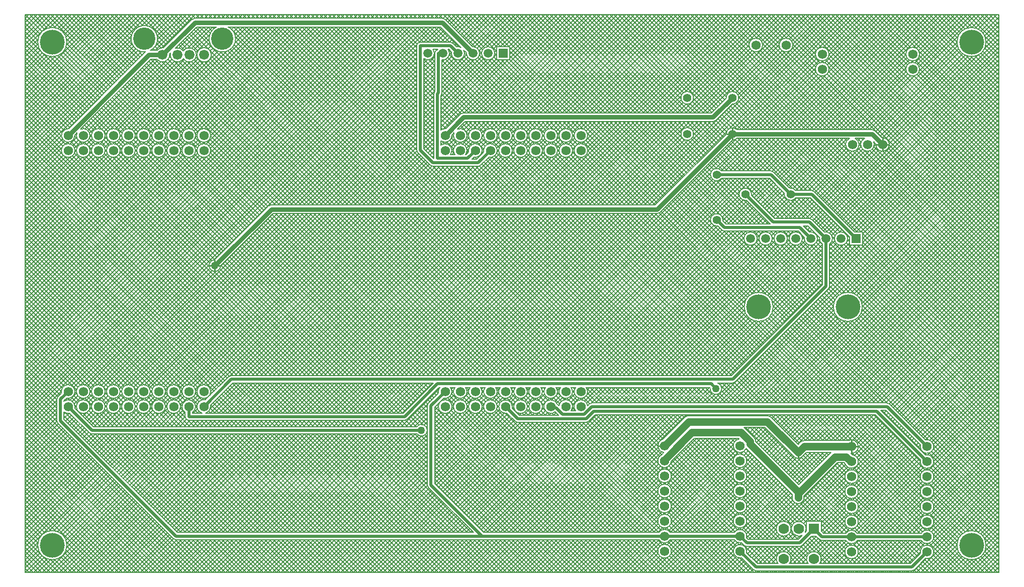
<source format=gbl>
G04*
G04 #@! TF.GenerationSoftware,Altium Limited,Altium Designer,20.0.9 (164)*
G04*
G04 Layer_Physical_Order=2*
G04 Layer_Color=16711680*
%FSLAX25Y25*%
%MOIN*%
G70*
G01*
G75*
%ADD12C,0.01000*%
%ADD31C,0.07000*%
%ADD40C,0.00800*%
%ADD41C,0.05000*%
%ADD42C,0.02000*%
%ADD43C,0.03000*%
%ADD44R,0.07000X0.07000*%
%ADD45C,0.06200*%
%ADD46C,0.16500*%
%ADD47R,0.05906X0.05906*%
%ADD48C,0.05906*%
%ADD49C,0.05512*%
%ADD50C,0.06614*%
%ADD51C,0.14764*%
%ADD52C,0.04724*%
%ADD53C,0.05000*%
D12*
X570500Y286000D02*
Y290100D01*
X566400Y286000D02*
X570500D01*
X574600D01*
X570500Y281900D02*
Y286000D01*
X471000Y289244D02*
Y293000D01*
Y296756D01*
X467244Y293000D02*
X471000D01*
X550000Y85500D02*
X554100D01*
X550000D02*
Y89600D01*
Y81400D02*
Y85500D01*
X514500Y78138D02*
Y81500D01*
X421900Y86000D02*
X426000D01*
X127800Y205600D02*
X131300D01*
X124300D02*
X127800D01*
Y209100D01*
Y202100D02*
Y205600D01*
D31*
X504964Y10911D02*
D03*
X524964D02*
D03*
X504964Y30911D02*
D03*
X514964D02*
D03*
D40*
X639150Y354000D02*
G03*
X639150Y354000I-9650J0D01*
G01*
X595000Y346000D02*
G03*
X595000Y346000I-4500J0D01*
G01*
Y336000D02*
G03*
X595000Y336000I-4500J0D01*
G01*
X575000Y286000D02*
G03*
X570118Y290484I-4500J0D01*
G01*
X565551Y295051D02*
G03*
X563500Y295900I-2051J-2051D01*
G01*
X565551Y295051D02*
G03*
X563500Y295900I-2051J-2051D01*
G01*
X565000Y286000D02*
G03*
X564644Y287755I-4500J0D01*
G01*
X566016Y286383D02*
G03*
X575000Y286000I4484J-383D01*
G01*
X558645Y290100D02*
G03*
X565000Y286000I1855J-4100D01*
G01*
X548645Y290100D02*
G03*
X555000Y286000I1855J-4100D01*
G01*
D02*
G03*
X552355Y290100I-4500J0D01*
G01*
X535000Y346000D02*
G03*
X535000Y346000I-4500J0D01*
G01*
Y336000D02*
G03*
X535000Y336000I-4500J0D01*
G01*
X511000Y352000D02*
G03*
X511000Y352000I-4500J0D01*
G01*
X537353Y223500D02*
G03*
X532129Y227765I-4353J0D01*
G01*
X547353Y223500D02*
G03*
X547353Y223500I-4353J0D01*
G01*
X535400Y219869D02*
G03*
X537353Y223500I-2400J3631D01*
G01*
X525197Y254697D02*
G03*
X523500Y255400I-1697J-1697D01*
G01*
X525197Y254697D02*
G03*
X523500Y255400I-1697J-1697D01*
G01*
X523797Y236097D02*
G03*
X522100Y236800I-1697J-1697D01*
G01*
X523797Y236097D02*
G03*
X522100Y236800I-1697J-1697D01*
G01*
X527353Y223500D02*
G03*
X522129Y227765I-4353J0D01*
G01*
X528735Y224371D02*
G03*
X530600Y219869I4265J-871D01*
G01*
X518735Y224371D02*
G03*
X527353Y223500I4265J-871D01*
G01*
X557150Y178200D02*
G03*
X557150Y178200I-9650J0D01*
G01*
X534697Y190203D02*
G03*
X535400Y191900I-1697J1697D01*
G01*
X534697Y190203D02*
G03*
X535400Y191900I-1697J1697D01*
G01*
X512893Y255400D02*
G03*
X508798Y257096I-3393J-2400D01*
G01*
X505404Y253702D02*
G03*
X512893Y250600I4096J-702D01*
G01*
X517353Y223500D02*
G03*
X517353Y223500I-4353J0D01*
G01*
X498197Y267697D02*
G03*
X496500Y268400I-1697J-1697D01*
G01*
X498197Y267697D02*
G03*
X496500Y268400I-1697J-1697D01*
G01*
X507353Y223500D02*
G03*
X507353Y223500I-4353J0D01*
G01*
X497353D02*
G03*
X497353Y223500I-4353J0D01*
G01*
X498050Y178200D02*
G03*
X498050Y178200I-9650J0D01*
G01*
X491000Y352000D02*
G03*
X491000Y352000I-4500J0D01*
G01*
X475156Y317000D02*
G03*
X466844Y316946I-4156J0D01*
G01*
X470946Y312844D02*
G03*
X475156Y317000I54J4156D01*
G01*
X445156D02*
G03*
X445156Y317000I-4156J0D01*
G01*
X458100Y301200D02*
G03*
X460151Y302049I0J2900D01*
G01*
X458100Y301200D02*
G03*
X460151Y302049I0J2900D01*
G01*
X473977Y295900D02*
G03*
X466844Y292946I-2977J-2900D01*
G01*
X445156Y293000D02*
G03*
X445156Y293000I-4156J0D01*
G01*
X470946Y288844D02*
G03*
X473977Y290100I54J4156D01*
G01*
X375000Y292000D02*
G03*
X375000Y292000I-4500J0D01*
G01*
X365000D02*
G03*
X365000Y292000I-4500J0D01*
G01*
X355000D02*
G03*
X355000Y292000I-4500J0D01*
G01*
X345000D02*
G03*
X345000Y292000I-4500J0D01*
G01*
X335000D02*
G03*
X335000Y292000I-4500J0D01*
G01*
X483596Y252298D02*
G03*
X483656Y253000I-4096J702D01*
G01*
D02*
G03*
X480202Y248904I-4156J0D01*
G01*
X487353Y223500D02*
G03*
X487353Y223500I-4353J0D01*
G01*
X463893Y268400D02*
G03*
X463893Y263600I-3393J-2400D01*
G01*
X464596Y235298D02*
G03*
X464656Y236000I-4096J702D01*
G01*
X464003Y229103D02*
G03*
X465700Y228400I1697J1697D01*
G01*
X464003Y229103D02*
G03*
X465700Y228400I1697J1697D01*
G01*
X421000Y240100D02*
G03*
X423051Y240949I0J2900D01*
G01*
X421000Y240100D02*
G03*
X423051Y240949I0J2900D01*
G01*
X464656Y236000D02*
G03*
X461202Y231904I-4156J0D01*
G01*
X471200Y127700D02*
G03*
X472897Y128403I0J2400D01*
G01*
X471200Y127700D02*
G03*
X472897Y128403I0J2400D01*
G01*
X463900Y124000D02*
G03*
X461233Y127700I-3900J0D01*
G01*
X456129Y124477D02*
G03*
X463900Y124000I3871J-477D01*
G01*
X375000Y282000D02*
G03*
X375000Y282000I-4500J0D01*
G01*
X365000D02*
G03*
X365000Y282000I-4500J0D01*
G01*
X355000D02*
G03*
X355000Y282000I-4500J0D01*
G01*
X345000D02*
G03*
X345000Y282000I-4500J0D01*
G01*
X335000D02*
G03*
X335000Y282000I-4500J0D01*
G01*
X375000Y122000D02*
G03*
X374100Y124700I-4500J0D01*
G01*
X366900D02*
G03*
X375000Y122000I3600J-2700D01*
G01*
X356900Y124700D02*
G03*
X365000Y122000I3600J-2700D01*
G01*
D02*
G03*
X364100Y124700I-4500J0D01*
G01*
X355000Y122000D02*
G03*
X354100Y124700I-4500J0D01*
G01*
X346900D02*
G03*
X355000Y122000I3600J-2700D01*
G01*
X336900Y124700D02*
G03*
X345000Y122000I3600J-2700D01*
G01*
D02*
G03*
X344100Y124700I-4500J0D01*
G01*
X335000Y122000D02*
G03*
X334100Y124700I-4500J0D01*
G01*
X326900D02*
G03*
X335000Y122000I3600J-2700D01*
G01*
X325000D02*
G03*
X324100Y124700I-4500J0D01*
G01*
X604500Y75500D02*
G03*
X599005Y79889I-4500J0D01*
G01*
X604500Y85500D02*
G03*
X599005Y89889I-4500J0D01*
G01*
X595611Y86495D02*
G03*
X604500Y85500I4389J-995D01*
G01*
X595611Y76495D02*
G03*
X604500Y75500I4389J-995D01*
G01*
X575197Y113697D02*
G03*
X573500Y114400I-1697J-1697D01*
G01*
X575197Y113697D02*
G03*
X573500Y114400I-1697J-1697D01*
G01*
X604500Y65500D02*
G03*
X604500Y65500I-4500J0D01*
G01*
Y55500D02*
G03*
X604500Y55500I-4500J0D01*
G01*
X554500Y85500D02*
G03*
X547755Y89400I-4500J0D01*
G01*
X549679Y81011D02*
G03*
X554500Y85500I321J4489D01*
G01*
Y75500D02*
G03*
X550754Y79936I-4500J0D01*
G01*
X518500Y89400D02*
G03*
X515742Y88258I0J-3900D01*
G01*
X518500Y89400D02*
G03*
X515742Y88258I0J-3900D01*
G01*
X511742Y78742D02*
G03*
X517258Y78742I2758J2758D01*
G01*
X511742D02*
G03*
X517258Y78742I2758J2758D01*
G01*
X545816Y73844D02*
G03*
X554500Y75500I4184J1656D01*
G01*
Y65500D02*
G03*
X554500Y65500I-4500J0D01*
G01*
Y55500D02*
G03*
X554500Y55500I-4500J0D01*
G01*
X604500Y45500D02*
G03*
X604500Y45500I-4500J0D01*
G01*
Y35500D02*
G03*
X604500Y35500I-4500J0D01*
G01*
X639150Y20000D02*
G03*
X639150Y20000I-9650J0D01*
G01*
X596193Y23100D02*
G03*
X604500Y25500I3807J2400D01*
G01*
D02*
G03*
X596193Y27900I-4500J0D01*
G01*
X604500Y15500D02*
G03*
X595611Y14505I-4500J0D01*
G01*
X599005Y11111D02*
G03*
X604500Y15500I995J4389D01*
G01*
X589900Y3000D02*
G03*
X591597Y3703I0J2400D01*
G01*
X589900Y3000D02*
G03*
X591597Y3703I0J2400D01*
G01*
X554500Y45500D02*
G03*
X554500Y45500I-4500J0D01*
G01*
Y35500D02*
G03*
X554500Y35500I-4500J0D01*
G01*
X553807Y27900D02*
G03*
X546193Y27900I-3807J-2400D01*
G01*
Y23100D02*
G03*
X553807Y23100I3807J2400D01*
G01*
X519313Y28655D02*
G03*
X519864Y30911I-4350J2256D01*
G01*
X510600Y51500D02*
G03*
X518400Y51500I3900J0D01*
G01*
X519864Y30911D02*
G03*
X517220Y26561I-4900J0D01*
G01*
X528678Y23803D02*
G03*
X530375Y23100I1697J1697D01*
G01*
X528678Y23803D02*
G03*
X530375Y23100I1697J1697D01*
G01*
X515553Y19100D02*
G03*
X517250Y19803I0J2400D01*
G01*
X515553Y19100D02*
G03*
X517250Y19803I0J2400D01*
G01*
X554500Y15500D02*
G03*
X554500Y15500I-4500J0D01*
G01*
X528750Y7800D02*
G03*
X529864Y10911I-3786J3111D01*
G01*
D02*
G03*
X521178Y7800I-4900J0D01*
G01*
X496758Y104758D02*
G03*
X494000Y105900I-2758J-2758D01*
G01*
X496758Y104758D02*
G03*
X494000Y105900I-2758J-2758D01*
G01*
X479291Y97558D02*
G03*
X478612Y98100I-2758J-2758D01*
G01*
X479291Y97558D02*
G03*
X478612Y98100I-2758J-2758D01*
G01*
X442000Y105900D02*
G03*
X439242Y104758I0J-3900D01*
G01*
X442000Y105900D02*
G03*
X439242Y104758I0J-3900D01*
G01*
X486499Y88816D02*
G03*
X485358Y91492I-3899J-82D01*
G01*
X486499Y88816D02*
G03*
X485358Y91492I-3899J-82D01*
G01*
X475364Y90455D02*
G03*
X480112Y84172I636J-4455D01*
G01*
X480500Y76000D02*
G03*
X480500Y76000I-4500J0D01*
G01*
X423688Y79861D02*
G03*
X430485Y75636I2312J-3861D01*
G01*
X424830Y90345D02*
G03*
X425364Y81545I1170J-4345D01*
G01*
X377712Y114400D02*
G03*
X376015Y113697I0J-2400D01*
G01*
X377712Y114400D02*
G03*
X376015Y113697I0J-2400D01*
G01*
X374955Y112636D02*
G03*
X366900Y109300I-4455J-636D01*
G01*
X355831Y112893D02*
G03*
X354736Y113520I-1697J-1697D01*
G01*
X355831Y112893D02*
G03*
X354736Y113520I-1697J-1697D01*
G01*
X365000Y112000D02*
G03*
X356051Y112674I-4500J0D01*
G01*
X364100Y109300D02*
G03*
X365000Y112000I-3600J2700D01*
G01*
X354736Y113520D02*
G03*
X353387Y108549I-4236J-1520D01*
G01*
X345000Y112000D02*
G03*
X345000Y112000I-4500J0D01*
G01*
X335000D02*
G03*
X335000Y112000I-4500J0D01*
G01*
X353456Y108480D02*
G03*
X353703Y108191I1944J1408D01*
G01*
X353456Y108480D02*
G03*
X353703Y108191I1944J1408D01*
G01*
X324889Y111005D02*
G03*
X325000Y112000I-4389J995D01*
G01*
X373855Y101500D02*
G03*
X375552Y102203I0J2400D01*
G01*
X373855Y101500D02*
G03*
X375552Y102203I0J2400D01*
G01*
X326903D02*
G03*
X328600Y101500I1697J1697D01*
G01*
X326903Y102203D02*
G03*
X328600Y101500I1697J1697D01*
G01*
X509864Y30911D02*
G03*
X509864Y30911I-4900J0D01*
G01*
X480500Y66000D02*
G03*
X480500Y66000I-4500J0D01*
G01*
Y46000D02*
G03*
X480500Y46000I-4500J0D01*
G01*
Y56000D02*
G03*
X480500Y56000I-4500J0D01*
G01*
X480389Y25005D02*
G03*
X480500Y26000I-4389J995D01*
G01*
X478803Y19803D02*
G03*
X480500Y19100I1697J1697D01*
G01*
X478803Y19803D02*
G03*
X480500Y19100I1697J1697D01*
G01*
Y36000D02*
G03*
X480500Y36000I-4500J0D01*
G01*
Y26000D02*
G03*
X472193Y28400I-4500J0D01*
G01*
Y23600D02*
G03*
X476995Y21611I3807J2400D01*
G01*
X509864Y10911D02*
G03*
X501178Y7800I-4900J0D01*
G01*
X508749D02*
G03*
X509864Y10911I-3786J3111D01*
G01*
X480500Y16000D02*
G03*
X476995Y11611I-4500J0D01*
G01*
X484903Y3703D02*
G03*
X486600Y3000I1697J1697D01*
G01*
X480389Y15005D02*
G03*
X480500Y16000I-4389J995D01*
G01*
X484903Y3703D02*
G03*
X486600Y3000I1697J1697D01*
G01*
X430500Y46000D02*
G03*
X430500Y46000I-4500J0D01*
G01*
Y66000D02*
G03*
X430500Y66000I-4500J0D01*
G01*
Y56000D02*
G03*
X430500Y56000I-4500J0D01*
G01*
Y36000D02*
G03*
X430500Y36000I-4500J0D01*
G01*
X422193Y23600D02*
G03*
X429807Y23600I3807J2400D01*
G01*
X430500Y16000D02*
G03*
X430500Y16000I-4500J0D01*
G01*
X429807Y28400D02*
G03*
X422193Y28400I-3807J-2400D01*
G01*
X313353Y346500D02*
G03*
X313353Y346500I-4353J0D01*
G01*
X303353D02*
G03*
X298755Y350846I-4353J0D01*
G01*
X294654Y346745D02*
G03*
X303353Y346500I4346J-245D01*
G01*
X285697Y353197D02*
G03*
X284000Y353900I-1697J-1697D01*
G01*
X285697Y353197D02*
G03*
X284000Y353900I-1697J-1697D01*
G01*
X280651Y368951D02*
G03*
X278600Y369800I-2051J-2051D01*
G01*
X280651Y368951D02*
G03*
X278600Y369800I-2051J-2051D01*
G01*
X291069Y350329D02*
G03*
X288129Y350765I-2069J-3829D01*
G01*
X293353Y346500D02*
G03*
X292829Y348569I-4353J0D01*
G01*
X284735Y347371D02*
G03*
X293353Y346500I4265J-871D01*
G01*
X275509Y349100D02*
G03*
X275302Y348796I3491J-2600D01*
G01*
D02*
G03*
X273600Y346500I698J-2296D01*
G01*
X283353D02*
G03*
X282491Y349100I-4353J0D01*
G01*
X278400Y342189D02*
G03*
X283353Y346500I600J4311D01*
G01*
X275302Y348796D02*
G03*
X273600Y346500I698J-2296D01*
G01*
X292600Y307000D02*
G03*
X290549Y306151I0J-2900D01*
G01*
X292600Y307000D02*
G03*
X290549Y306151I0J-2900D01*
G01*
X277800Y318513D02*
G03*
X278400Y320100I-1800J1587D01*
G01*
X277800Y318513D02*
G03*
X278400Y320100I-1800J1587D01*
G01*
X273353Y346500D02*
G03*
X272491Y349100I-4353J0D01*
G01*
X266400Y343009D02*
G03*
X273353Y346500I2600J3491D01*
G01*
X264000Y353900D02*
G03*
X261600Y351500I0J-2400D01*
G01*
X264000Y353900D02*
G03*
X261600Y351500I0J-2400D01*
G01*
X273600Y321087D02*
G03*
X273000Y319500I1800J-1587D01*
G01*
X273600Y321087D02*
G03*
X273000Y319500I1800J-1587D01*
G01*
X325000Y292000D02*
G03*
X325000Y292000I-4500J0D01*
G01*
X315000D02*
G03*
X315000Y292000I-4500J0D01*
G01*
X305000D02*
G03*
X305000Y292000I-4500J0D01*
G01*
X315000Y282000D02*
G03*
X306111Y281005I-4500J0D01*
G01*
X305000Y282000D02*
G03*
X296111Y281005I-4500J0D01*
G01*
X295000Y292000D02*
G03*
X288745Y296144I-4500J0D01*
G01*
X286356Y293755D02*
G03*
X295000Y292000I4144J-1755D01*
G01*
X285000D02*
G03*
X284984Y292383I-4500J0D01*
G01*
X280883Y296484D02*
G03*
X277800Y295600I-383J-4484D01*
G01*
Y288400D02*
G03*
X285000Y292000I2700J3600D01*
G01*
Y282000D02*
G03*
X277800Y285600I-4500J0D01*
G01*
X309505Y277611D02*
G03*
X315000Y282000I995J4389D01*
G01*
X294100Y279300D02*
G03*
X295000Y282000I-3600J2700D01*
G01*
X325000D02*
G03*
X325000Y282000I-4500J0D01*
G01*
X299505Y277611D02*
G03*
X305000Y282000I995J4389D01*
G01*
X295000D02*
G03*
X286900Y279300I-4500J0D01*
G01*
X284100D02*
G03*
X285000Y282000I-3600J2700D01*
G01*
X302400Y271500D02*
G03*
X304097Y272203I0J2400D01*
G01*
X302400Y271500D02*
G03*
X304097Y272203I0J2400D01*
G01*
X261600Y282300D02*
G03*
X262303Y280603I2400J0D01*
G01*
X261600Y282300D02*
G03*
X262303Y280603I2400J0D01*
G01*
X270703Y272203D02*
G03*
X272400Y271500I1697J1697D01*
G01*
X270703Y272203D02*
G03*
X272400Y271500I1697J1697D01*
G01*
X141569Y356169D02*
G03*
X136761Y364000I-8782J0D01*
G01*
X128812D02*
G03*
X141569Y356169I3975J-7831D01*
G01*
X114541Y369800D02*
G03*
X112490Y368951I0J-2900D01*
G01*
X114541Y369800D02*
G03*
X112490Y368951I0J-2900D01*
G01*
X125407Y345500D02*
G03*
X125407Y345500I-4707J0D01*
G01*
X106920Y342920D02*
G03*
X115565Y345500I3937J2580D01*
G01*
X106920Y348080D02*
G03*
X101797Y350055I-3937J-2580D01*
G01*
X115565Y345500D02*
G03*
X106920Y348080I-4707J0D01*
G01*
X93712Y350172D02*
G03*
X89433Y348400I-571J-4672D01*
G01*
X97848Y345500D02*
G03*
X97813Y346071I-4707J0D01*
G01*
X85148Y348400D02*
G03*
X89836Y356169I-4094J7769D01*
G01*
D02*
G03*
X81819Y347421I-8782J0D01*
G01*
X29650Y354000D02*
G03*
X29650Y354000I-9650J0D01*
G01*
X98428Y346686D02*
G03*
X106920Y342920I4555J-1186D01*
G01*
X89433Y342600D02*
G03*
X97848Y345500I3708J2900D01*
G01*
X125000Y292000D02*
G03*
X125000Y292000I-4500J0D01*
G01*
X115000D02*
G03*
X115000Y292000I-4500J0D01*
G01*
X105000D02*
G03*
X105000Y292000I-4500J0D01*
G01*
X95000D02*
G03*
X95000Y292000I-4500J0D01*
G01*
X85000D02*
G03*
X85000Y292000I-4500J0D01*
G01*
X75000D02*
G03*
X75000Y292000I-4500J0D01*
G01*
X165200Y245900D02*
G03*
X163149Y245051I0J-2900D01*
G01*
X165200Y245900D02*
G03*
X163149Y245051I0J-2900D01*
G01*
X125000Y282000D02*
G03*
X125000Y282000I-4500J0D01*
G01*
X105000D02*
G03*
X105000Y282000I-4500J0D01*
G01*
X115000D02*
G03*
X115000Y282000I-4500J0D01*
G01*
X95000D02*
G03*
X95000Y282000I-4500J0D01*
G01*
X85000D02*
G03*
X85000Y282000I-4500J0D01*
G01*
X75000D02*
G03*
X75000Y282000I-4500J0D01*
G01*
X127593Y209494D02*
G03*
X131694Y205393I207J-3895D01*
G01*
X65000Y292000D02*
G03*
X65000Y292000I-4500J0D01*
G01*
X55000D02*
G03*
X55000Y292000I-4500J0D01*
G01*
X45000D02*
G03*
X38745Y296144I-4500J0D01*
G01*
X30882Y296484D02*
G03*
X35000Y292000I-383J-4484D01*
G01*
X36356Y293755D02*
G03*
X45000Y292000I4144J-1755D01*
G01*
X35000D02*
G03*
X34984Y292383I-4500J0D01*
G01*
X55000Y282000D02*
G03*
X55000Y282000I-4500J0D01*
G01*
X45000D02*
G03*
X45000Y282000I-4500J0D01*
G01*
X65000D02*
G03*
X65000Y282000I-4500J0D01*
G01*
X35000D02*
G03*
X35000Y282000I-4500J0D01*
G01*
X315000Y122000D02*
G03*
X314100Y124700I-4500J0D01*
G01*
X316900D02*
G03*
X325000Y122000I3600J-2700D01*
G01*
X306900Y124700D02*
G03*
X315000Y122000I3600J-2700D01*
G01*
X305000D02*
G03*
X304100Y124700I-4500J0D01*
G01*
X296900D02*
G03*
X305000Y122000I3600J-2700D01*
G01*
X286900Y124700D02*
G03*
X295000Y122000I3600J-2700D01*
G01*
X285000D02*
G03*
X284100Y124700I-4500J0D01*
G01*
X295000Y122000D02*
G03*
X294100Y124700I-4500J0D01*
G01*
X276900D02*
G03*
X276111Y121005I3600J-2700D01*
G01*
X279505Y117611D02*
G03*
X285000Y122000I995J4389D01*
G01*
X269403Y114297D02*
G03*
X268700Y112600I1697J-1697D01*
G01*
X269403Y114297D02*
G03*
X268700Y112600I1697J-1697D01*
G01*
X325000Y112000D02*
G03*
X321495Y107611I-4500J0D01*
G01*
X315000Y112000D02*
G03*
X315000Y112000I-4500J0D01*
G01*
X305000D02*
G03*
X305000Y112000I-4500J0D01*
G01*
X295000D02*
G03*
X295000Y112000I-4500J0D01*
G01*
X285000D02*
G03*
X285000Y112000I-4500J0D01*
G01*
X253600Y102900D02*
G03*
X255297Y103603I0J2400D01*
G01*
X253600Y102900D02*
G03*
X255297Y103603I0J2400D01*
G01*
X268700Y96300D02*
G03*
X261726Y98700I-3900J0D01*
G01*
Y93900D02*
G03*
X268700Y96300I3074J2400D01*
G01*
Y60000D02*
G03*
X269403Y58303I2400J0D01*
G01*
X268700Y60000D02*
G03*
X269403Y58303I2400J0D01*
G01*
X138600Y132500D02*
G03*
X136903Y131797I0J-2400D01*
G01*
X138600Y132500D02*
G03*
X136903Y131797I0J-2400D01*
G01*
X125000Y122000D02*
G03*
X125000Y122000I-4500J0D01*
G01*
X115000D02*
G03*
X115000Y122000I-4500J0D01*
G01*
X105000D02*
G03*
X105000Y122000I-4500J0D01*
G01*
X125000Y112000D02*
G03*
X124889Y112995I-4500J0D01*
G01*
X95000Y122000D02*
G03*
X95000Y122000I-4500J0D01*
G01*
X85000D02*
G03*
X85000Y122000I-4500J0D01*
G01*
X75000D02*
G03*
X75000Y122000I-4500J0D01*
G01*
X121495Y116389D02*
G03*
X119173Y107700I-995J-4389D01*
G01*
X115000Y112000D02*
G03*
X108100Y108193I-4500J0D01*
G01*
X121827Y107700D02*
G03*
X125000Y112000I-1327J4300D01*
G01*
X112900Y108193D02*
G03*
X115000Y112000I-2400J3807D01*
G01*
X95000D02*
G03*
X95000Y112000I-4500J0D01*
G01*
X105000D02*
G03*
X105000Y112000I-4500J0D01*
G01*
X85000D02*
G03*
X85000Y112000I-4500J0D01*
G01*
X75000D02*
G03*
X75000Y112000I-4500J0D01*
G01*
X65000Y122000D02*
G03*
X65000Y122000I-4500J0D01*
G01*
X55000D02*
G03*
X55000Y122000I-4500J0D01*
G01*
X45000D02*
G03*
X45000Y122000I-4500J0D01*
G01*
X35000D02*
G03*
X26111Y121005I-4500J0D01*
G01*
X29505Y117611D02*
G03*
X35000Y122000I995J4389D01*
G01*
X23703Y118597D02*
G03*
X23000Y116900I1697J-1697D01*
G01*
X23703Y118597D02*
G03*
X23000Y116900I1697J-1697D01*
G01*
X65000Y112000D02*
G03*
X65000Y112000I-4500J0D01*
G01*
X55000D02*
G03*
X55000Y112000I-4500J0D01*
G01*
X45000D02*
G03*
X45000Y112000I-4500J0D01*
G01*
X35000D02*
G03*
X27800Y115600I-4500J0D01*
G01*
X34889Y111005D02*
G03*
X35000Y112000I-4389J995D01*
G01*
X27800Y108400D02*
G03*
X31495Y107611I2700J3600D01*
G01*
X108100Y105300D02*
G03*
X110500Y102900I2400J0D01*
G01*
X108100Y105300D02*
G03*
X110500Y102900I2400J0D01*
G01*
X100303Y24303D02*
G03*
X102000Y23600I1697J1697D01*
G01*
X100303Y24303D02*
G03*
X102000Y23600I1697J1697D01*
G01*
X44503Y94603D02*
G03*
X46200Y93900I1697J1697D01*
G01*
X23000Y102600D02*
G03*
X23703Y100903I2400J0D01*
G01*
X23000Y102600D02*
G03*
X23703Y100903I2400J0D01*
G01*
X44503Y94603D02*
G03*
X46200Y93900I1697J1697D01*
G01*
X29650Y20000D02*
G03*
X29650Y20000I-9650J0D01*
G01*
X646937Y372116D02*
X647706Y371346D01*
X641280Y372116D02*
X647706Y365689D01*
X644108Y372116D02*
X647706Y368518D01*
X632017Y363316D02*
X640817Y372116D01*
X638451D02*
X647706Y362861D01*
X635623Y372116D02*
X647706Y360032D01*
X632795Y372116D02*
X647706Y357204D01*
X629966Y372116D02*
X647706Y354376D01*
X634043Y362514D02*
X643645Y372116D01*
X635729Y361371D02*
X646474Y372116D01*
X629522Y363650D02*
X637988Y372116D01*
X593196D02*
X647706Y317606D01*
X627138Y372116D02*
X647706Y351547D01*
X624309Y372116D02*
X633772Y362653D01*
X626060Y363016D02*
X635160Y372116D01*
X584711D02*
X647706Y309121D01*
X581883Y372116D02*
X647706Y306292D01*
X573397Y372116D02*
X647706Y297807D01*
X590368Y372116D02*
X647706Y314777D01*
X587540Y372116D02*
X647706Y311949D01*
X639135Y353464D02*
X647706Y362035D01*
X638923Y356080D02*
X647706Y364863D01*
X638076Y349577D02*
X647706Y359207D01*
X637114Y359928D02*
X647706Y370520D01*
X638197Y358182D02*
X647706Y367692D01*
X638909Y351859D02*
X647706Y343062D01*
X638172Y349767D02*
X647706Y340233D01*
X637081Y348030D02*
X647706Y337405D01*
X638153Y358272D02*
X647706Y348719D01*
X639139Y354457D02*
X647706Y345890D01*
X633994Y345460D02*
X647706Y331748D01*
X631958Y344668D02*
X647706Y328920D01*
X629448Y344350D02*
X647706Y326091D01*
X635688Y346595D02*
X647706Y334577D01*
X579054Y372116D02*
X647706Y303464D01*
X576226Y372116D02*
X647706Y300635D01*
X596025Y372116D02*
X647706Y320434D01*
X625938Y345032D02*
X647706Y323263D01*
X618652Y372116D02*
X627359Y363409D01*
X615824Y372116D02*
X625268Y362672D01*
X621481Y372116D02*
X629957Y363639D01*
X610167Y372116D02*
X622095Y360188D01*
X612995Y372116D02*
X623530Y361581D01*
X607339Y372116D02*
X620960Y358494D01*
X598853Y372116D02*
X620532Y350437D01*
X594999Y346097D02*
X621018Y372116D01*
X601682D02*
X619850Y353947D01*
X604510Y372116D02*
X620168Y356458D01*
X594370Y348296D02*
X618189Y372116D01*
X592992Y349747D02*
X615361Y372116D01*
X591980Y340250D02*
X623846Y372116D01*
X556427D02*
X588508Y340035D01*
X590899Y350482D02*
X612532Y372116D01*
X594779Y337392D02*
X629503Y372116D01*
X594757Y334542D02*
X632331Y372116D01*
X550770D02*
X586074Y336812D01*
X593711Y339153D02*
X626675Y372116D01*
X567741D02*
X589475Y350382D01*
X564912Y372116D02*
X587593Y349435D01*
X570569Y372116D02*
X592843Y349842D01*
X559255Y372116D02*
X586052Y345319D01*
X562084Y372116D02*
X586383Y347817D01*
X561772Y295900D02*
X619850Y353978D01*
X589819Y341552D02*
X590888Y340483D01*
X589214Y340312D02*
X590403Y341501D01*
X558944Y295900D02*
X620484Y357440D01*
X553598Y372116D02*
X586949Y338765D01*
X556116Y295900D02*
X591959Y331743D01*
X534968Y345463D02*
X561621Y372116D01*
X534906Y336916D02*
X570106Y372116D01*
X539145Y295900D02*
X586753Y343508D01*
X541973Y295900D02*
X588203Y342130D01*
X536317Y295900D02*
X586018Y345601D01*
X544802Y295900D02*
X586188Y337286D01*
X593935Y343093D02*
X647706Y289322D01*
X547942Y372116D02*
X647706Y272351D01*
X592317Y341883D02*
X647706Y286493D01*
X594342Y348343D02*
X647706Y294978D01*
X594882Y344975D02*
X647706Y292150D01*
X544097Y235798D02*
X647706Y339407D01*
X542682Y237212D02*
X647706Y342236D01*
X545511Y234383D02*
X647706Y336579D01*
X545113Y372116D02*
X647706Y269523D01*
X542285Y372116D02*
X647706Y266694D01*
X537025Y242869D02*
X647706Y353550D01*
X535611Y244283D02*
X647706Y356378D01*
X538440Y241455D02*
X647706Y350721D01*
X539456Y372116D02*
X647706Y263866D01*
X536628Y372116D02*
X647706Y261037D01*
X534971Y345489D02*
X647706Y232753D01*
X534860Y337114D02*
X647706Y224268D01*
X539854Y240040D02*
X647706Y347893D01*
X541268Y238626D02*
X647706Y345064D01*
X593265Y332450D02*
X647706Y278008D01*
X591312Y331574D02*
X647706Y275179D01*
X553122Y227853D02*
X647706Y322437D01*
X594983Y336388D02*
X647706Y283665D01*
X594535Y334008D02*
X647706Y280836D01*
X557353Y220770D02*
X647706Y311123D01*
X557353Y223598D02*
X647706Y313952D01*
X574988Y285672D02*
X647706Y212954D01*
X555951Y227853D02*
X647706Y319608D01*
X557353Y226427D02*
X647706Y316780D01*
X549753Y230141D02*
X647706Y328094D01*
X535400Y195988D02*
X647706Y308295D01*
X535400Y193160D02*
X647706Y305466D01*
X546925Y232969D02*
X647706Y333751D01*
X548339Y231555D02*
X647706Y330922D01*
X539448Y290100D02*
X647706Y181841D01*
X536619Y290100D02*
X647706Y179013D01*
X543242Y186860D02*
X647706Y291324D01*
X547050Y187839D02*
X647706Y288496D01*
X568894Y291707D02*
X623572Y346386D01*
X567480Y293122D02*
X622129Y347772D01*
X570514Y290500D02*
X625318Y345303D01*
X566065Y294536D02*
X620986Y349457D01*
X565551Y295051D02*
X570118Y290484D01*
X574975Y286475D02*
X633923Y345424D01*
X572744Y289901D02*
X627420Y344577D01*
X574213Y288542D02*
X630036Y344365D01*
X564443Y295742D02*
X620184Y351483D01*
X550459Y295900D02*
X587348Y332789D01*
X553287Y295900D02*
X589108Y331721D01*
X547630Y295900D02*
X586250Y334520D01*
X551168Y228727D02*
X647706Y325265D01*
X554293Y288421D02*
X555972Y290100D01*
X556418D02*
X557327Y289191D01*
X564644Y287755D02*
X566016Y286383D01*
X564778Y287398D02*
X566003Y286172D01*
X564846Y284831D02*
X566000Y285985D01*
X554998Y285863D02*
X556205Y284656D01*
X553590Y290100D02*
X556240Y287450D01*
X552870Y289826D02*
X553144Y290100D01*
X552355D02*
X558645D01*
X545105D02*
X546737Y288468D01*
X547933Y290100D02*
X548178Y289855D01*
X554991Y286290D02*
X556290Y287589D01*
X542276Y290100D02*
X546014Y286362D01*
X534578Y347902D02*
X558792Y372116D01*
X532409Y340075D02*
X564449Y372116D01*
X533996Y338834D02*
X567277Y372116D01*
X531424Y350404D02*
X553135Y372116D01*
X533339Y349491D02*
X555964Y372116D01*
X527831Y295900D02*
X604047Y372116D01*
X525003Y295900D02*
X601219Y372116D01*
X533488Y295900D02*
X609704Y372116D01*
X534039Y333220D02*
X572934Y372116D01*
X522174Y295900D02*
X598390Y372116D01*
X516517Y295900D02*
X592733Y372116D01*
X513689Y295900D02*
X589905Y372116D01*
X519346Y295900D02*
X595562Y372116D01*
X497030D02*
X528929Y340217D01*
X505204Y295900D02*
X581420Y372116D01*
X499547Y295900D02*
X575763Y372116D01*
X477231D02*
X553447Y295900D01*
X502375D02*
X578591Y372116D01*
X457432D02*
X533648Y295900D01*
X474402Y372116D02*
X550618Y295900D01*
X527763Y349572D02*
X550307Y372116D01*
X529974Y340469D02*
X531037Y341532D01*
X508344Y372116D02*
X529989Y350471D01*
X510964Y352572D02*
X530508Y372116D01*
X509330Y348502D02*
X561932Y295900D01*
X503690Y348485D02*
X556275Y295900D01*
X507410Y347593D02*
X559103Y295900D01*
X530474Y341500D02*
X531614Y340360D01*
X472307Y296945D02*
X547478Y372116D01*
X469347Y296813D02*
X544650Y372116D01*
X490937Y352753D02*
X547790Y295900D01*
X496719D02*
X533280Y332461D01*
X493890Y295900D02*
X529584Y331594D01*
X490635Y350226D02*
X544961Y295900D01*
X473977D02*
X563500D01*
X454603Y372116D02*
X530819Y295900D01*
X482576D02*
X528598Y341922D01*
X508675Y355940D02*
X524851Y372116D01*
X506406Y356499D02*
X522023Y372116D01*
X510169Y354605D02*
X527679Y372116D01*
X485716D02*
X503002Y354830D01*
X490983Y352390D02*
X510709Y372116D01*
X502687D02*
X526585Y348218D01*
X494202Y372116D02*
X527228Y339089D01*
X505515Y372116D02*
X527934Y349697D01*
X480059Y372116D02*
X502985Y349190D01*
X499858Y372116D02*
X526000Y345974D01*
X454078Y307000D02*
X519194Y372116D01*
X451250Y307000D02*
X516366Y372116D01*
X451775D02*
X527991Y295900D01*
X445078Y317799D02*
X499395Y372116D01*
X448421Y307000D02*
X513537Y372116D01*
X446118D02*
X522334Y295900D01*
X448947Y372116D02*
X525162Y295900D01*
X440461Y372116D02*
X516677Y295900D01*
X443290Y372116D02*
X519506Y295900D01*
X491373Y372116D02*
X507019Y356470D01*
X488802Y355866D02*
X505052Y372116D01*
X490251Y354486D02*
X507880Y372116D01*
X486607Y356499D02*
X502224Y372116D01*
X488545D02*
X504587Y356073D01*
X510970Y352519D02*
X526191Y337298D01*
X510573Y350087D02*
X526315Y334345D01*
X491062Y295900D02*
X527666Y332504D01*
X482888Y372116D02*
X502093Y352910D01*
X474615Y319051D02*
X503895Y348331D01*
X473237Y320502D02*
X502560Y349825D01*
X475149Y316757D02*
X505929Y347536D01*
X444156Y319705D02*
X496567Y372116D01*
X471062Y321155D02*
X502001Y352094D01*
X474091Y295900D02*
X526928Y348737D01*
X479748Y295900D02*
X527009Y343161D01*
X476920Y295900D02*
X526096Y345076D01*
X475100Y317678D02*
X496878Y295900D01*
X530971Y372116D02*
X647706Y255380D01*
X528143Y372116D02*
X647706Y252552D01*
X533800Y372116D02*
X647706Y258209D01*
X530660Y295900D02*
X606876Y372116D01*
X528845Y331815D02*
X570172Y290488D01*
X534717Y334429D02*
X647706Y221439D01*
X533589Y332728D02*
X647706Y218611D01*
X531798Y331691D02*
X647706Y215782D01*
X534197Y343434D02*
X647706Y229925D01*
X532718Y342085D02*
X647706Y227096D01*
X522486Y372116D02*
X647706Y246895D01*
X519657Y372116D02*
X647706Y244067D01*
X525314Y372116D02*
X647706Y249724D01*
X508032Y295900D02*
X584248Y372116D01*
X510861Y295900D02*
X587077Y372116D01*
X511172D02*
X647706Y235581D01*
X513992Y290100D02*
X647706Y156385D01*
X516829Y372116D02*
X647706Y241238D01*
X514001Y372116D02*
X647706Y238410D01*
X530962Y290100D02*
X647706Y173356D01*
X512849Y255461D02*
X547487Y290100D01*
X533791D02*
X647706Y176184D01*
X511303Y256744D02*
X544659Y290100D01*
X515616Y255400D02*
X546005Y285789D01*
X522477Y290100D02*
X647706Y164871D01*
X519649Y290100D02*
X647706Y162042D01*
X516820Y290100D02*
X647706Y159214D01*
X528134Y290100D02*
X647706Y170528D01*
X525306Y290100D02*
X647706Y167699D01*
X508335Y290100D02*
X647706Y150728D01*
X494193Y290100D02*
X556440Y227853D01*
X511163Y290100D02*
X647706Y153557D01*
X473977Y290100D02*
X548645D01*
X491364D02*
X553612Y227853D01*
X499850Y290100D02*
X647706Y142243D01*
X497021Y290100D02*
X647706Y139415D01*
X505507Y290100D02*
X647706Y147900D01*
X502678Y290100D02*
X647706Y145072D01*
X487574Y347630D02*
X539304Y295900D01*
X484304Y348072D02*
X536476Y295900D01*
X488233D02*
X526425Y334091D01*
X437633Y372116D02*
X513849Y295900D01*
X485405D02*
X526031Y336526D01*
X507398Y258496D02*
X539002Y290100D01*
X489440Y348593D02*
X542133Y295900D01*
X503155Y262739D02*
X530517Y290100D01*
X500327Y265567D02*
X524860Y290100D01*
X501741Y264153D02*
X527688Y290100D01*
X431976Y372116D02*
X508192Y295900D01*
X429148Y372116D02*
X505363Y295900D01*
X434804Y372116D02*
X511020Y295900D01*
X423491Y372116D02*
X499707Y295900D01*
X426319Y372116D02*
X502535Y295900D01*
X412777Y245900D02*
X538993Y372116D01*
X415606Y245900D02*
X541822Y372116D01*
X407121Y245900D02*
X533336Y372116D01*
X409949Y245900D02*
X536165Y372116D01*
X494674Y268400D02*
X516374Y290100D01*
X491846Y268400D02*
X513546Y290100D01*
X497348Y268245D02*
X519203Y290100D01*
X486189Y268400D02*
X507889Y290100D01*
X489017Y268400D02*
X510717Y290100D01*
X505984Y259910D02*
X536173Y290100D01*
X504569Y261325D02*
X533345Y290100D01*
X508832Y257102D02*
X541830Y290100D01*
X498913Y266981D02*
X522031Y290100D01*
X488536D02*
X523236Y255400D01*
X480532Y268400D02*
X502232Y290100D01*
X477704Y268400D02*
X499404Y290100D01*
X483361Y268400D02*
X505061Y290100D01*
X474394D02*
X496094Y268400D01*
X474875D02*
X496575Y290100D01*
X482879D02*
X517579Y255400D01*
X485708Y290100D02*
X520407Y255400D01*
X477222Y290100D02*
X510231Y257091D01*
X480051Y290100D02*
X514751Y255400D01*
X532783Y247111D02*
X567958Y282287D01*
X531369Y248526D02*
X566599Y283756D01*
X529954Y249940D02*
X561669Y281655D01*
X527126Y252768D02*
X557248Y282890D01*
X528540Y251354D02*
X558958Y281772D01*
X534197Y245697D02*
X570025Y281525D01*
X531268Y228626D02*
X537874Y235232D01*
X533312Y227842D02*
X539288Y233818D01*
X528440Y231454D02*
X535045Y238060D01*
X529854Y230040D02*
X536460Y236646D01*
X525712Y254182D02*
X556201Y284671D01*
X524039Y255339D02*
X550210Y281509D01*
X525197Y254697D02*
X552041Y227853D01*
X518444Y255400D02*
X546674Y283630D01*
X521272Y255400D02*
X548079Y282207D01*
X522379Y250600D02*
X548647Y224332D01*
X519551Y250600D02*
X542347Y227803D01*
X522506Y250600D02*
X548647Y224459D01*
X513894Y250600D02*
X539087Y225407D01*
X516722Y250600D02*
X540361Y226961D01*
X552041Y227853D02*
X557353D01*
X546134Y226521D02*
X546359Y226747D01*
X547174Y224733D02*
X547773Y225332D01*
X541565Y227609D02*
X543531Y229575D01*
X544404Y227620D02*
X544945Y228161D01*
X557353Y219147D02*
Y227853D01*
X546958Y221688D02*
X548647Y223378D01*
Y219147D02*
X557353D01*
X548647D02*
Y224459D01*
X547303Y222847D02*
X548647Y221503D01*
X536782Y225655D02*
X542117Y230989D01*
X535418Y227119D02*
X540702Y232403D01*
X537352Y223396D02*
X538891Y224935D01*
X537257Y224408D02*
X538678Y222988D01*
X535400Y215787D02*
X539979Y220366D01*
X535400Y218616D02*
X538880Y222096D01*
X522446Y236775D02*
X529389Y243717D01*
X527025Y232869D02*
X533631Y239475D01*
X525611Y234283D02*
X532217Y240889D01*
X523797Y236097D02*
X532129Y227765D01*
X524197Y235697D02*
X530803Y242303D01*
X521106Y232000D02*
X528735Y224371D01*
X516815Y236800D02*
X526560Y246546D01*
X513986Y236800D02*
X525146Y247960D01*
X519643Y236800D02*
X527974Y245131D01*
X512893Y255400D02*
X523500D01*
X512893Y250600D02*
X522506D01*
X517894Y232000D02*
X522129Y227765D01*
X518352Y232000D02*
X522525Y227827D01*
X519197Y230697D02*
X520500Y232000D01*
X517894D02*
X521106D01*
X526231Y226417D02*
X526460Y226646D01*
X527218Y224576D02*
X527874Y225232D01*
X522025Y227869D02*
X523631Y229475D01*
X524552Y227567D02*
X525045Y228060D01*
X526547Y220976D02*
X530600Y216923D01*
X530076Y220275D02*
X530600Y219752D01*
X526735Y221264D02*
X528658Y223188D01*
X527327Y223025D02*
X529775Y220576D01*
X520611Y229283D02*
X522217Y230889D01*
X515537Y227037D02*
X515803Y227303D01*
X516853Y225525D02*
X517217Y225889D01*
X513496Y227824D02*
X514071Y228400D01*
X513466D02*
X514175Y227691D01*
X514706Y228400D02*
X518735Y224371D01*
X517191Y224675D02*
X518657Y223209D01*
X517341Y223185D02*
X518631Y224475D01*
X564769Y284577D02*
X647706Y201640D01*
X563691Y282827D02*
X647706Y198812D01*
X570672Y281503D02*
X647706Y204469D01*
X574277Y283555D02*
X647706Y210126D01*
X572845Y282159D02*
X647706Y207297D01*
X557150Y178140D02*
X647706Y268697D01*
X556833Y180652D02*
X647706Y271525D01*
X556464Y174626D02*
X647706Y265868D01*
X561950Y281740D02*
X647706Y195983D01*
X559156Y281705D02*
X647706Y193155D01*
X552968Y282237D02*
X647706Y187498D01*
X551737Y186870D02*
X647706Y282839D01*
X553474Y185778D02*
X647706Y280011D01*
X549647Y187608D02*
X647706Y285667D01*
X554355Y283678D02*
X647706Y190326D01*
X556042Y182689D02*
X647706Y274354D01*
X527351Y114400D02*
X647706Y234756D01*
X550862Y281515D02*
X647706Y184670D01*
X554908Y184384D02*
X647706Y277182D01*
X557353Y221283D02*
X647706Y130930D01*
X556660Y219147D02*
X647706Y128101D01*
X553832Y219147D02*
X647706Y125273D01*
X557353Y226940D02*
X647706Y136586D01*
X557353Y224112D02*
X647706Y133758D01*
X555635Y114400D02*
X647706Y206471D01*
X552807Y114400D02*
X647706Y209300D01*
X569777Y114400D02*
X647706Y192329D01*
X551003Y219147D02*
X647706Y122444D01*
X558463Y114400D02*
X647706Y203643D01*
X547150Y114400D02*
X647706Y214957D01*
X541493Y114400D02*
X647706Y220614D01*
X549978Y114400D02*
X647706Y212128D01*
X546461Y220861D02*
X647706Y119616D01*
X544321Y114400D02*
X647706Y217785D01*
X535836Y114400D02*
X647706Y226270D01*
X538664Y114400D02*
X647706Y223442D01*
X530179Y114400D02*
X647706Y231927D01*
X533008Y114400D02*
X647706Y229099D01*
X535400Y210131D02*
X544812Y219542D01*
X535400Y207302D02*
X548647Y220549D01*
X535400Y204474D02*
X550073Y219147D01*
X525040Y219655D02*
X530600Y214095D01*
X535400Y212959D02*
X541767Y219326D01*
X544907Y219587D02*
X647706Y116787D01*
X535400Y198817D02*
X555730Y219147D01*
X535400Y201645D02*
X552902Y219147D01*
X530600Y192894D02*
Y219869D01*
X535400Y191900D02*
Y219869D01*
X515929Y220280D02*
X530600Y205609D01*
X513209Y114400D02*
X647706Y248898D01*
X514094Y219287D02*
X530600Y202781D01*
X517073Y221965D02*
X530600Y208438D01*
X522709Y219157D02*
X530600Y211266D01*
X516037Y114400D02*
X647706Y246069D01*
X518865Y114400D02*
X647706Y243241D01*
X521694Y114400D02*
X647706Y240412D01*
X524522Y114400D02*
X647706Y237584D01*
X535400Y200810D02*
X548402Y187808D01*
X535400Y203638D02*
X552725Y186313D01*
X535400Y197981D02*
X545700Y187681D01*
X535400Y195153D02*
X543549Y187004D01*
X535400Y192324D02*
X541764Y185960D01*
X564120Y114400D02*
X647706Y197986D01*
X561292Y114400D02*
X647706Y200815D01*
X572606Y114400D02*
X647706Y189501D01*
X566949Y114400D02*
X647706Y195158D01*
X534695Y190201D02*
X540286Y184610D01*
X533281Y188787D02*
X539106Y182961D01*
X531867Y187372D02*
X538259Y180980D01*
X514896Y170402D02*
X570898Y114400D01*
X513482Y168988D02*
X568069Y114400D01*
X530452Y185958D02*
X537856Y178554D01*
X529038Y184544D02*
X538303Y175279D01*
X511158Y236800D02*
X523732Y249374D01*
X505501Y236800D02*
X519301Y250600D01*
X509967Y248870D02*
X522037Y236800D01*
X511992Y249674D02*
X533908Y227757D01*
X508329Y236800D02*
X522129Y250600D01*
X510638Y228400D02*
X511465Y227573D01*
X507809Y228400D02*
X509780Y226429D01*
X507256Y224413D02*
X511243Y228400D01*
X502672Y236800D02*
X516472Y250600D01*
X499844Y236800D02*
X513644Y250600D01*
X499094Y236800D02*
X522100D01*
X498197Y267697D02*
X508798Y257096D01*
X498055Y237839D02*
X509081Y248865D01*
X492409Y263600D02*
X519208Y236800D01*
X489580Y263600D02*
X516380Y236800D01*
X465700Y228400D02*
X514706D01*
X483923Y263600D02*
X510723Y236800D01*
X486752Y263600D02*
X513552Y236800D01*
X510820Y219732D02*
X530600Y199953D01*
X506629Y221096D02*
X530600Y197124D01*
X505169Y219726D02*
X530600Y194296D01*
X507343Y223210D02*
X509232Y221320D01*
X502919Y219148D02*
X529887Y192181D01*
X495672Y184544D02*
X530600Y219473D01*
X496838Y182882D02*
X530600Y216644D01*
X497126Y222113D02*
X528472Y190767D01*
X496033Y220378D02*
X527058Y189352D01*
X492436Y186966D02*
X525236Y219765D01*
X491230Y219523D02*
X524230Y186524D01*
X494251Y219331D02*
X525644Y187938D01*
X487633Y187820D02*
X520083Y220269D01*
X490303Y187661D02*
X521924Y219282D01*
X486707Y221218D02*
X522816Y185110D01*
X494206Y185908D02*
X529381Y221082D01*
X483497Y186511D02*
X518933Y221948D01*
X485295Y219801D02*
X521401Y183695D01*
X495506Y263600D02*
X505404Y253702D01*
X495237Y263600D02*
X505370Y253467D01*
X486741Y249153D02*
X498347Y260759D01*
X492398Y243496D02*
X504004Y255102D01*
X490984Y244910D02*
X502590Y256516D01*
X493812Y242082D02*
X505398Y253668D01*
X488155Y247739D02*
X499761Y259345D01*
X489570Y246325D02*
X501175Y257930D01*
X485327Y250567D02*
X496933Y262173D01*
X463893Y268400D02*
X496500D01*
X483634Y252575D02*
X499409Y236800D01*
X463893Y263600D02*
X495506D01*
X483913Y251981D02*
X495519Y263587D01*
X478266Y263600D02*
X505066Y236800D01*
X481095Y263600D02*
X507895Y236800D01*
X475438Y263600D02*
X502238Y236800D01*
X483596Y252298D02*
X499094Y236800D01*
X504695Y227509D02*
X505586Y228400D01*
X502121Y227763D02*
X502758Y228400D01*
X506324Y226310D02*
X508415Y228400D01*
X499324D02*
X500596Y227129D01*
X502153Y228400D02*
X502710Y227843D01*
X504981Y228400D02*
X508787Y224594D01*
X496920Y225391D02*
X499929Y228400D01*
X497097Y224971D02*
X498648Y223419D01*
X497319Y222962D02*
X498737Y224379D01*
X496641Y239253D02*
X507039Y249651D01*
X495226Y240668D02*
X505756Y251197D01*
X480202Y248904D02*
X495906Y233200D01*
X478825Y248899D02*
X494524Y233200D01*
X493416D02*
X494661Y234445D01*
X496496Y228400D02*
X499226Y225669D01*
X466694Y233200D02*
X495906D01*
X495652Y226951D02*
X497101Y228400D01*
X507552Y114400D02*
X647706Y254555D01*
X504723Y114400D02*
X647706Y257383D01*
X497537Y175096D02*
X530600Y208159D01*
X497669Y180885D02*
X530600Y213816D01*
X498047Y178435D02*
X530600Y210987D01*
X501895Y114400D02*
X647706Y260211D01*
X499066Y114400D02*
X647706Y263040D01*
X510380Y114400D02*
X647706Y251726D01*
X476439Y114400D02*
X538092Y176053D01*
X482096Y114400D02*
X539922Y172226D01*
X460598Y132500D02*
X530600Y202502D01*
X457769Y132500D02*
X530600Y205330D01*
X470206Y132500D02*
X530600Y192894D01*
X466255Y132500D02*
X530600Y196845D01*
X469083Y132500D02*
X530600Y194017D01*
X470782Y114400D02*
X538840Y182458D01*
X473611Y114400D02*
X537860Y178650D01*
X463426Y132500D02*
X530600Y199674D01*
X472897Y128403D02*
X534697Y190203D01*
X504996Y160502D02*
X551099Y114400D01*
X503582Y159088D02*
X548270Y114400D01*
X502168Y157674D02*
X545442Y114400D01*
X500754Y156260D02*
X542613Y114400D01*
X499340Y154845D02*
X539785Y114400D01*
X512068Y167573D02*
X565241Y114400D01*
X510653Y166159D02*
X562412Y114400D01*
X509239Y164745D02*
X559584Y114400D01*
X507825Y163331D02*
X556756Y114400D01*
X506411Y161916D02*
X553927Y114400D01*
X490581D02*
X545048Y168867D01*
X487753Y114400D02*
X543011Y169658D01*
X493410Y114400D02*
X547560Y168550D01*
X484924Y114400D02*
X541316Y170792D01*
X493683Y149189D02*
X528472Y114400D01*
X496238D02*
X551075Y169236D01*
X497925Y153431D02*
X536957Y114400D01*
X496512Y152017D02*
X534129Y114400D01*
X495097Y150603D02*
X531300Y114400D01*
X471040Y228400D02*
X518573Y180867D01*
X468211Y228400D02*
X517159Y179453D01*
X483119Y219149D02*
X519987Y182281D01*
X458701Y232254D02*
X514330Y176624D01*
X465359Y228424D02*
X515744Y178039D01*
X435114Y253012D02*
X512916Y175210D01*
X433700Y251598D02*
X511502Y173796D01*
X496932Y182709D02*
X508673Y170967D01*
X498033Y178780D02*
X507259Y169553D01*
X432285Y250184D02*
X510088Y172382D01*
X423828Y132500D02*
X510975Y219647D01*
X426657Y132500D02*
X513315Y219159D01*
X411257Y240100D02*
X494531Y156825D01*
X421000Y132500D02*
X509463Y220963D01*
X418171Y132500D02*
X508676Y223004D01*
X415343Y132500D02*
X502087Y219244D01*
X409686Y132500D02*
X498991Y221805D01*
X412515Y132500D02*
X500190Y220176D01*
X497830Y176154D02*
X505845Y168139D01*
X497110Y174046D02*
X504431Y166725D01*
X496032Y172295D02*
X503017Y165311D01*
X494651Y170848D02*
X501602Y163896D01*
X492970Y169701D02*
X500188Y162482D01*
X492269Y147775D02*
X525643Y114400D01*
X490855Y146361D02*
X522815Y114400D01*
X489440Y144946D02*
X519987Y114400D01*
X490949Y168893D02*
X498774Y161068D01*
X488463Y168550D02*
X497360Y159654D01*
X488026Y143532D02*
X517158Y114400D01*
X486612Y142118D02*
X514330Y114400D01*
X485198Y140704D02*
X511501Y114400D01*
X485026Y169159D02*
X495945Y158240D01*
X483783Y139289D02*
X508673Y114400D01*
X482369Y137875D02*
X505844Y114400D01*
X480955Y136461D02*
X503016Y114400D01*
X478127Y133633D02*
X497359Y114400D01*
X476712Y132218D02*
X494531Y114400D01*
X468746Y372116D02*
X484726Y356136D01*
X465917Y372116D02*
X483093Y354940D01*
X471574Y372116D02*
X487253Y356436D01*
X463089Y372116D02*
X482130Y353074D01*
X460260Y372116D02*
X482572Y349804D01*
X439761Y320967D02*
X490910Y372116D01*
X422966Y307000D02*
X488081Y372116D01*
X442499Y320876D02*
X493738Y372116D01*
X420662D02*
X471678Y321100D01*
X420137Y307000D02*
X485253Y372116D01*
X415005D02*
X467655Y319466D01*
X414480Y307000D02*
X479596Y372116D01*
X417309Y307000D02*
X482425Y372116D01*
X409348D02*
X465682Y315783D01*
X412177Y372116D02*
X466866Y317427D01*
X408823Y307000D02*
X473939Y372116D01*
X405995Y307000D02*
X471111Y372116D01*
X411652Y307000D02*
X476768Y372116D01*
X400338Y307000D02*
X465454Y372116D01*
X403167Y307000D02*
X468282Y372116D01*
X474747Y315202D02*
X494050Y295900D01*
X473466Y313655D02*
X491221Y295900D01*
X471427Y312866D02*
X488393Y295900D01*
X469783Y311682D02*
X485564Y295900D01*
X468369Y310267D02*
X482736Y295900D01*
X466954Y308853D02*
X479908Y295900D01*
X464126Y306025D02*
X474251Y295900D01*
X442765Y307000D02*
X484014Y348249D01*
X437108Y307000D02*
X482001Y351893D01*
X445593Y307000D02*
X486110Y347517D01*
X417834Y372116D02*
X469203Y320747D01*
X456899Y307000D02*
X466844Y316946D01*
X439936Y307000D02*
X482634Y349697D01*
X460151Y302049D02*
X470946Y312844D01*
X462712Y304610D02*
X470237Y297085D01*
X461298Y303196D02*
X468319Y296175D01*
X403692Y372116D02*
X462853Y312954D01*
X400863Y372116D02*
X461439Y311540D01*
X406520Y372116D02*
X464267Y314369D01*
X395206Y372116D02*
X458610Y308712D01*
X398035Y372116D02*
X460025Y310126D01*
X394681Y307000D02*
X459797Y372116D01*
X392378D02*
X457196Y307297D01*
X397510Y307000D02*
X462626Y372116D01*
X389024Y307000D02*
X454140Y372116D01*
X391853Y307000D02*
X456969Y372116D01*
X386721D02*
X438510Y320327D01*
X377711Y307000D02*
X442827Y372116D01*
X386196Y307000D02*
X451312Y372116D01*
X381064D02*
X436908Y316272D01*
X383893Y372116D02*
X437239Y318769D01*
X380539Y307000D02*
X445655Y372116D01*
X383368Y307000D02*
X448483Y372116D01*
X372579D02*
X437695Y307000D01*
X378236Y372116D02*
X443352Y307000D01*
X445130Y316535D02*
X454665Y307000D01*
X444327Y314510D02*
X451837Y307000D01*
X442769Y313239D02*
X449009Y307000D01*
X440272Y312908D02*
X446180Y307000D01*
X443441Y296363D02*
X448278Y301200D01*
X437838D02*
X442005Y297032D01*
X441388Y297138D02*
X445450Y301200D01*
X431451Y307000D02*
X438295Y313844D01*
X389549Y372116D02*
X440535Y321130D01*
X434279Y307000D02*
X440201Y312922D01*
X425794Y307000D02*
X437033Y318239D01*
X428622Y307000D02*
X437124Y315501D01*
X374882Y307000D02*
X439998Y372116D01*
X375407D02*
X440523Y307000D01*
X372432Y296064D02*
X377568Y301200D01*
X435009D02*
X439382Y296828D01*
X465540Y307439D02*
X477079Y295900D01*
X459866Y301800D02*
X467136Y294530D01*
X444733Y294826D02*
X451107Y301200D01*
X457637D02*
X466368Y292469D01*
X451980Y301200D02*
X463539Y289641D01*
X449152Y301200D02*
X462125Y288226D01*
X454809Y301200D02*
X464954Y291055D01*
X445108Y292373D02*
X453935Y301200D01*
X446323D02*
X460711Y286812D01*
X440666Y301200D02*
X457883Y283984D01*
X426524Y301200D02*
X450811Y276913D01*
X443495Y301200D02*
X459297Y285398D01*
X423696Y301200D02*
X449397Y275499D01*
X404292Y245900D02*
X471243Y312851D01*
X401464Y245900D02*
X456764Y301200D01*
X418039D02*
X446569Y272670D01*
X420867Y301200D02*
X447983Y274084D01*
X463751Y268589D02*
X485262Y290100D01*
X472047Y268400D02*
X493747Y290100D01*
X469218Y268400D02*
X490918Y290100D01*
X472530Y289136D02*
X493265Y268400D01*
X466390D02*
X488090Y290100D01*
X470469Y288368D02*
X490437Y268400D01*
X445032Y294005D02*
X456468Y282570D01*
X444828Y291382D02*
X455054Y281155D01*
X459551Y270046D02*
X479605Y290100D01*
X443613Y289768D02*
X453640Y279741D01*
X441656Y288896D02*
X452226Y278327D01*
X462148Y269815D02*
X482433Y290100D01*
X423051Y240949D02*
X470946Y288844D01*
X418434Y245900D02*
X467187Y294653D01*
X419799Y245900D02*
X466844Y292946D01*
X412382Y301200D02*
X443740Y269842D01*
X409554Y301200D02*
X442326Y268427D01*
X415210Y301200D02*
X445155Y271256D01*
X429353Y301200D02*
X436896Y293656D01*
X432181Y301200D02*
X437768Y295613D01*
X403897Y301200D02*
X439498Y265599D01*
X401068Y301200D02*
X438084Y264185D01*
X406725Y301200D02*
X440912Y267013D01*
X395411Y301200D02*
X435255Y261356D01*
X398240Y301200D02*
X436669Y262771D01*
X392583Y301200D02*
X433841Y259942D01*
X389755Y301200D02*
X432427Y258528D01*
X387321Y245900D02*
X442622Y301200D01*
X374011Y294815D02*
X380396Y301200D01*
X374912Y292887D02*
X383225Y301200D01*
X381665Y245900D02*
X436965Y301200D01*
X384493Y245900D02*
X439793Y301200D01*
X376008Y245900D02*
X431308Y301200D01*
X378836Y245900D02*
X434136Y301200D01*
X384098D02*
X429598Y255699D01*
X381269Y301200D02*
X428184Y254285D01*
X386926Y301200D02*
X431012Y257114D01*
X374986Y281648D02*
X394538Y301200D01*
X378441D02*
X426770Y252871D01*
X395807Y245900D02*
X439174Y289267D01*
X392978Y245900D02*
X437637Y290559D01*
X398635Y245900D02*
X441627Y288892D01*
X375612Y301200D02*
X425356Y251457D01*
X390150Y245900D02*
X436862Y292612D01*
X374524Y284014D02*
X391710Y301200D01*
X372784D02*
X423941Y250043D01*
X374693Y293635D02*
X421113Y247214D01*
X373864Y289011D02*
X386053Y301200D01*
X373246Y285565D02*
X388881Y301200D01*
X373179Y245900D02*
X428479Y301200D01*
X374806Y290693D02*
X419599Y245900D01*
X373766Y288904D02*
X416770Y245900D01*
X372062Y287780D02*
X413942Y245900D01*
X335809Y372116D02*
X400925Y307000D01*
X335284D02*
X400400Y372116D01*
X338113Y307000D02*
X403229Y372116D01*
X332456Y307000D02*
X397572Y372116D01*
X332981D02*
X398097Y307000D01*
X343770D02*
X408885Y372116D01*
X341466D02*
X406582Y307000D01*
X344295Y372116D02*
X409410Y307000D01*
X338638Y372116D02*
X403754Y307000D01*
X340941D02*
X406057Y372116D01*
X321667D02*
X386783Y307000D01*
X321142D02*
X386258Y372116D01*
X323971Y307000D02*
X389086Y372116D01*
X318314Y307000D02*
X383430Y372116D01*
X318839D02*
X383955Y307000D01*
X329627D02*
X394743Y372116D01*
X327324D02*
X392440Y307000D01*
X330153Y372116D02*
X395268Y307000D01*
X324496Y372116D02*
X389612Y307000D01*
X326799D02*
X391915Y372116D01*
X363569Y307000D02*
X428684Y372116D01*
X361265D02*
X426381Y307000D01*
X364094Y372116D02*
X429210Y307000D01*
X358437Y372116D02*
X423553Y307000D01*
X360740D02*
X425856Y372116D01*
X369750D02*
X434866Y307000D01*
X369226D02*
X434341Y372116D01*
X372054Y307000D02*
X437170Y372116D01*
X366397Y307000D02*
X431513Y372116D01*
X366922D02*
X432038Y307000D01*
X349952Y372116D02*
X415067Y307000D01*
X349427D02*
X414542Y372116D01*
X352255Y307000D02*
X417371Y372116D01*
X346598Y307000D02*
X411714Y372116D01*
X347123D02*
X412239Y307000D01*
X355608Y372116D02*
X420724Y307000D01*
X357912D02*
X423028Y372116D01*
X352780D02*
X417896Y307000D01*
X355083D02*
X420199Y372116D01*
X323353Y343152D02*
X352317Y372116D01*
X323353Y345980D02*
X349488Y372116D01*
X323353Y350631D02*
X366984Y307000D01*
X323353Y348809D02*
X346660Y372116D01*
X323353Y342147D02*
Y350853D01*
X352985Y301200D02*
X358274Y295911D01*
X332697Y295927D02*
X337970Y301200D01*
X357894Y295669D02*
X363425Y301200D01*
X327530D02*
X332965Y295765D01*
X330441Y296500D02*
X335141Y301200D01*
X322568Y350853D02*
X343831Y372116D01*
X319740Y350853D02*
X341003Y372116D01*
X323353Y347803D02*
X364156Y307000D01*
X316912Y350853D02*
X338175Y372116D01*
X323131Y350853D02*
X323353Y350631D01*
Y344974D02*
X361327Y307000D01*
X323352Y342147D02*
X358499Y307000D01*
X317695Y342147D02*
X352842Y307000D01*
X320523Y342147D02*
X355670Y307000D01*
X361452Y296398D02*
X366254Y301200D01*
X355813D02*
X360513Y296500D01*
X370013Y296474D02*
X374739Y301200D01*
X344500D02*
X349350Y296351D01*
X350232Y296492D02*
X354940Y301200D01*
X364299D02*
X369193Y296306D01*
X363358Y295476D02*
X369082Y301200D01*
X367127D02*
X372134Y296193D01*
X347329Y301200D02*
X352495Y296033D01*
X352566Y295998D02*
X357769Y301200D01*
X336015D02*
X340721Y296495D01*
X324701Y301200D02*
X329511Y296390D01*
X341615Y296360D02*
X346455Y301200D01*
X316216D02*
X320937Y296479D01*
X321772Y296316D02*
X326656Y301200D01*
X333187D02*
X338404Y295982D01*
X338414Y295987D02*
X343626Y301200D01*
X318790Y296162D02*
X323827Y301200D01*
X321873D02*
X327617Y295456D01*
X369956Y301200D02*
X422527Y248628D01*
X364589Y293878D02*
X371911Y301200D01*
X358642D02*
X366280Y293562D01*
X361470Y301200D02*
X367404Y295266D01*
X367523Y245900D02*
X422823Y301200D01*
X364694Y245900D02*
X419994Y301200D01*
X370351Y245900D02*
X425651Y301200D01*
X359037Y245900D02*
X414337Y301200D01*
X361866Y245900D02*
X417166Y301200D01*
X356209Y245900D02*
X411509Y301200D01*
X353380Y245900D02*
X408680Y301200D01*
X350157D02*
X356798Y294559D01*
X354099Y294702D02*
X360597Y301200D01*
X347724Y245900D02*
X403023Y301200D01*
X350552Y245900D02*
X405852Y301200D01*
X342067Y245900D02*
X397367Y301200D01*
X344895Y245900D02*
X400195Y301200D01*
X371284Y286431D02*
X373489Y288636D01*
X365000Y292014D02*
X366144Y290869D01*
X369369Y287645D02*
X370514Y286500D01*
X354942Y292717D02*
X356831Y294606D01*
X364963Y291424D02*
X366026Y292487D01*
X364411Y289774D02*
X368274Y285911D01*
X364011Y284815D02*
X367685Y288489D01*
X364912Y282887D02*
X369613Y287588D01*
X362432Y286064D02*
X366436Y290068D01*
X363058Y288298D02*
X366798Y284559D01*
X354851Y290850D02*
X359350Y286350D01*
X353358Y285476D02*
X357024Y289142D01*
X353863Y289009D02*
X357509Y285363D01*
X354533Y293995D02*
X356028Y292501D01*
X351452Y286398D02*
X356102Y291048D01*
X319176Y132500D02*
X476776Y290100D01*
X316348Y132500D02*
X473630Y289783D01*
X354589Y283878D02*
X358622Y287911D01*
X352207Y287836D02*
X356336Y283707D01*
X343467Y295384D02*
X349283Y301200D01*
X341672D02*
X347509Y295362D01*
X344651Y293739D02*
X352112Y301200D01*
X338843D02*
X346336Y293707D01*
X334967Y292541D02*
X336513Y294087D01*
X344926Y291185D02*
X346008Y292268D01*
X344995Y292220D02*
X346085Y291130D01*
X334890Y291011D02*
X339511Y286390D01*
X330358Y301200D02*
X336882Y294676D01*
X324708Y293595D02*
X332313Y301200D01*
X334183Y294585D02*
X340798Y301200D01*
X319044D02*
X326397Y293848D01*
X323572Y295288D02*
X329484Y301200D01*
X334265Y294465D02*
X336051Y292678D01*
X324979Y292437D02*
X326044Y291372D01*
X324871Y290930D02*
X326000Y292059D01*
X344482Y289904D02*
X348404Y285982D01*
X342566Y285998D02*
X346502Y289934D01*
X349630Y287585D02*
X350721Y286495D01*
X340232Y286492D02*
X341315Y287574D01*
X341178Y287551D02*
X342965Y285765D01*
X344099Y284702D02*
X347798Y288401D01*
X343176Y288382D02*
X346882Y284676D01*
X347894Y285669D02*
X349783Y287558D01*
X333956Y289117D02*
X337617Y285455D01*
X334650Y283739D02*
X338761Y287849D01*
X331615Y286360D02*
X336140Y290885D01*
X324550Y290038D02*
X328538Y286050D01*
X333467Y285384D02*
X337117Y289033D01*
X322697Y285927D02*
X326573Y289803D01*
X320441Y286500D02*
X321570Y287629D01*
X324183Y284585D02*
X327915Y288317D01*
X332348Y287897D02*
X336397Y283848D01*
X323290Y288469D02*
X326969Y284790D01*
X321350Y287581D02*
X326081Y282850D01*
X482324Y256049D02*
X489874Y263600D01*
X469055Y286954D02*
X487608Y268400D01*
X483436Y254333D02*
X492703Y263600D01*
X467641Y285539D02*
X484780Y268400D01*
X480484Y257038D02*
X487046Y263600D01*
X473617Y233200D02*
X484761Y244345D01*
X467960Y233200D02*
X481933Y247173D01*
X470788Y233200D02*
X483347Y245759D01*
X462525Y262371D02*
X491696Y233200D01*
X460765Y240147D02*
X484218Y263600D01*
X460213Y261854D02*
X488867Y233200D01*
X466226Y284125D02*
X481952Y268400D01*
X465913Y233981D02*
X480519Y248587D01*
X450670Y268569D02*
X486039Y233200D01*
X429457Y247356D02*
X488980Y187833D01*
X428043Y245941D02*
X486353Y187630D01*
X449256Y267155D02*
X483211Y233200D01*
X447842Y265740D02*
X480382Y233200D01*
X493673Y227800D02*
X494272Y228400D01*
X490587Y233200D02*
X493247Y235859D01*
X493667Y228400D02*
X494471Y227597D01*
X487759Y233200D02*
X491832Y237274D01*
X490839Y228400D02*
X491613Y227626D01*
X488011Y228400D02*
X489878Y226533D01*
X487289Y224245D02*
X491444Y228400D01*
X487352Y223402D02*
X489023Y221730D01*
X486415Y226199D02*
X488616Y228400D01*
X485182D02*
X488831Y224751D01*
X482102Y233200D02*
X489004Y240102D01*
X479273Y233200D02*
X487590Y241516D01*
X484930Y233200D02*
X490418Y238688D01*
X476445Y233200D02*
X486175Y242931D01*
X482354Y228400D02*
X482902Y227852D01*
X484834Y227447D02*
X485787Y228400D01*
X479525D02*
X480718Y227207D01*
X482365Y227806D02*
X482959Y228400D01*
X464812Y282711D02*
X479123Y268400D01*
X463398Y281297D02*
X476295Y268400D01*
X461984Y279883D02*
X473466Y268400D01*
X459155Y277054D02*
X467809Y268400D01*
X457741Y275640D02*
X464981Y268400D01*
X469781Y263600D02*
X477035Y256346D01*
X466953Y263600D02*
X475754Y254799D01*
X472610Y263600D02*
X479075Y257134D01*
X460570Y278468D02*
X470638Y268400D01*
X464124Y263600D02*
X475399Y252325D01*
X456327Y274226D02*
X460398Y270155D01*
X454913Y272812D02*
X458238Y269486D01*
X453499Y271397D02*
X456871Y268025D01*
X452084Y269983D02*
X456354Y265713D01*
X446427Y264326D02*
X477554Y233200D01*
X445013Y262912D02*
X474725Y233200D01*
X375000Y282014D02*
X411113Y245900D01*
X443599Y261498D02*
X471897Y233200D01*
X464189Y237914D02*
X476451Y250176D01*
X462864Y239418D02*
X475462Y252016D01*
X464629Y235526D02*
X478167Y249064D01*
X464596Y235298D02*
X466694Y233200D01*
X473868Y228400D02*
X478649Y223619D01*
X463948Y238321D02*
X469068Y233200D01*
X476697Y228400D02*
X479302Y225795D01*
X442185Y260084D02*
X462821Y239448D01*
X440771Y258669D02*
X459425Y240015D01*
X439356Y257255D02*
X457618Y238994D01*
X461202Y231904D02*
X464003Y229103D01*
X437942Y255841D02*
X456536Y237247D01*
X436528Y254427D02*
X456754Y234201D01*
X430871Y248770D02*
X492909Y186732D01*
X426628Y244527D02*
X484246Y186910D01*
X425214Y243113D02*
X482495Y185832D01*
X423800Y241699D02*
X481048Y184451D01*
X422275Y240395D02*
X479901Y182770D01*
X405600Y240100D02*
X491703Y153997D01*
X402772Y240100D02*
X490289Y152583D01*
X408429Y240100D02*
X493117Y155412D01*
X419742Y240100D02*
X479093Y180749D01*
X414085Y240100D02*
X479359Y174826D01*
X397115Y240100D02*
X487461Y149755D01*
X394287Y240100D02*
X486046Y148340D01*
X399943Y240100D02*
X488875Y151169D01*
X388630Y240100D02*
X483218Y145512D01*
X391458Y240100D02*
X484632Y146926D01*
X382973Y240100D02*
X480389Y142683D01*
X385801Y240100D02*
X481804Y144098D01*
X380145Y240100D02*
X478975Y141269D01*
X384230Y132500D02*
X480130Y228400D01*
X449284Y132500D02*
X485715Y168931D01*
X446456Y132500D02*
X483718Y169762D01*
X452113Y132500D02*
X488165Y168553D01*
X440799Y132500D02*
X480692Y172394D01*
X443627Y132500D02*
X482056Y170929D01*
X475298Y130804D02*
X491702Y114400D01*
X454941Y132500D02*
X491504Y169063D01*
X473884Y129390D02*
X488874Y114400D01*
X472415Y128030D02*
X486046Y114400D01*
X469917Y127700D02*
X483217Y114400D01*
X401201Y132500D02*
X489549Y220848D01*
X398372Y132500D02*
X488700Y222827D01*
X395544Y132500D02*
X482255Y219211D01*
X389887Y132500D02*
X479053Y221666D01*
X392716Y132500D02*
X480301Y220085D01*
X404029Y132500D02*
X491109Y219580D01*
X406858Y132500D02*
X493538Y219181D01*
X429485Y132500D02*
X480089Y183104D01*
X437970Y132500D02*
X479635Y174164D01*
X461233Y127700D02*
X471200D01*
X463034Y126451D02*
X464283Y127700D01*
X463873Y124461D02*
X467112Y127700D01*
X456640Y114400D02*
X469940Y127700D01*
X453118Y124700D02*
X463418Y114400D01*
X447461Y124700D02*
X457761Y114400D01*
X450290Y124700D02*
X460590Y114400D01*
X432314Y132500D02*
X478781Y178967D01*
X416913Y240100D02*
X478750Y178263D01*
X435142Y132500D02*
X478939Y176297D01*
X377316Y240100D02*
X477561Y139855D01*
X387059Y132500D02*
X478694Y224135D01*
X378573Y132500D02*
X474473Y228400D01*
X381402Y132500D02*
X477302Y228400D01*
X375745Y132500D02*
X471645Y228400D01*
X434013Y114400D02*
X444313Y124700D01*
X450983Y114400D02*
X457549Y120966D01*
X453812Y114400D02*
X459539Y120127D01*
X455906Y124700D02*
X456129Y124477D01*
X448155Y114400D02*
X456358Y122604D01*
X444633Y124700D02*
X454933Y114400D01*
X442498D02*
X452798Y124700D01*
X445326Y114400D02*
X455626Y124700D01*
X439669Y114400D02*
X449969Y124700D01*
X441804D02*
X452104Y114400D01*
X436841D02*
X447141Y124700D01*
X436147D02*
X446448Y114400D01*
X438976Y124700D02*
X449276Y114400D01*
X374857Y123126D02*
X376430Y124700D01*
X374503Y119944D02*
X379259Y124700D01*
X431184Y114400D02*
X441484Y124700D01*
X433319D02*
X443619Y114400D01*
X428356D02*
X438656Y124700D01*
X430491D02*
X440791Y114400D01*
X374411Y279774D02*
X408285Y245900D01*
X373059Y278298D02*
X405457Y245900D01*
X371001Y277528D02*
X402629Y245900D01*
X364850Y280850D02*
X399800Y245900D01*
X362207Y277836D02*
X394144Y245900D01*
X368831Y240100D02*
X473318Y135612D01*
X366002Y240100D02*
X471904Y134198D01*
X374488Y240100D02*
X476147Y138441D01*
X363862Y279009D02*
X396972Y245900D01*
X363174Y240100D02*
X470490Y132784D01*
X359630Y277585D02*
X391315Y245900D01*
X354482Y279904D02*
X388487Y245900D01*
X350289Y132500D02*
X481389Y263600D01*
X353176Y278382D02*
X385658Y245900D01*
X351178Y277551D02*
X382830Y245900D01*
X344632Y132500D02*
X475732Y263600D01*
X336147Y132500D02*
X467247Y263600D01*
X347461Y132500D02*
X478561Y263600D01*
X333318Y132500D02*
X464419Y263600D01*
X330490Y132500D02*
X459881Y261891D01*
X371659Y240100D02*
X474732Y137027D01*
X367260Y132500D02*
X463933Y229173D01*
X370088Y132500D02*
X465988Y228400D01*
X361603Y132500D02*
X460974Y231871D01*
X364431Y132500D02*
X462519Y230587D01*
X357517Y240100D02*
X465117Y132500D01*
X354689Y240100D02*
X462289Y132500D01*
X360346Y240100D02*
X467945Y132500D01*
X355946D02*
X457082Y233636D01*
X358774Y132500D02*
X458586Y232311D01*
X337718Y240100D02*
X445318Y132500D01*
X334890Y240100D02*
X442490Y132500D01*
X343375Y240100D02*
X450975Y132500D01*
X317919Y240100D02*
X425519Y132500D01*
X332061Y240100D02*
X439661Y132500D01*
X349032Y240100D02*
X456632Y132500D01*
X351860Y240100D02*
X459460Y132500D01*
X346203Y240100D02*
X453803Y132500D01*
X353117D02*
X456353Y235735D01*
X361001Y287528D02*
X362495Y286033D01*
X360013Y286473D02*
X361076Y287537D01*
X364533Y283995D02*
X366028Y282501D01*
X344942Y282717D02*
X346831Y284606D01*
X354963Y281424D02*
X356027Y282487D01*
X363864Y279011D02*
X366069Y281216D01*
X354995Y282221D02*
X356085Y281130D01*
X344265Y284465D02*
X346051Y282678D01*
X329872Y287544D02*
X330937Y286479D01*
X334979Y282437D02*
X336044Y281372D01*
X328414Y285987D02*
X329959Y287533D01*
X324967Y282541D02*
X326513Y284086D01*
X324924Y281178D02*
X360202Y245900D01*
X334926Y281186D02*
X336008Y282268D01*
X334550Y280038D02*
X368688Y245900D01*
X333581D02*
X366935Y279254D01*
X336410Y245900D02*
X368486Y277976D01*
X333290Y278469D02*
X365859Y245900D01*
X331350Y277581D02*
X363031Y245900D01*
X344890Y281011D02*
X380001Y245900D01*
X343955Y279117D02*
X377173Y245900D01*
X342348Y277897D02*
X374344Y245900D01*
X339872Y277544D02*
X371516Y245900D01*
X339238D02*
X370852Y277514D01*
X322484Y277961D02*
X354545Y245900D01*
X322268D02*
X356436Y280068D01*
X320099Y277518D02*
X351717Y245900D01*
X316611D02*
X348622Y277911D01*
X319439Y245900D02*
X351076Y277537D01*
X330753Y245900D02*
X363489Y278636D01*
X327924Y245900D02*
X359613Y277588D01*
X324045Y279229D02*
X357374Y245900D01*
X325096D02*
X357685Y278489D01*
X372917Y132500D02*
X468817Y228400D01*
X341804Y132500D02*
X472904Y263600D01*
X374100Y124700D02*
X455906D01*
X365437D02*
X366364Y123773D01*
X364100Y124700D02*
X366900D01*
X373077Y115689D02*
X382087Y124700D01*
X324833Y132500D02*
X456685Y264352D01*
X322005Y132500D02*
X456454Y266949D01*
X326404Y240100D02*
X434004Y132500D01*
X320747Y240100D02*
X428347Y132500D01*
X323576Y240100D02*
X431176Y132500D01*
X338975D02*
X470075Y263600D01*
X327662Y132500D02*
X457911Y262749D01*
X329233Y240100D02*
X436833Y132500D01*
X340546Y240100D02*
X448146Y132500D01*
X371028Y116469D02*
X372556Y117997D01*
X364993Y121748D02*
X366078Y122833D01*
X369744Y117564D02*
X370820Y116489D01*
X364493Y124076D02*
X365117Y124700D01*
X364989Y122320D02*
X366064Y121244D01*
X364514Y119966D02*
X368466Y116014D01*
X363877Y114975D02*
X367525Y118623D01*
X363229Y118422D02*
X366922Y114729D01*
X362228Y116155D02*
X366345Y120272D01*
X361259Y117564D02*
X363301Y115522D01*
X354895Y122964D02*
X356631Y124700D01*
X354123D02*
X356064Y122759D01*
X354100Y124700D02*
X356900D01*
X354204Y119444D02*
X356055Y121296D01*
X354907Y121088D02*
X359588Y116407D01*
X359667Y116422D02*
X360752Y117507D01*
X353193Y115605D02*
X356895Y119307D01*
X353998Y119169D02*
X357669Y115498D01*
X345638Y124700D02*
X346426Y123911D01*
X344559Y123942D02*
X345318Y124700D01*
X344100D02*
X346900D01*
X334324D02*
X336097Y122927D01*
X334929Y122797D02*
X336832Y124700D01*
X344975Y121529D02*
X346039Y122593D01*
X344967Y122542D02*
X346030Y121479D01*
X324100Y124700D02*
X326900D01*
X334100D02*
X336900D01*
X324623Y123804D02*
X325518Y124700D01*
X325839D02*
X326492Y124047D01*
X324945Y121298D02*
X326015Y122368D01*
X324932Y122778D02*
X326010Y121700D01*
X351204Y116445D02*
X353056Y118297D01*
X349979Y117530D02*
X351042Y116467D01*
X339907Y116461D02*
X340971Y117525D01*
X334938Y121257D02*
X336914Y119282D01*
X337782Y118414D02*
X339757Y116438D01*
X344580Y120101D02*
X348601Y116080D01*
X343969Y114866D02*
X347634Y118531D01*
X343342Y118511D02*
X347011Y114842D01*
X342368Y116094D02*
X346406Y120132D01*
X334086Y119281D02*
X337781Y115586D01*
X331375Y116414D02*
X336086Y121125D01*
X324642Y120240D02*
X328740Y116142D01*
X330200Y117510D02*
X331278Y116432D01*
X318349Y118047D02*
X319933Y116464D01*
X320132Y116485D02*
X321202Y117555D01*
X333307Y115517D02*
X336982Y119193D01*
X324058Y114755D02*
X327745Y118442D01*
X322504Y116029D02*
X326471Y119996D01*
X323451Y118603D02*
X327103Y114951D01*
X583449Y105445D02*
X647706Y169702D01*
X582035Y106859D02*
X647706Y172530D01*
X584864Y104031D02*
X647706Y166873D01*
X579207Y109687D02*
X647706Y178187D01*
X580621Y108273D02*
X647706Y175359D01*
X590520Y98374D02*
X647706Y155560D01*
X589106Y99788D02*
X647706Y158388D01*
X591935Y96959D02*
X647706Y152731D01*
X586278Y102616D02*
X647706Y164045D01*
X587692Y101202D02*
X647706Y161216D01*
X577793Y111102D02*
X647706Y181016D01*
X555613Y183424D02*
X647706Y91331D01*
X557108Y179102D02*
X647706Y88503D01*
X574948Y113914D02*
X647706Y186672D01*
X576378Y112516D02*
X647706Y183844D01*
X555260Y172464D02*
X647706Y80018D01*
X553910Y170986D02*
X647706Y77189D01*
X552261Y169806D02*
X647706Y74361D01*
X556981Y176400D02*
X647706Y85675D01*
X556304Y174249D02*
X647706Y82846D01*
X604329Y86727D02*
X647706Y130104D01*
X603316Y88542D02*
X647706Y132932D01*
X604119Y83688D02*
X647706Y127275D01*
X599006Y89889D02*
X647706Y138589D01*
X601637Y89692D02*
X647706Y135761D01*
X603875Y77787D02*
X647706Y121618D01*
X602501Y79241D02*
X647706Y124447D01*
X604499Y75583D02*
X647706Y118790D01*
X600412Y79981D02*
X601812Y81381D01*
X594763Y94131D02*
X647706Y147074D01*
X593349Y95545D02*
X647706Y149903D01*
X596177Y92717D02*
X647706Y144246D01*
X597591Y91303D02*
X647706Y141417D01*
X598313Y81328D02*
X599654Y79987D01*
X598735Y69819D02*
X599917Y71001D01*
X574207Y104687D02*
X575813Y106293D01*
X571378Y107516D02*
X572984Y109122D01*
X572792Y106102D02*
X574398Y107708D01*
X575197Y113697D02*
X599005Y89889D01*
X572506Y109600D02*
X595611Y86495D01*
X578449Y100445D02*
X580055Y102051D01*
X575621Y103273D02*
X577227Y104879D01*
X577035Y101859D02*
X578641Y103465D01*
X569964Y108930D02*
X570634Y109600D01*
X569294D02*
X572506D01*
X554083Y87392D02*
X569398Y102708D01*
X550936Y89902D02*
X566570Y105536D01*
X552847Y88985D02*
X567984Y104122D01*
X570041Y109600D02*
X595828Y83812D01*
X569294Y109600D02*
X599005Y79889D01*
X564556Y106600D02*
X595503Y75653D01*
X565506Y106600D02*
X595611Y76495D01*
X588349Y90545D02*
X589955Y92151D01*
X586935Y91959D02*
X588541Y93565D01*
X589763Y89131D02*
X591369Y90737D01*
X584106Y94788D02*
X585712Y96394D01*
X585521Y93374D02*
X587126Y94980D01*
X595420Y83474D02*
X595809Y83863D01*
X594006Y84888D02*
X595611Y86494D01*
X598248Y80646D02*
X598773Y81170D01*
X591177Y87717D02*
X592783Y89323D01*
X592591Y86303D02*
X594197Y87909D01*
X581278Y97616D02*
X582884Y99222D01*
X579864Y99031D02*
X581469Y100636D01*
X582692Y96202D02*
X584298Y97808D01*
X554466Y84946D02*
X570813Y101293D01*
X551918Y79571D02*
X572227Y99879D01*
X554408Y76404D02*
X575055Y97051D01*
X553479Y72646D02*
X576470Y95636D01*
X553502Y78326D02*
X573641Y98465D01*
X550767Y69934D02*
X552854Y72021D01*
X604492Y55776D02*
X647706Y98991D01*
X603799Y57912D02*
X647706Y101819D01*
X604232Y47031D02*
X647706Y90506D01*
X604283Y66881D02*
X647706Y110305D01*
X604249Y64019D02*
X647706Y107476D01*
Y1900D02*
Y372116D01*
X604212Y83915D02*
X647706Y40420D01*
X604476Y35962D02*
X647706Y79192D01*
X604340Y44311D02*
X647706Y87677D01*
X604366Y86588D02*
X647706Y43248D01*
X602379Y59320D02*
X647706Y104648D01*
X601340Y49796D02*
X647706Y96162D01*
X603118Y48745D02*
X647706Y93334D01*
X601491Y69746D02*
X647706Y115962D01*
X603218Y68645D02*
X647706Y113133D01*
X603079Y82218D02*
X647706Y37591D01*
X601283Y81187D02*
X647706Y34763D01*
X602253Y39395D02*
X647706Y84849D01*
X603719Y38033D02*
X647706Y82020D01*
X604487Y75154D02*
X647706Y31934D01*
X603770Y73043D02*
X647706Y29106D01*
X604404Y24576D02*
X647706Y67878D01*
X604176Y27176D02*
X647706Y70707D01*
X604497Y55345D02*
X630219Y29623D01*
X603636Y18151D02*
X647706Y62221D01*
X603181Y62317D02*
X647706Y17792D01*
X604454Y16141D02*
X647706Y59393D01*
X604287Y66869D02*
X647706Y23449D01*
X604264Y64063D02*
X647706Y20621D01*
X603013Y28842D02*
X647706Y73535D01*
X601184Y29841D02*
X647706Y76363D01*
X600224Y59994D02*
X601481Y61251D01*
X602124Y19467D02*
X647706Y65050D01*
X593042Y1900D02*
X647706Y56564D01*
X602332Y71652D02*
X647706Y26278D01*
X601435Y61235D02*
X634297Y28373D01*
X558899Y106600D02*
X596817Y68681D01*
X556070Y106600D02*
X595735Y66935D01*
X561727Y106600D02*
X598563Y69764D01*
X554017Y67527D02*
X579298Y92808D01*
X554488Y65169D02*
X580712Y91394D01*
X554500Y85544D02*
X595634Y44409D01*
X553922Y83293D02*
X597793Y39422D01*
X554498Y45381D02*
X590612Y81494D01*
X554372Y56568D02*
X584955Y87151D01*
X553948Y47659D02*
X589197Y82908D01*
X553411Y58435D02*
X583541Y88565D01*
X553242Y106600D02*
X595714Y64127D01*
X553917Y53285D02*
X586369Y85737D01*
X552735Y69073D02*
X577884Y94222D01*
X551780Y59633D02*
X582126Y89979D01*
X552576Y81810D02*
X596310Y38076D01*
X553316Y38542D02*
X593440Y78666D01*
X552620Y49159D02*
X587783Y84323D01*
X551637Y39691D02*
X592026Y80080D01*
X600153Y71003D02*
X601369Y69787D01*
X554357Y74373D02*
X598873Y29857D01*
X598627Y61214D02*
X599845Y59997D01*
X554329Y36727D02*
X594854Y77252D01*
X565302Y27900D02*
X598619Y61217D01*
X559645Y27900D02*
X595754Y64009D01*
X556816Y27900D02*
X595681Y66765D01*
X562473Y27900D02*
X596855Y62282D01*
X554493Y65751D02*
X592345Y27900D01*
X568130D02*
X595506Y55275D01*
X554003Y77555D02*
X595531Y36027D01*
X552501Y29241D02*
X596259Y72999D01*
X553376Y72525D02*
X597025Y28876D01*
X554119Y33688D02*
X595519Y75088D01*
X553992Y63424D02*
X589516Y27900D01*
X553988D02*
X597713Y71625D01*
X551728Y71345D02*
X595173Y27900D01*
X552693Y61895D02*
X586688Y27900D01*
X553705Y58055D02*
X583859Y27900D01*
X535822Y220186D02*
X647706Y108302D01*
X535400Y217780D02*
X647706Y105474D01*
X535400Y214952D02*
X647706Y102645D01*
X537016Y221821D02*
X647706Y111130D01*
X542488Y219178D02*
X647706Y113959D01*
X547606Y89400D02*
X564806Y106600D01*
X535400Y212123D02*
X647706Y99817D01*
X544777Y89400D02*
X561977Y106600D01*
X539120Y89400D02*
X556320Y106600D01*
X541949Y89400D02*
X559149Y106600D01*
X465125Y114400D02*
X647706Y296981D01*
X462297Y114400D02*
X647706Y299810D01*
X467954Y114400D02*
X647706Y294153D01*
X459469Y114400D02*
X647706Y302638D01*
X377712Y114400D02*
X573500D01*
X535400Y206466D02*
X647706Y94160D01*
X535400Y209295D02*
X647706Y96988D01*
X517724Y173230D02*
X601088Y89867D01*
X516310Y171816D02*
X573738Y114388D01*
X379949Y106600D02*
X565506D01*
X550527Y81031D02*
X552055Y79504D01*
X549679Y81011D02*
X550754Y79936D01*
X550105Y80586D02*
X550554Y81034D01*
X540715Y74800D02*
X544860D01*
X533463Y89400D02*
X550664Y106600D01*
X533443D02*
X550044Y90000D01*
X536292Y89400D02*
X553492Y106600D01*
X530615D02*
X547793Y89422D01*
X518500Y89400D02*
X547755D01*
X527807D02*
X545007Y106600D01*
X530635Y89400D02*
X547835Y106600D01*
X524978Y89400D02*
X542178Y106600D01*
X527787D02*
X544987Y89400D01*
X522150D02*
X539350Y106600D01*
X522130D02*
X539330Y89400D01*
X524958Y106600D02*
X542158Y89400D01*
X511476Y90040D02*
X528036Y106600D01*
X519321Y89400D02*
X536521Y106600D01*
X516473D02*
X533673Y89400D01*
X514304Y87211D02*
X533693Y106600D01*
X519301D02*
X536501Y89400D01*
X513645Y106600D02*
X530844Y89400D01*
X512890Y88626D02*
X530864Y106600D01*
X510816D02*
X528016Y89400D01*
X479268Y114400D02*
X538830Y173963D01*
X510062Y91454D02*
X525208Y106600D01*
X505819Y95697D02*
X516722Y106600D01*
X508647Y92868D02*
X522379Y106600D01*
X505159D02*
X522359Y89400D01*
X507988Y106600D02*
X525188Y89400D01*
X496674Y106600D02*
X515379Y87895D01*
X499502Y106600D02*
X517002Y89101D01*
X535816Y81600D02*
X536150Y81266D01*
X520115Y81600D02*
X536492D01*
X514500Y87015D02*
X515742Y88258D01*
X530159Y81600D02*
X533322Y78437D01*
X527331Y81600D02*
X531908Y77023D01*
X532988Y81600D02*
X534736Y79852D01*
X517258Y78742D02*
X520115Y81600D01*
X524502D02*
X530493Y75609D01*
X507233Y94282D02*
X519551Y106600D01*
X502331D02*
X519531Y89400D01*
X496758Y104758D02*
X514500Y87015D01*
X502990Y98525D02*
X511065Y106600D01*
X504405Y97111D02*
X513894Y106600D01*
X492385Y98100D02*
X511742Y78742D01*
X550280Y168959D02*
X647706Y71532D01*
X547854Y168556D02*
X647706Y68704D01*
X542616Y74800D02*
X547924Y69492D01*
X540251Y74336D02*
X546395Y68193D01*
X544580Y169002D02*
X647706Y65876D01*
X541929Y106600D02*
X598716Y49813D01*
X550413Y106600D02*
X597666Y59347D01*
X544757Y106600D02*
X595513Y55843D01*
X547585Y106600D02*
X596229Y57956D01*
X524795Y180301D02*
X647706Y57390D01*
X523381Y178887D02*
X647706Y54562D01*
X521967Y177473D02*
X647706Y51733D01*
X527624Y183130D02*
X647706Y63047D01*
X526210Y181716D02*
X647706Y60219D01*
X520553Y176059D02*
X647706Y48905D01*
X519139Y174644D02*
X647706Y46077D01*
X536272Y106600D02*
X595788Y47084D01*
X539100Y106600D02*
X596920Y48781D01*
X550704Y61055D02*
X552555Y59205D01*
X549257Y59938D02*
X550331Y61012D01*
X537423Y71508D02*
X549035Y59895D01*
X549167Y71078D02*
X550251Y69993D01*
X531766Y65851D02*
X548058Y49559D01*
X527524Y61608D02*
X549203Y39929D01*
X536009Y70094D02*
X547133Y58969D01*
X530352Y64437D02*
X546482Y48306D01*
X522301Y35811D02*
X547973Y61483D01*
X513631Y35626D02*
X549096Y71092D01*
X526109Y60194D02*
X547245Y39058D01*
X507470Y35122D02*
X545929Y73582D01*
X524695Y58780D02*
X545971Y37504D01*
X508945Y33768D02*
X547174Y71998D01*
X521867Y55951D02*
X548196Y29622D01*
X518227Y34566D02*
X546426Y62765D01*
X520452Y54537D02*
X546573Y28416D01*
X521674Y81600D02*
X529079Y74195D01*
X519481Y80965D02*
X527665Y72781D01*
X518066Y79551D02*
X526251Y71366D01*
X508275Y67040D02*
X522835Y81600D01*
X516585Y78204D02*
X524837Y69952D01*
X513932Y61383D02*
X534149Y81600D01*
X512518Y62797D02*
X531320Y81600D01*
X515100Y60215D02*
X536342Y81458D01*
X509690Y65626D02*
X525664Y81600D01*
X511104Y64212D02*
X528492Y81600D01*
X488203Y98100D02*
X520594Y65709D01*
X485375Y98100D02*
X519180Y64295D01*
X491032Y98100D02*
X522008Y67124D01*
X504033Y71283D02*
X511617Y78867D01*
X506861Y68454D02*
X516658Y78252D01*
X479718Y98100D02*
X516351Y61467D01*
X482547Y98100D02*
X517766Y62881D01*
X486499Y88816D02*
X515100Y60215D01*
X478553Y82294D02*
X510940Y49907D01*
X544860Y74800D02*
X545816Y73844D01*
X538837Y72922D02*
X545555Y66204D01*
X534595Y68679D02*
X545906Y57368D01*
X518400Y52485D02*
X540715Y74800D01*
X533181Y67265D02*
X545539Y54906D01*
X528938Y63022D02*
X545586Y46374D01*
X516422Y35589D02*
X545566Y64733D01*
X525129Y35811D02*
X545562Y56243D01*
X518400Y51709D02*
X541491Y74800D01*
X523281Y57366D02*
X545515Y35131D01*
X514358Y77603D02*
X523422Y68538D01*
X480043Y77976D02*
X522208Y35811D01*
X505318Y35798D02*
X544319Y74800D01*
X505447Y69869D02*
X513351Y77773D01*
X477700Y71834D02*
X513851Y35683D01*
X480348Y74842D02*
X520064Y35127D01*
X479358Y73004D02*
X516990Y35373D01*
X480495Y66210D02*
X511939Y34766D01*
X479979Y63898D02*
X510647Y33230D01*
X631822Y29366D02*
X647706Y45251D01*
X629275Y29647D02*
X647706Y48079D01*
X633882Y28598D02*
X647706Y42422D01*
X603847Y53166D02*
X627560Y29453D01*
X625645Y28847D02*
X647706Y50908D01*
X635594Y27482D02*
X647706Y39594D01*
X604173Y47183D02*
X623668Y27688D01*
X637006Y26065D02*
X647706Y36766D01*
X604313Y44216D02*
X622208Y26321D01*
X604500Y35544D02*
X619852Y20192D01*
X600343Y51013D02*
X601683Y49673D01*
X600029Y40000D02*
X601189Y41160D01*
X598434Y49719D02*
X599724Y51008D01*
X598909Y41134D02*
X600044Y40000D01*
X603281Y42420D02*
X621046Y24654D01*
X602456Y51729D02*
X625434Y28751D01*
X601584Y41288D02*
X620221Y22651D01*
X585101Y27900D02*
X598469Y41268D01*
X638877Y22279D02*
X647706Y31109D01*
X638116Y24346D02*
X647706Y33937D01*
X639146Y19720D02*
X647706Y28280D01*
X603922Y33293D02*
X620386Y16829D01*
X600527Y31031D02*
X602055Y29504D01*
X638305Y16050D02*
X647706Y25452D01*
X637873Y24797D02*
X647706Y14964D01*
X639123Y20719D02*
X647706Y12135D01*
X638953Y18060D02*
X647706Y9307D01*
X599825Y19997D02*
X600924Y21096D01*
X598088Y29574D02*
X599538Y31024D01*
X599167Y21078D02*
X600251Y19993D01*
X594316Y23100D02*
X597924Y19492D01*
X584800Y7800D02*
X598324Y21324D01*
X590758Y27900D02*
X596105Y33247D01*
X582272Y27900D02*
X596755Y42382D01*
X593586Y27900D02*
X597467Y31781D01*
X579444Y27900D02*
X595704Y44160D01*
X587929Y27900D02*
X595500Y35471D01*
X588659Y23100D02*
X595555Y16204D01*
X585831Y23100D02*
X595018Y13913D01*
X591488Y23100D02*
X596395Y18193D01*
X580174Y23100D02*
X592190Y11084D01*
X583002Y23100D02*
X593604Y12498D01*
X573787Y27900D02*
X597588Y51701D01*
X570959Y27900D02*
X596180Y53121D01*
X576615Y27900D02*
X595781Y47066D01*
X554475Y45970D02*
X572545Y27900D01*
X554059Y43558D02*
X569717Y27900D01*
X553807D02*
X596193D01*
X576314Y7800D02*
X591614Y23100D01*
X554395Y54535D02*
X581031Y27900D01*
X554429Y34703D02*
X561232Y27900D01*
X577346Y23100D02*
X590776Y9670D01*
X574517Y23100D02*
X589361Y8256D01*
X587628Y7800D02*
X595503Y15675D01*
X571689Y23100D02*
X586989Y7800D01*
X573486D02*
X588786Y23100D01*
X567829Y7800D02*
X583129Y23100D01*
X566032D02*
X581332Y7800D01*
X568860Y23100D02*
X584160Y7800D01*
X562172D02*
X577472Y23100D01*
X565001Y7800D02*
X580301Y23100D01*
X557547D02*
X572847Y7800D01*
X556515D02*
X571815Y23100D01*
X553807D02*
X596193D01*
X554283Y16881D02*
X560502Y23100D01*
X554249Y14019D02*
X563330Y23100D01*
X554718D02*
X570018Y7800D01*
X559344D02*
X574644Y23100D01*
X553687Y7800D02*
X568987Y23100D01*
X554457Y14876D02*
X561533Y7800D01*
X632640Y1900D02*
X647706Y16966D01*
X629811Y1900D02*
X647706Y19795D01*
X635468Y1900D02*
X647706Y14138D01*
X638251Y15934D02*
X647706Y6479D01*
X637188Y14168D02*
X647706Y3650D01*
X626983Y1900D02*
X647706Y22623D01*
X604357Y24373D02*
X626830Y1900D01*
X610012D02*
X622018Y13906D01*
X604493Y15752D02*
X618344Y1900D01*
X607184D02*
X620902Y15618D01*
X602576Y31810D02*
X632487Y1900D01*
X595870D02*
X647706Y53736D01*
X601728Y21345D02*
X621173Y1900D01*
X598699D02*
X620653Y23855D01*
X601527Y1900D02*
X619853Y20225D01*
X604003Y27555D02*
X629658Y1900D01*
X603376Y22525D02*
X624001Y1900D01*
X604356D02*
X620133Y17678D01*
X603992Y13424D02*
X615516Y1900D01*
X634154Y11546D02*
X643800Y1900D01*
X632151Y10721D02*
X640972Y1900D01*
X629692Y10352D02*
X638143Y1900D01*
X624155D02*
X633450Y11196D01*
X626329Y10886D02*
X635315Y1900D01*
X643954D02*
X647706Y5653D01*
X641125Y1900D02*
X647706Y8481D01*
X646782Y1900D02*
X647706Y2824D01*
X635821Y12708D02*
X646629Y1900D01*
X638297D02*
X647706Y11310D01*
X602693Y11895D02*
X612688Y1900D01*
X600704Y11055D02*
X609859Y1900D01*
X598412Y10518D02*
X607031Y1900D01*
X596998Y9104D02*
X604202Y1900D01*
X595584Y7690D02*
X601374Y1900D01*
X618498D02*
X627221Y10623D01*
X621326Y1900D02*
X629780Y10354D01*
X612841Y1900D02*
X623435Y12494D01*
X615669Y1900D02*
X625154Y11384D01*
X591597Y3703D02*
X599005Y11111D01*
X588906Y7800D02*
X595611Y14505D01*
X594170Y6276D02*
X598546Y1900D01*
X592756Y4862D02*
X595717Y1900D01*
X590213D02*
X599359Y11046D01*
X591322Y3467D02*
X592889Y1900D01*
X587385D02*
X588485Y3000D01*
X588960D02*
X590060Y1900D01*
X579143Y7800D02*
X594443Y23100D01*
X570658Y7800D02*
X585958Y23100D01*
X581971Y7800D02*
X596658Y22487D01*
X560375Y23100D02*
X575675Y7800D01*
X563203Y23100D02*
X578503Y7800D01*
X583303Y3000D02*
X584403Y1900D01*
X584557D02*
X585657Y3000D01*
X580475D02*
X581575Y1900D01*
X581728D02*
X582828Y3000D01*
X571990D02*
X573090Y1900D01*
X570414D02*
X571514Y3000D01*
X573243Y1900D02*
X574343Y3000D01*
X567586Y1900D02*
X568686Y3000D01*
X569161D02*
X570261Y1900D01*
X578900D02*
X580000Y3000D01*
X577646D02*
X578747Y1900D01*
X586132Y3000D02*
X587232Y1900D01*
X574818Y3000D02*
X575918Y1900D01*
X576071D02*
X577171Y3000D01*
X559101Y1900D02*
X560201Y3000D01*
X557847D02*
X558948Y1900D01*
X560676Y3000D02*
X561776Y1900D01*
X555019Y3000D02*
X556119Y1900D01*
X556272D02*
X557372Y3000D01*
X564758Y1900D02*
X565858Y3000D01*
X566333D02*
X567433Y1900D01*
X561929D02*
X563029Y3000D01*
X563504D02*
X564604Y1900D01*
X550593Y49961D02*
X552215Y51583D01*
X549406Y51039D02*
X550470Y49975D01*
X549006Y39889D02*
X550119Y41002D01*
X553469Y52634D02*
X578202Y27900D01*
X551868Y51406D02*
X575374Y27900D01*
X552806Y41982D02*
X566889Y27900D01*
X550874Y41086D02*
X564060Y27900D01*
X539846D02*
X545809Y33863D01*
X529864Y32060D02*
X548932Y51129D01*
X529864Y34888D02*
X547064Y52089D01*
X531365Y27904D02*
X546341Y42880D01*
X527958Y35811D02*
X545867Y53720D01*
X529951Y29318D02*
X545539Y44907D01*
X534189Y27900D02*
X547841Y41552D01*
X519038Y53123D02*
X544261Y27900D01*
X537017D02*
X545611Y36494D01*
X518364Y50969D02*
X541433Y27900D01*
X517498Y49006D02*
X538604Y27900D01*
X553558Y32745D02*
X558403Y27900D01*
X552004Y31471D02*
X555575Y27900D01*
X550412Y29981D02*
X551812Y31381D01*
X549631Y31015D02*
X550702Y29945D01*
X551491Y19746D02*
X554845Y23100D01*
X553218Y18645D02*
X557673Y23100D01*
X547701Y21631D02*
X549376Y19956D01*
X548735Y19818D02*
X549917Y21001D01*
X545503Y27900D02*
X548773Y31170D01*
X542674Y27900D02*
X546958Y32184D01*
X531369Y27900D02*
X546193D01*
X529864Y33812D02*
X535776Y27900D01*
X530375Y23100D02*
X546193D01*
X540576D02*
X546039Y17636D01*
X543404Y23100D02*
X547360Y19144D01*
X527211Y15265D02*
X535046Y23100D01*
X537747D02*
X545503Y15345D01*
X520064Y35811D02*
X529864D01*
X519426Y32936D02*
X520064Y33574D01*
X519425Y32937D02*
X520064Y32298D01*
X519849Y30531D02*
X520064Y30745D01*
X519736Y29798D02*
X520064Y29470D01*
X529864Y30984D02*
X532947Y27900D01*
X529864Y29405D02*
Y35811D01*
Y29405D02*
X531369Y27900D01*
X520064Y29405D02*
Y35811D01*
X515839Y47837D02*
X527865Y35811D01*
X512908Y47940D02*
X525036Y35811D01*
X519313Y28655D02*
X520064Y29405D01*
X518400Y51500D02*
Y52485D01*
X490591Y23900D02*
X514296Y47605D01*
X484934Y23900D02*
X510941Y49906D01*
X487762Y23900D02*
X512208Y48345D01*
X526470Y26011D02*
X528678Y23803D01*
X517250Y19803D02*
X523458Y26011D01*
X526470D01*
X524928Y15811D02*
X532217Y23100D01*
X519248Y21801D02*
X525246Y15803D01*
X517834Y20387D02*
X522876Y15344D01*
X514559Y23900D02*
X517220Y26561D01*
X513218Y23900D02*
X515344Y26026D01*
X515037Y26011D02*
X515854Y25195D01*
X509397Y28823D02*
X514320Y23900D01*
X510390D02*
X512939Y26449D01*
X481494Y23900D02*
X514559D01*
X480500Y19100D02*
X515553D01*
X507561Y23900D02*
X511309Y27647D01*
X508179Y27213D02*
X511492Y23900D01*
X552916Y22073D02*
X567190Y7800D01*
X551040Y21122D02*
X564361Y7800D01*
X553644Y12860D02*
X558704Y7800D01*
X552136Y11540D02*
X555876Y7800D01*
X550859D02*
X566159Y23100D01*
X534919D02*
X550219Y7800D01*
X542373D02*
X546855Y12282D01*
X536716Y7800D02*
X545681Y16765D01*
X539545Y7800D02*
X545754Y14009D01*
X532091Y23100D02*
X547391Y7800D01*
X529507Y9076D02*
X543531Y23100D01*
X531060Y7800D02*
X546259Y22999D01*
X528770Y13996D02*
X537874Y23100D01*
X529714Y12112D02*
X540703Y23100D01*
X526351Y26011D02*
X544562Y7800D01*
X533888D02*
X547713Y21625D01*
X523523Y26011D02*
X541734Y7800D01*
X522076Y24629D02*
X538905Y7800D01*
X553444Y1900D02*
X554544Y3000D01*
X549845Y11003D02*
X553048Y7800D01*
X550615Y1900D02*
X551715Y3000D01*
X548030Y7800D02*
X551481Y11251D01*
X545202Y7800D02*
X548619Y11217D01*
X549362Y3000D02*
X550462Y1900D01*
X547787D02*
X548887Y3000D01*
X552191D02*
X553291Y1900D01*
X544959D02*
X546059Y3000D01*
X546534D02*
X547634Y1900D01*
X528750Y7800D02*
X588906D01*
X486600Y3000D02*
X589900D01*
X543705D02*
X544805Y1900D01*
X540877Y3000D02*
X541977Y1900D01*
X542130D02*
X543230Y3000D01*
X538049D02*
X539149Y1900D01*
X539302D02*
X540402Y3000D01*
X535220D02*
X536320Y1900D01*
X536473D02*
X537573Y3000D01*
X529856Y11193D02*
X533249Y7800D01*
X520662Y23215D02*
X536077Y7800D01*
X516202Y19189D02*
X521266Y14126D01*
X513463Y19100D02*
X520264Y12299D01*
X514089Y7800D02*
X529539Y23250D01*
X529397Y8823D02*
X530420Y7800D01*
X516917D02*
X520064Y10947D01*
X519746Y7800D02*
X520610Y8664D01*
X509753Y11949D02*
X523815Y26011D01*
X509341Y8709D02*
X526556Y25924D01*
X510635Y19100D02*
X520288Y9447D01*
X507342Y15195D02*
X511247Y19100D01*
X508859Y13884D02*
X514075Y19100D01*
X511261Y7800D02*
X527971Y24510D01*
X507806Y19100D02*
X519106Y7800D01*
X504978Y19100D02*
X516278Y7800D01*
X509838Y11411D02*
X513449Y7800D01*
X525160Y1900D02*
X526260Y3000D01*
X523906D02*
X525006Y1900D01*
X526735Y3000D02*
X527835Y1900D01*
X521078Y3000D02*
X522178Y1900D01*
X522331D02*
X523431Y3000D01*
X532392D02*
X533492Y1900D01*
X530816D02*
X531916Y3000D01*
X533645Y1900D02*
X534745Y3000D01*
X527988Y1900D02*
X529088Y3000D01*
X529563D02*
X530663Y1900D01*
X513846D02*
X514946Y3000D01*
X508749Y7800D02*
X521178D01*
X512593Y3000D02*
X513693Y1900D01*
X509764Y3000D02*
X510864Y1900D01*
X511017D02*
X512117Y3000D01*
X518249D02*
X519349Y1900D01*
X519503D02*
X520603Y3000D01*
X515421D02*
X516521Y1900D01*
X516674D02*
X517774Y3000D01*
X493395Y105900D02*
X494095Y106600D01*
X491017D02*
X491717Y105900D01*
X493846Y106600D02*
X494590Y105855D01*
X488189Y106600D02*
X488889Y105900D01*
X490566D02*
X491266Y106600D01*
X500162Y101353D02*
X505409Y106600D01*
X498748Y102768D02*
X502580Y106600D01*
X501576Y99939D02*
X508237Y106600D01*
X495789Y105465D02*
X496923Y106600D01*
X497334Y104182D02*
X499752Y106600D01*
X467089Y127700D02*
X480389Y114400D01*
X464260Y127700D02*
X477560Y114400D01*
X463577Y125555D02*
X474732Y114400D01*
X463657Y122646D02*
X471903Y114400D01*
X462483Y120992D02*
X469075Y114400D01*
X487738Y105900D02*
X488438Y106600D01*
X479541Y135047D02*
X500188Y114400D01*
X485360Y106600D02*
X486060Y105900D01*
X482532Y106600D02*
X483232Y105900D01*
X484910D02*
X485610Y106600D01*
X482081Y105900D02*
X482781Y106600D01*
X479253Y105900D02*
X479953Y106600D01*
X479703D02*
X480403Y105900D01*
X480758Y96091D02*
X482766Y98100D01*
X479344Y97506D02*
X479938Y98100D01*
X478612D02*
X492385D01*
X471218Y106600D02*
X471918Y105900D01*
X470767D02*
X471467Y106600D01*
X442000Y105900D02*
X494000D01*
X467939D02*
X468639Y106600D01*
X468390D02*
X469090Y105900D01*
X476424D02*
X477124Y106600D01*
X476875D02*
X477575Y105900D01*
X473596D02*
X474296Y106600D01*
X474047D02*
X474747Y105900D01*
X465561Y106600D02*
X466261Y105900D01*
X460513Y120134D02*
X466247Y114400D01*
X462733Y106600D02*
X463433Y105900D01*
X456625D02*
X457325Y106600D01*
X462282Y105900D02*
X462982Y106600D01*
X453797Y105900D02*
X454497Y106600D01*
X451419D02*
X452119Y105900D01*
X454248Y106600D02*
X454948Y105900D01*
X448591Y106600D02*
X449291Y105900D01*
X450969D02*
X451669Y106600D01*
X422005Y124700D02*
X432305Y114400D01*
X419870D02*
X430170Y124700D01*
X422699Y114400D02*
X432999Y124700D01*
X417042Y114400D02*
X427342Y124700D01*
X419177D02*
X429477Y114400D01*
X427662Y124700D02*
X437962Y114400D01*
X448140Y105900D02*
X448840Y106600D01*
X424834Y124700D02*
X435134Y114400D01*
X425527D02*
X435827Y124700D01*
X459904Y106600D02*
X460604Y105900D01*
X459454D02*
X460154Y106600D01*
X465111Y105900D02*
X465811Y106600D01*
X445762D02*
X446462Y105900D01*
X457076Y106600D02*
X457776Y105900D01*
X442934Y106600D02*
X443634Y105900D01*
X442483D02*
X443183Y106600D01*
X445312Y105900D02*
X446012Y106600D01*
X440105D02*
X440949Y105756D01*
X437277Y106600D02*
X439181Y104696D01*
X434448Y106600D02*
X437767Y103282D01*
X428792Y106600D02*
X434938Y100453D01*
X431620Y106600D02*
X436352Y101868D01*
X423135Y106600D02*
X432110Y97625D01*
X425963Y106600D02*
X433524Y99039D01*
X417478Y106600D02*
X429281Y94797D01*
X420306Y106600D02*
X430695Y96211D01*
X487062Y88253D02*
X494647Y95838D01*
X486204Y90224D02*
X493232Y97252D01*
X488476Y86839D02*
X496061Y94424D01*
X494133Y81182D02*
X501718Y88767D01*
X492719Y82596D02*
X500303Y90181D01*
X495547Y79768D02*
X503132Y87353D01*
X489890Y85425D02*
X497475Y93010D01*
X491305Y84011D02*
X498889Y91595D01*
X483586Y93263D02*
X488423Y98100D01*
X482172Y94677D02*
X485595Y98100D01*
X485001Y91849D02*
X491252Y98100D01*
X479291Y97558D02*
X485358Y91492D01*
X445749Y90900D02*
X474918D01*
X475364Y90455D01*
X464291Y90900D02*
X474842Y80348D01*
X445120Y90271D02*
X475003Y60388D01*
X498376Y76940D02*
X505960Y84524D01*
X496961Y78354D02*
X504546Y85939D01*
X499790Y75525D02*
X507374Y83110D01*
X479893Y78256D02*
X482961Y81324D01*
X480500Y76034D02*
X484375Y79909D01*
X480112Y84172D02*
X510600Y53685D01*
X479908Y83768D02*
X510600Y53076D01*
X502618Y72697D02*
X510203Y80282D01*
X501204Y74111D02*
X508789Y81696D01*
X480295Y67344D02*
X488618Y75667D01*
X478530Y79721D02*
X481547Y82738D01*
X477527Y70233D02*
X485789Y78495D01*
X476457Y80477D02*
X477902Y81922D01*
X476492Y81527D02*
X477976Y80043D01*
X435221Y80372D02*
X475170Y40423D01*
X479243Y69120D02*
X487203Y77081D01*
X439464Y84614D02*
X474031Y50046D01*
X430340Y37189D02*
X474812Y81660D01*
X469947Y90900D02*
X472294Y88553D01*
X461462Y90900D02*
X473004Y79358D01*
X472776Y90900D02*
X473768Y89908D01*
X467119Y90900D02*
X471527Y86492D01*
X458634Y90900D02*
X471834Y77700D01*
X455805Y90900D02*
X471587Y75118D01*
X450148Y90900D02*
X472378Y68670D01*
X452977Y90900D02*
X473898Y69979D01*
X430485Y75636D02*
X445749Y90900D01*
X447320D02*
X471550Y66670D01*
X428763Y69552D02*
X450111Y90900D01*
X426809Y70427D02*
X447282Y90900D01*
X427814Y60118D02*
X458596Y90900D01*
X423489Y89734D02*
X440355Y106600D01*
X424830Y90345D02*
X439242Y104758D01*
X428648Y49638D02*
X469910Y90900D01*
X429965Y48127D02*
X472738Y90900D01*
X430381Y57028D02*
X464253Y90900D01*
X429848Y53667D02*
X467081Y90900D01*
X443706Y88857D02*
X473112Y59451D01*
X442292Y87443D02*
X471894Y57841D01*
X438049Y83200D02*
X472465Y48785D01*
X430484Y65616D02*
X455767Y90900D01*
X440878Y86028D02*
X471546Y55361D01*
X433807Y78957D02*
X473223Y39541D01*
X430497Y45830D02*
X471597Y86931D01*
X432393Y77543D02*
X471958Y37978D01*
X436635Y81786D02*
X471579Y46842D01*
X430978Y76129D02*
X471519Y35588D01*
X430034Y67995D02*
X452939Y90900D01*
X423842Y80024D02*
X425364Y81545D01*
X427672Y40178D02*
X471822Y84328D01*
X429340Y39016D02*
X472984Y82661D01*
X429433Y58909D02*
X461424Y90900D01*
X430078Y34098D02*
X471523Y75543D01*
X407863Y124700D02*
X418163Y114400D01*
X405728D02*
X416028Y124700D01*
X408557Y114400D02*
X418857Y124700D01*
X402900Y114400D02*
X413200Y124700D01*
X405035D02*
X415335Y114400D01*
X414214D02*
X424514Y124700D01*
X413520D02*
X423820Y114400D01*
X416349Y124700D02*
X426649Y114400D01*
X410692Y124700D02*
X420992Y114400D01*
X411385D02*
X421685Y124700D01*
X393721D02*
X404021Y114400D01*
X391586D02*
X401886Y124700D01*
X394415Y114400D02*
X404715Y124700D01*
X388758Y114400D02*
X399058Y124700D01*
X390893D02*
X401193Y114400D01*
X400071D02*
X410371Y124700D01*
X399378D02*
X409678Y114400D01*
X402206Y124700D02*
X412506Y114400D01*
X396549Y124700D02*
X406849Y114400D01*
X397243D02*
X407543Y124700D01*
X385929Y114400D02*
X396229Y124700D01*
X385236D02*
X395536Y114400D01*
X388064Y124700D02*
X398364Y114400D01*
X382407Y124700D02*
X392707Y114400D01*
X383101D02*
X393401Y124700D01*
X379579D02*
X389879Y114400D01*
X377427Y114383D02*
X387744Y124700D01*
X380272Y114400D02*
X390572Y124700D01*
X376750D02*
X387050Y114400D01*
X374430Y124192D02*
X384222Y114400D01*
X374422Y114206D02*
X384916Y124700D01*
X374869Y120924D02*
X381394Y114400D01*
X373906Y119059D02*
X378565Y114400D01*
X372273Y117864D02*
X376241Y113896D01*
X374955Y112636D02*
X376015Y113697D01*
X364857Y113127D02*
X369373Y117643D01*
X354492Y114076D02*
X358424Y118008D01*
X352412Y117926D02*
X356426Y113911D01*
X344896Y112964D02*
X349536Y117604D01*
X364022Y114801D02*
X366064Y112759D01*
X355831Y112893D02*
X356051Y112674D01*
X334559Y113942D02*
X338558Y117941D01*
X332546Y117992D02*
X336492Y114047D01*
X341427Y117597D02*
X346097Y112927D01*
X321591Y117634D02*
X326134Y113091D01*
X324929Y112797D02*
X329703Y117571D01*
X334975Y111529D02*
X336039Y112593D01*
X334932Y112778D02*
X336010Y111700D01*
X364907Y111088D02*
X366695Y109300D01*
X364503Y109944D02*
X366031Y111472D01*
X364100Y109300D02*
X366900D01*
X344203Y109444D02*
X346056Y111296D01*
X344938Y111257D02*
X346914Y109282D01*
X353703Y108191D02*
X355593Y106300D01*
X343888D02*
X346895Y109307D01*
X342547Y107992D02*
X344239Y106300D01*
X328256Y107638D02*
X328558Y107941D01*
X324964Y111433D02*
X326547Y109849D01*
X340200Y107510D02*
X341410Y106300D01*
X325427Y110467D02*
X326086Y111125D01*
X341060Y106300D02*
X343056Y108297D01*
X338231Y106300D02*
X339536Y107605D01*
X334642Y110240D02*
X338582Y106300D01*
X335403D02*
X337634Y108531D01*
X411821Y106600D02*
X426453Y91968D01*
X408993Y106600D02*
X425039Y90554D01*
X414649Y106600D02*
X427867Y93382D01*
X403336Y106600D02*
X421958Y87978D01*
X406164Y106600D02*
X423223Y89541D01*
X394850Y106600D02*
X422555Y78895D01*
X386365Y106600D02*
X423337Y69628D01*
X397679Y106600D02*
X424049Y80230D01*
X400507Y106600D02*
X421519Y85588D01*
X389194Y106600D02*
X422193Y73600D01*
X356498Y28400D02*
X434698Y106600D01*
X353670Y28400D02*
X431869Y106600D01*
X359326Y28400D02*
X437526Y106600D01*
X380708D02*
X421504Y65804D01*
X383537Y106600D02*
X422026Y68111D01*
X348013Y28400D02*
X426213Y106600D01*
X350841Y28400D02*
X429041Y106600D01*
X342356Y28400D02*
X420556Y106600D01*
X345184Y28400D02*
X423384Y106600D01*
X378915Y105565D02*
X424309Y60170D01*
X377500Y104151D02*
X422648Y59003D01*
X374426Y101569D02*
X421944Y54050D01*
X392022Y106600D02*
X421614Y77008D01*
X376086Y102737D02*
X421654Y57169D01*
X371666Y101500D02*
X423455Y49711D01*
X367812Y28400D02*
X422537Y83126D01*
X370640Y28400D02*
X424142Y81902D01*
X368838Y101500D02*
X422097Y48240D01*
X373468Y28400D02*
X421523Y76455D01*
X360352Y101500D02*
X422745Y39107D01*
X354696Y101500D02*
X421793Y34402D01*
X363181Y101500D02*
X424455Y40226D01*
X366009Y101500D02*
X421500Y46009D01*
X357524Y101500D02*
X421699Y37325D01*
X351867Y101500D02*
X423576Y29791D01*
X362155Y28400D02*
X422266Y88511D01*
X349039Y101500D02*
X422139Y28400D01*
X364983D02*
X421607Y85024D01*
X347782Y108414D02*
X349896Y106300D01*
X344086Y109281D02*
X347067Y106300D01*
X346717D02*
X348424Y108008D01*
X332574Y106300D02*
X336406Y110132D01*
X333451Y108603D02*
X335753Y106300D01*
X353342Y108511D02*
X355552Y106300D01*
X352373D02*
X353983Y107910D01*
X375552Y102203D02*
X379949Y106600D01*
X351427Y107597D02*
X352724Y106300D01*
X349545D02*
X350752Y107507D01*
X331591Y107634D02*
X332925Y106300D01*
X328349Y108047D02*
X330097Y106300D01*
X329746D02*
X330971Y107525D01*
X324889Y111005D02*
X329594Y106300D01*
X321495Y107611D02*
X326903Y102203D01*
X320410Y107501D02*
X399511Y28400D01*
X322557D02*
X400757Y106600D01*
X316900Y28400D02*
X395100Y106600D01*
X319728Y28400D02*
X397928Y106600D01*
X343382Y101500D02*
X416482Y28400D01*
X340553Y101500D02*
X413653Y28400D01*
X346210Y101500D02*
X419310Y28400D01*
X336699D02*
X414899Y106600D01*
X333870Y28400D02*
X412070Y106600D01*
X339527Y28400D02*
X417727Y106600D01*
X334896Y101500D02*
X407997Y28400D01*
X337725Y101500D02*
X410825Y28400D01*
X331042D02*
X409242Y106600D01*
X329594Y106300D02*
X355593D01*
X328600Y101500D02*
X373855D01*
X328214Y28400D02*
X406414Y106600D01*
X332068Y101500D02*
X405168Y28400D01*
X325385D02*
X403585Y106600D01*
X329240Y101500D02*
X402340Y28400D01*
X480494Y56230D02*
X494275Y70010D01*
X480244Y47495D02*
X498517Y65767D01*
X510600Y51500D02*
Y53685D01*
X480222Y64443D02*
X490032Y74253D01*
X479818Y58382D02*
X492860Y71424D01*
X480481Y36417D02*
X504174Y60110D01*
X480190Y27641D02*
X508417Y55868D01*
X480391Y25013D02*
X509831Y54454D01*
X480321Y44743D02*
X499931Y64353D01*
X480388Y55003D02*
X501266Y34126D01*
X479142Y49221D02*
X497103Y67182D01*
X478284Y39877D02*
X501346Y62939D01*
X479739Y38504D02*
X502760Y61525D01*
X478409Y59801D02*
X491446Y72838D01*
X477377Y50284D02*
X495689Y68596D01*
X478670Y62378D02*
X505246Y35803D01*
X477223Y30331D02*
X505588Y58696D01*
X479039Y29319D02*
X507002Y57282D01*
X479783Y58437D02*
X502876Y35344D01*
X479451Y53112D02*
X500264Y32299D01*
X509786Y31781D02*
X510249Y32244D01*
X509069Y28236D02*
X510286Y29453D01*
X504733Y23900D02*
X507639Y26805D01*
X506352Y26212D02*
X508663Y23900D01*
X503500Y26235D02*
X505835Y23900D01*
X499076D02*
X502107Y26930D01*
X501905Y23900D02*
X504094Y26089D01*
X493419Y23900D02*
X500077Y30557D01*
X496248Y23900D02*
X500753Y28405D01*
X482106Y23900D02*
X510600Y52394D01*
X477841Y51894D02*
X500288Y29447D01*
X480480Y46427D02*
X503006Y23900D01*
X480047Y44031D02*
X500178Y23900D01*
X480423Y35170D02*
X491693Y23900D01*
X478785Y42465D02*
X497349Y23900D01*
X476842Y41579D02*
X494521Y23900D01*
X479541Y33223D02*
X488864Y23900D01*
X477978Y31958D02*
X486036Y23900D01*
X476271Y60492D02*
X477557Y61778D01*
X476670Y61550D02*
X478437Y59783D01*
X475118Y71587D02*
X476210Y70495D01*
X474803Y70338D02*
X475966Y71500D01*
X476078Y40499D02*
X477257Y41679D01*
X475361Y51546D02*
X476427Y50480D01*
X474511Y50247D02*
X475770Y51506D01*
X441351Y28400D02*
X474656Y61705D01*
X438522Y28400D02*
X472880Y62757D01*
X449836Y28400D02*
X473618Y52182D01*
X444179Y28400D02*
X471508Y55729D01*
X447008Y28400D02*
X472199Y53591D01*
X458321Y28400D02*
X472779Y42858D01*
X461150Y28400D02*
X474505Y41756D01*
X452665Y28400D02*
X471754Y47489D01*
X455493Y28400D02*
X471716Y44623D01*
X480452Y26655D02*
X483207Y23900D01*
X480389Y25005D02*
X481494Y23900D01*
X475588Y31519D02*
X476655Y30452D01*
X475876Y20498D02*
X476987Y21610D01*
X479657Y18623D02*
X480159Y19124D01*
X476995Y21611D02*
X478803Y19803D01*
X478156Y19950D02*
X478406Y20200D01*
X469635Y28400D02*
X473496Y32261D01*
X474178Y30115D02*
X475583Y31519D01*
X463978Y28400D02*
X471501Y35922D01*
X466807Y28400D02*
X472123Y33716D01*
X469365Y23600D02*
X473337Y19628D01*
X473600Y22193D02*
X475342Y20452D01*
X502149Y19100D02*
X505464Y15785D01*
X499321Y19100D02*
X503015Y15407D01*
X505127Y15808D02*
X508418Y19100D01*
X493664D02*
X500312Y12452D01*
X496493Y19100D02*
X501361Y14232D01*
X494290Y7800D02*
X505590Y19100D01*
X490836D02*
X500209Y9727D01*
X491462Y7800D02*
X502762Y19100D01*
X486699Y8695D02*
X497105Y19100D01*
X485285Y10109D02*
X494276Y19100D01*
X488007D02*
X499307Y7800D01*
X482457Y12937D02*
X488619Y19100D01*
X483871Y11523D02*
X491448Y19100D01*
X485179D02*
X496479Y7800D01*
X488633D02*
X499933Y19100D01*
X478976Y19646D02*
X490822Y7800D01*
X482350Y19100D02*
X493650Y7800D01*
X509459Y8962D02*
X510621Y7800D01*
X508189Y1900D02*
X509289Y3000D01*
X506936D02*
X508036Y1900D01*
X499947Y7800D02*
X500680Y8533D01*
X505361Y1900D02*
X506461Y3000D01*
X502532Y1900D02*
X503632Y3000D01*
X501279D02*
X502379Y1900D01*
X504107Y3000D02*
X505207Y1900D01*
X498450Y3000D02*
X499550Y1900D01*
X499704D02*
X500804Y3000D01*
X497118Y7800D02*
X500067Y10748D01*
X487594Y7800D02*
X501178D01*
X496875Y1900D02*
X497975Y3000D01*
X494047Y1900D02*
X495147Y3000D01*
X495622D02*
X496722Y1900D01*
X491218D02*
X492318Y3000D01*
X492794D02*
X493894Y1900D01*
X488390D02*
X489490Y3000D01*
X489965D02*
X491065Y1900D01*
X480460Y16598D02*
X482963Y19100D01*
X481042Y14352D02*
X485791Y19100D01*
X463708Y23600D02*
X471504Y15804D01*
X466537Y23600D02*
X472026Y18111D01*
X458051Y23600D02*
X479751Y1900D01*
X455223Y23600D02*
X476923Y1900D01*
X460880Y23600D02*
X482580Y1900D01*
X452395Y23600D02*
X474095Y1900D01*
X454449D02*
X474359Y21810D01*
X443909Y23600D02*
X465609Y1900D01*
X443135D02*
X464835Y23600D01*
X445963Y1900D02*
X467663Y23600D01*
X440307Y1900D02*
X462007Y23600D01*
X441081D02*
X462781Y1900D01*
X449566Y23600D02*
X471266Y1900D01*
X451620D02*
X472681Y22961D01*
X446738Y23600D02*
X468438Y1900D01*
X448792D02*
X470492Y23600D01*
X480452Y15342D02*
X487994Y7800D01*
X480389Y15005D02*
X487594Y7800D01*
X485562Y1900D02*
X486661Y3000D01*
X482733Y1900D02*
X484720Y3886D01*
X487137Y3000D02*
X488237Y1900D01*
X477076D02*
X481891Y6715D01*
X479905Y1900D02*
X483305Y5301D01*
X476995Y11611D02*
X484903Y3703D01*
X475804Y11504D02*
X485408Y1900D01*
X474248D02*
X480477Y8129D01*
X468591Y1900D02*
X477648Y10958D01*
X471419Y1900D02*
X479063Y9543D01*
X462934Y1900D02*
X473377Y12343D01*
X465763Y1900D02*
X475402Y11540D01*
X457277Y1900D02*
X471502Y16125D01*
X460106Y1900D02*
X472050Y13844D01*
X432865Y28400D02*
X471662Y67197D01*
X430110Y74168D02*
X474168Y30110D01*
X435694Y28400D02*
X471767Y64473D01*
X430452Y65342D02*
X467394Y28400D01*
X430474Y45520D02*
X447595Y28400D01*
X430037D02*
X473744Y72107D01*
X429628Y63337D02*
X464565Y28400D01*
X430409Y56899D02*
X458908Y28400D01*
X430170Y54309D02*
X456080Y28400D01*
X429711Y43455D02*
X444766Y28400D01*
X428895Y72555D02*
X472555Y28895D01*
X428530Y29721D02*
X472279Y73470D01*
X428111Y62026D02*
X461737Y28400D01*
X427008Y71614D02*
X470222Y28400D01*
X429003Y52649D02*
X453251Y28400D01*
X427169Y51654D02*
X450423Y28400D01*
X428240Y42097D02*
X441938Y28400D01*
X430347Y37162D02*
X439109Y28400D01*
X429807D02*
X472193D01*
X429807Y23600D02*
X472193D01*
X430226Y34455D02*
X436281Y28400D01*
X429243Y19120D02*
X433722Y23600D01*
X435424D02*
X457124Y1900D01*
X434650D02*
X456350Y23600D01*
X438252D02*
X459952Y1900D01*
X430295Y17344D02*
X436551Y23600D01*
X430222Y14443D02*
X439379Y23600D01*
X429107Y32745D02*
X433452Y28400D01*
X427325Y31699D02*
X430624Y28400D01*
X427527Y20233D02*
X430894Y23600D01*
X426164Y1900D02*
X447864Y23600D01*
X428366Y22172D02*
X448639Y1900D01*
X427476Y11749D02*
X437325Y1900D01*
X425804Y61504D02*
X426899Y60409D01*
X425315Y60448D02*
X426384Y61516D01*
X426636Y50455D02*
X428334Y52152D01*
X423600Y72193D02*
X425342Y70452D01*
X424050Y51944D02*
X425520Y50474D01*
X410238Y28400D02*
X423873Y42035D01*
X401753Y28400D02*
X424972Y51619D01*
X425069Y40403D02*
X426170Y41503D01*
X404581Y28400D02*
X421545Y45364D01*
X407410Y28400D02*
X422362Y43352D01*
X381954Y28400D02*
X425137Y71583D01*
X379125Y28400D02*
X423201Y72476D01*
X387611Y28400D02*
X422448Y63237D01*
X376297Y28400D02*
X421945Y74048D01*
X384782Y28400D02*
X421573Y65191D01*
X390439Y28400D02*
X424005Y61966D01*
X398924Y28400D02*
X423091Y52567D01*
X393267Y28400D02*
X421552Y56685D01*
X396096Y28400D02*
X421882Y54186D01*
X426457Y30477D02*
X427902Y31922D01*
X426009Y41500D02*
X427162Y40347D01*
X418723Y28400D02*
X422984Y32660D01*
X424402Y31793D02*
X425705Y30490D01*
X426206Y21505D02*
X427450Y20260D01*
X421552Y28400D02*
X424812Y31660D01*
X424803Y20338D02*
X425966Y21500D01*
X418453Y23600D02*
X422845Y19209D01*
X421282Y23600D02*
X424604Y20278D01*
X415895Y28400D02*
X421822Y34328D01*
X415625Y23600D02*
X421749Y17476D01*
X412797Y23600D02*
X421690Y14707D01*
X413066Y28400D02*
X421597Y36931D01*
X352625Y1900D02*
X374325Y23600D01*
X341312Y1900D02*
X363012Y23600D01*
X342086D02*
X363786Y1900D01*
X318684D02*
X340384Y23600D01*
X339257D02*
X360957Y1900D01*
X409968Y23600D02*
X431668Y1900D01*
X407140Y23600D02*
X428840Y1900D01*
X420508D02*
X442208Y23600D01*
X401483D02*
X423183Y1900D01*
X404311Y23600D02*
X426011Y1900D01*
X432596Y23600D02*
X454296Y1900D01*
X431821D02*
X453521Y23600D01*
X437478Y1900D02*
X459178Y23600D01*
X423336Y1900D02*
X445036Y23600D01*
X428993Y1900D02*
X450693Y23600D01*
X383738Y1900D02*
X405438Y23600D01*
X380910Y1900D02*
X402610Y23600D01*
X384512D02*
X406212Y1900D01*
X378081D02*
X399781Y23600D01*
X378855D02*
X400555Y1900D01*
X397880D02*
X419580Y23600D01*
X398654D02*
X420354Y1900D01*
X386566D02*
X408266Y23600D01*
X395826D02*
X417526Y1900D01*
X417679D02*
X427557Y11778D01*
X412022Y1900D02*
X422880Y12757D01*
X414851Y1900D02*
X424656Y11705D01*
X406365Y1900D02*
X421662Y17197D01*
X409194Y1900D02*
X421767Y14473D01*
X430260Y17450D02*
X445810Y1900D01*
X429791Y23576D02*
X451467Y1900D01*
X430278Y14604D02*
X442982Y1900D01*
X429209Y12845D02*
X440153Y1900D01*
X424707Y11690D02*
X434497Y1900D01*
X390169Y23600D02*
X411869Y1900D01*
X389395D02*
X411095Y23600D01*
X392223Y1900D02*
X413923Y23600D01*
X381684D02*
X403384Y1900D01*
X387341Y23600D02*
X409041Y1900D01*
X400709D02*
X422279Y23470D01*
X403537Y1900D02*
X423744Y22107D01*
X392998Y23600D02*
X414698Y1900D01*
X395052D02*
X416752Y23600D01*
X335655Y1900D02*
X357355Y23600D01*
X333600D02*
X355300Y1900D01*
X336429Y23600D02*
X358129Y1900D01*
X330772Y23600D02*
X352472Y1900D01*
X332826D02*
X354526Y23600D01*
X346969Y1900D02*
X368669Y23600D01*
X344914D02*
X366614Y1900D01*
X347743Y23600D02*
X369443Y1900D01*
X338483D02*
X360183Y23600D01*
X344140Y1900D02*
X365840Y23600D01*
X322287D02*
X343987Y1900D01*
X321513D02*
X343213Y23600D01*
X324341Y1900D02*
X346041Y23600D01*
X316630D02*
X338330Y1900D01*
X319458Y23600D02*
X341158Y1900D01*
X327944Y23600D02*
X349644Y1900D01*
X329998D02*
X351698Y23600D01*
X325115D02*
X346815Y1900D01*
X327169D02*
X348869Y23600D01*
X367542D02*
X389242Y1900D01*
X366768D02*
X388468Y23600D01*
X369596Y1900D02*
X391296Y23600D01*
X363939Y1900D02*
X385639Y23600D01*
X364713D02*
X386413Y1900D01*
X375253D02*
X396953Y23600D01*
X373199D02*
X394899Y1900D01*
X376027Y23600D02*
X397727Y1900D01*
X370370Y23600D02*
X392070Y1900D01*
X372424D02*
X394124Y23600D01*
X355454Y1900D02*
X377154Y23600D01*
X353399D02*
X375099Y1900D01*
X356228Y23600D02*
X377928Y1900D01*
X349797D02*
X371497Y23600D01*
X350571D02*
X372271Y1900D01*
X361111D02*
X382811Y23600D01*
X361885D02*
X383585Y1900D01*
X358282D02*
X379982Y23600D01*
X359056D02*
X380756Y1900D01*
X297931Y351671D02*
X318376Y372116D01*
X296516Y353085D02*
X315547Y372116D01*
X301868D02*
X323131Y350853D01*
X293688Y355913D02*
X309890Y372116D01*
X295102Y354499D02*
X312719Y372116D01*
X310845Y350443D02*
X332518Y372116D01*
X299856Y350768D02*
X321204Y372116D01*
X312421Y349191D02*
X335346Y372116D01*
X296211D02*
X317474Y350853D01*
X299040Y372116D02*
X320303Y350853D01*
X290860Y358742D02*
X304234Y372116D01*
X289445Y360156D02*
X301405Y372116D01*
X292274Y357328D02*
X307062Y372116D01*
X286617Y362984D02*
X295748Y372116D01*
X288031Y361570D02*
X298577Y372116D01*
X290554D02*
X314647Y348023D01*
X287726Y372116D02*
X308989Y350853D01*
X293383Y372116D02*
X314647Y350851D01*
X279241Y372116D02*
X300980Y350376D01*
X284898Y372116D02*
X306773Y350240D01*
X314647Y350853D02*
X323353D01*
X308382Y350809D02*
X329689Y372116D01*
X313291Y347232D02*
X314647Y348588D01*
X303280Y345706D02*
X304691Y347118D01*
X313353Y346489D02*
X314647Y345195D01*
Y342366D02*
X314866Y342147D01*
X314647D02*
Y350853D01*
Y342147D02*
X323353D01*
X312740Y344273D02*
X314647Y342366D01*
X301772Y349856D02*
X324032Y372116D01*
X282069D02*
X305336Y348849D01*
X302988Y348243D02*
X326861Y372116D01*
X280651Y368951D02*
X298755Y350846D01*
X292829Y348569D02*
X294654Y346745D01*
X302876Y348480D02*
X304652Y346705D01*
X293348Y346695D02*
X294847Y345197D01*
X283788Y365813D02*
X290091Y372116D01*
X282374Y367227D02*
X287263Y372116D01*
X285203Y364399D02*
X292920Y372116D01*
X279223Y369732D02*
X281606Y372116D01*
X280960Y368641D02*
X284435Y372116D01*
X285495Y353377D02*
X286758Y354641D01*
X280361Y353900D02*
X283930Y357469D01*
X283189Y353900D02*
X285344Y356055D01*
X276462Y369800D02*
X278778Y372116D01*
X273633Y369800D02*
X275949Y372116D01*
X276413D02*
X278732Y369797D01*
X276044Y364000D02*
X289195Y350848D01*
X277399Y364000D02*
X291069Y350329D01*
X274704Y353900D02*
X281101Y360297D01*
X277532Y353900D02*
X282516Y358883D01*
X288610Y350835D02*
X289587Y351812D01*
X286920Y351974D02*
X288172Y353226D01*
X285697Y353197D02*
X288129Y350765D01*
X283048Y348101D02*
X283526Y348580D01*
X293317Y347057D02*
X293829Y347569D01*
X283006Y349100D02*
X284735Y347371D01*
X283224Y345450D02*
X284665Y346890D01*
X282491Y349100D02*
X283006D01*
X282575Y348983D02*
X284665Y346893D01*
X273973Y349100D02*
X274614Y348459D01*
X278400Y340626D02*
X280050Y342276D01*
X307525Y372116D02*
X372641Y307000D01*
X307000D02*
X372116Y372116D01*
X309828Y307000D02*
X374944Y372116D01*
X304697D02*
X369812Y307000D01*
X307000D02*
X372116Y372116D01*
X315485Y307000D02*
X380601Y372116D01*
X313182D02*
X378298Y307000D01*
X316010Y372116D02*
X381126Y307000D01*
X310353Y372116D02*
X375469Y307000D01*
X312657D02*
X377773Y372116D01*
X301343Y307000D02*
X366459Y372116D01*
X298515Y307000D02*
X363631Y372116D01*
X304172Y307000D02*
X369287Y372116D01*
X295686Y307000D02*
X360802Y372116D01*
X303194Y345335D02*
X341529Y307000D01*
X279391Y296361D02*
X355145Y372116D01*
X292858Y307000D02*
X357974Y372116D01*
X283235Y345495D02*
X321730Y307000D01*
X292813Y344402D02*
X330215Y307000D01*
X311349Y342836D02*
X347185Y307000D01*
X309205Y342152D02*
X344357Y307000D01*
X314866Y342147D02*
X350013Y307000D01*
X300469Y342403D02*
X335872Y307000D01*
X297696Y342347D02*
X333044Y307000D01*
X314264Y294465D02*
X320999Y301200D01*
X302176Y343524D02*
X338700Y307000D01*
X313388Y301200D02*
X318538Y296050D01*
X310559Y301200D02*
X316969Y294790D01*
X312824Y295853D02*
X318171Y301200D01*
X291470Y342916D02*
X327387Y307000D01*
X289393Y342165D02*
X324558Y307000D01*
X292600D02*
X456899D01*
X282272Y343629D02*
X318901Y307000D01*
X280615Y342458D02*
X316073Y307000D01*
X277800Y300427D02*
X319520Y342147D01*
X277800Y297599D02*
X322348Y342147D01*
X277800Y306084D02*
X314647Y342932D01*
X277800Y303256D02*
X316691Y342147D01*
X278400Y326483D02*
X295644Y343728D01*
X278400Y329312D02*
X294732Y345644D01*
X278400Y332140D02*
X288443Y342183D01*
X278400Y337797D02*
X285123Y344520D01*
X278400Y334969D02*
X286423Y342992D01*
X278400Y333359D02*
X304759Y307000D01*
X278400Y320827D02*
X299794Y342220D01*
X278400Y330531D02*
X301931Y307000D01*
X278400Y323655D02*
X297257Y342512D01*
X278400Y320100D02*
Y342189D01*
X277800Y314570D02*
X306309Y343079D01*
X277800Y308913D02*
X314647Y345760D01*
X277800Y311741D02*
X308268Y342209D01*
X277800Y317398D02*
X305057Y344655D01*
X278400Y327702D02*
X299102Y307000D01*
X278400Y341845D02*
X313245Y307000D01*
X278400Y339016D02*
X310416Y307000D01*
X278400Y336188D02*
X307588Y307000D01*
X278400Y324874D02*
X296274Y307000D01*
X278400Y322045D02*
X293445Y307000D01*
X290831Y296488D02*
X295543Y301200D01*
X278277Y319340D02*
X291060Y306557D01*
X299108Y296279D02*
X304028Y301200D01*
X294342Y294342D02*
X301200Y301200D01*
X304902D02*
X309678Y296424D01*
X280883Y296484D02*
X290549Y306151D01*
X294342Y294342D02*
X301200Y301200D01*
X277800Y314160D02*
X288179Y303781D01*
X277800Y316989D02*
X289594Y305195D01*
X277800Y311332D02*
X286765Y302366D01*
X277800Y308503D02*
X285351Y300952D01*
X277800Y305675D02*
X283937Y299538D01*
X277800Y295600D02*
Y318513D01*
Y302847D02*
X282523Y298124D01*
X270805Y369800D02*
X273121Y372116D01*
X270756D02*
X273072Y369800D01*
X273585Y372116D02*
X275900Y369800D01*
X267928Y372116D02*
X270244Y369800D01*
X267976D02*
X270292Y372116D01*
X273215Y364000D02*
X283315Y353900D01*
X270387Y364000D02*
X280487Y353900D01*
X271876D02*
X279687Y361712D01*
X269047Y353900D02*
X278273Y363126D01*
X272491Y349100D02*
X275509D01*
X114541Y369800D02*
X278600D01*
X1900Y372116D02*
X647706D01*
X264000Y353900D02*
X284000D01*
X264730Y364000D02*
X274830Y353900D01*
X136761Y364000D02*
X277399D01*
X266219Y353900D02*
X276319Y364000D01*
X263280Y353789D02*
X273490Y364000D01*
X267558D02*
X277658Y353900D01*
X259073Y364000D02*
X269173Y353900D01*
X261901Y364000D02*
X272001Y353900D01*
X273337Y346876D02*
X273725Y347264D01*
X273333Y346911D02*
X273604Y346640D01*
X272883Y344533D02*
X273600Y343816D01*
X271588Y343000D02*
X273600Y340988D01*
X266400Y342531D02*
X273600Y335331D01*
X269574Y342185D02*
X273600Y338159D01*
X266400Y337111D02*
X273600Y344311D01*
X266400Y339939D02*
X268624Y342163D01*
X266400Y336874D02*
X273600Y329674D01*
X266400Y331454D02*
X273600Y338654D01*
X266400Y328625D02*
X273600Y335825D01*
X266400Y334282D02*
X273600Y341482D01*
X266400Y339702D02*
X273600Y332502D01*
X266400Y331217D02*
X273600Y324017D01*
X266400Y322969D02*
X273600Y330169D01*
X266400Y334046D02*
X273600Y326846D01*
X266400Y325797D02*
X273600Y332997D01*
X256663Y369800D02*
X258979Y372116D01*
X256614D02*
X258930Y369800D01*
X259442Y372116D02*
X261758Y369800D01*
X253786Y372116D02*
X256101Y369800D01*
X253834D02*
X256150Y372116D01*
X265099D02*
X267415Y369800D01*
X262320D02*
X264635Y372116D01*
X265148Y369800D02*
X267464Y372116D01*
X259491Y369800D02*
X261807Y372116D01*
X262271D02*
X264587Y369800D01*
X239692D02*
X242008Y372116D01*
X239643D02*
X241959Y369800D01*
X242472Y372116D02*
X244788Y369800D01*
X236815Y372116D02*
X239131Y369800D01*
X236864D02*
X239180Y372116D01*
X248178Y369800D02*
X250493Y372116D01*
X251006Y369800D02*
X253322Y372116D01*
X242521Y369800D02*
X244836Y372116D01*
X248129D02*
X250445Y369800D01*
X253416Y364000D02*
X263557Y353859D01*
X250957Y372116D02*
X253273Y369800D01*
X256244Y364000D02*
X266344Y353900D01*
X245300Y372116D02*
X247616Y369800D01*
X245349D02*
X247665Y372116D01*
X250588Y364000D02*
X261909Y352678D01*
X247759Y364000D02*
X261600Y350159D01*
X244931Y364000D02*
X261600Y347331D01*
X236445Y364000D02*
X261600Y338845D01*
X233617Y364000D02*
X261600Y336017D01*
X230789Y364000D02*
X261600Y333189D01*
X242102Y364000D02*
X261600Y344502D01*
X239274Y364000D02*
X261600Y341674D01*
X222303Y364000D02*
X261600Y324703D01*
X219475Y364000D02*
X261600Y321875D01*
X227960Y364000D02*
X261600Y330360D01*
X225132Y364000D02*
X261600Y327532D01*
X273600Y321087D02*
Y346500D01*
X266400Y328389D02*
X273600Y321189D01*
X266400Y320140D02*
X273600Y327340D01*
X266400Y325560D02*
X273000Y318960D01*
X266400Y317312D02*
X273600Y324512D01*
X174220Y364000D02*
X292320Y245900D01*
X171392Y364000D02*
X289492Y245900D01*
X177049Y364000D02*
X295148Y245900D01*
X179877Y364000D02*
X261600Y282277D01*
X266400Y283294D02*
Y343009D01*
X154421Y364000D02*
X272521Y245900D01*
X151593Y364000D02*
X269693Y245900D01*
X157249Y364000D02*
X275349Y245900D01*
X145936Y364000D02*
X264036Y245900D01*
X148764Y364000D02*
X266864Y245900D01*
X165735Y364000D02*
X283835Y245900D01*
X168563Y364000D02*
X286663Y245900D01*
X160078Y364000D02*
X278178Y245900D01*
X162906Y364000D02*
X281006Y245900D01*
X266400Y314483D02*
X273600Y321683D01*
X266400Y322732D02*
X273000Y316132D01*
X266400Y319903D02*
X273000Y313303D01*
Y276900D02*
Y319500D01*
X266400Y308826D02*
X273000Y315426D01*
X266400Y314247D02*
X273000Y307646D01*
X266400Y311655D02*
X273000Y318255D01*
X266400Y317075D02*
X273000Y310475D01*
X266400Y308590D02*
X273000Y301990D01*
X266400Y303170D02*
X273000Y309770D01*
X266400Y300341D02*
X273000Y306941D01*
X266400Y305998D02*
X273000Y312598D01*
X266400Y311418D02*
X273000Y304818D01*
X266400Y302933D02*
X273000Y296333D01*
X266400Y294684D02*
X273000Y301284D01*
X266400Y305761D02*
X273000Y299161D01*
X266400Y297513D02*
X273000Y304113D01*
X210990Y364000D02*
X261600Y313390D01*
X208161Y364000D02*
X261600Y310561D01*
X205333Y364000D02*
X261600Y307733D01*
X216647Y364000D02*
X261600Y319046D01*
X213818Y364000D02*
X261600Y316218D01*
X196847Y364000D02*
X261600Y299248D01*
X194019Y364000D02*
X261600Y296419D01*
X191191Y364000D02*
X261600Y293591D01*
X202504Y364000D02*
X261600Y304904D01*
X199676Y364000D02*
X261600Y302076D01*
X188362Y364000D02*
X261600Y290762D01*
X182705Y364000D02*
X261600Y285105D01*
X185534Y364000D02*
X261600Y287934D01*
X143107Y364000D02*
X261207Y245900D01*
X141519Y357103D02*
X252722Y245900D01*
X137450Y364000D02*
X255550Y245900D01*
X140279Y364000D02*
X258379Y245900D01*
X141389Y354404D02*
X249894Y245900D01*
X140668Y352297D02*
X247065Y245900D01*
X200645D02*
X261600Y306855D01*
X194988Y245900D02*
X261600Y312512D01*
X203474Y245900D02*
X261600Y304027D01*
Y282300D02*
Y351500D01*
X197817Y245900D02*
X261600Y309683D01*
X189331Y245900D02*
X261600Y318169D01*
X186503Y245900D02*
X261600Y320997D01*
X192160Y245900D02*
X261600Y315340D01*
X180846Y245900D02*
X261600Y326654D01*
X183675Y245900D02*
X261600Y323826D01*
X175189Y245900D02*
X261600Y332311D01*
X166704Y245900D02*
X261600Y340796D01*
X178018Y245900D02*
X261600Y329482D01*
X169532Y245900D02*
X261600Y337968D01*
X172361Y245900D02*
X261600Y335139D01*
X139559Y350578D02*
X244237Y245900D01*
X127461Y209485D02*
X261600Y343624D01*
X138118Y349191D02*
X241408Y245900D01*
X136341Y348139D02*
X238580Y245900D01*
X310640Y296498D02*
X315342Y301200D01*
X307731D02*
X316081Y292850D01*
X314986Y292358D02*
X316338Y293710D01*
X304761Y293447D02*
X312514Y301200D01*
X304950Y292667D02*
X306018Y291599D01*
X314924Y291178D02*
X319678Y286424D01*
X311772Y286316D02*
X316184Y290728D01*
X304793Y290651D02*
X306002Y291860D01*
X301925Y296268D02*
X306857Y301200D01*
X296417D02*
X301167Y296450D01*
X293801Y301200D02*
X458100D01*
X292948Y295776D02*
X298372Y301200D01*
X293695Y301094D02*
X298675Y296113D01*
X303675Y295189D02*
X309685Y301200D01*
X302074D02*
X307729Y295545D01*
X304613Y290175D02*
X308675Y286113D01*
X299246Y301200D02*
X306461Y293984D01*
X314045Y289229D02*
X317729Y285545D01*
X313572Y285288D02*
X317212Y288928D01*
X312484Y287961D02*
X316461Y283984D01*
X310099Y287518D02*
X311167Y286450D01*
X308790Y286162D02*
X310142Y287514D01*
X314950Y282667D02*
X316018Y281599D01*
X314708Y283595D02*
X318905Y287792D01*
X314871Y280930D02*
X316000Y282059D01*
X304986Y282358D02*
X306338Y283710D01*
X303401Y288560D02*
X307060Y284901D01*
X302824Y285853D02*
X306647Y289676D01*
X304264Y284466D02*
X308034Y288235D01*
X298127Y288177D02*
X299851Y286453D01*
X300640Y286498D02*
X301849Y287707D01*
X301516Y287616D02*
X306116Y283016D01*
X304953Y281350D02*
X305705Y280599D01*
X294761Y283447D02*
X299053Y287739D01*
X292281Y299679D02*
X297060Y294901D01*
X290866Y298265D02*
X296116Y293016D01*
X294997Y292168D02*
X296221Y293392D01*
X288745Y296144D02*
X293801Y301200D01*
X289452Y296851D02*
X289850Y296453D01*
X294953Y291351D02*
X296677Y289627D01*
X291925Y286268D02*
X296232Y290575D01*
X285210Y292608D02*
X286004Y291814D01*
X284984Y292383D02*
X286356Y293755D01*
X277800Y300018D02*
X281108Y296710D01*
X277800Y297190D02*
X278816Y296173D01*
X284673Y290316D02*
X288816Y286173D01*
X282948Y285776D02*
X286724Y289552D01*
X284682Y290339D02*
X286012Y291669D01*
X294132Y289343D02*
X297843Y285632D01*
X293675Y285189D02*
X297311Y288825D01*
X292617Y288029D02*
X296529Y284117D01*
X290314Y287504D02*
X291411Y286407D01*
X289108Y286279D02*
X290332Y287503D01*
X294907Y282911D02*
X296004Y281814D01*
X294793Y280651D02*
X296002Y281860D01*
X294673Y280316D02*
X295048Y279942D01*
X284997Y282168D02*
X286221Y283392D01*
X284975Y281529D02*
X286435Y280069D01*
X283508Y288653D02*
X287153Y285008D01*
X278569Y287935D02*
X280029Y286475D01*
X280831Y286488D02*
X282161Y287818D01*
X277800Y285600D02*
Y288400D01*
Y286285D02*
X279205Y287690D01*
X284342Y284342D02*
X288158Y288158D01*
X284342Y284342D02*
X288158Y288158D01*
X281676Y287656D02*
X286157Y283176D01*
X314613Y280175D02*
X348889Y245900D01*
X310954D02*
X346102Y281048D01*
X313782Y245900D02*
X347024Y279142D01*
X313401Y278560D02*
X346060Y245900D01*
X311516Y277616D02*
X343232Y245900D01*
X309099Y277205D02*
X340403Y245900D01*
X308125D02*
X339783Y277557D01*
X313520Y132500D02*
X421122Y240103D01*
X307684Y275790D02*
X337575Y245900D01*
X306270Y274376D02*
X334747Y245900D01*
X305297D02*
X337798Y278401D01*
X299377Y132500D02*
X406977Y240100D01*
X305034Y132500D02*
X412634Y240100D01*
X302469Y245900D02*
X336502Y279934D01*
X304856Y272962D02*
X331918Y245900D01*
X302206Y132500D02*
X409806Y240100D01*
X303777D02*
X411377Y132500D01*
X298120Y240100D02*
X405720Y132500D01*
X300949Y240100D02*
X408548Y132500D01*
X296549D02*
X404149Y240100D01*
X293721Y132500D02*
X401321Y240100D01*
X306605D02*
X414205Y132500D01*
X290892D02*
X398492Y240100D01*
X292463D02*
X400063Y132500D01*
X312262Y240100D02*
X419862Y132500D01*
X310691D02*
X418291Y240100D01*
X315091D02*
X422691Y132500D01*
X307863D02*
X415463Y240100D01*
X309434D02*
X417034Y132500D01*
X282407D02*
X390007Y240100D01*
X281149D02*
X388749Y132500D01*
X283978Y240100D02*
X391578Y132500D01*
X278321Y240100D02*
X385921Y132500D01*
X279578D02*
X387178Y240100D01*
X288064Y132500D02*
X395664Y240100D01*
X289635D02*
X397235Y132500D01*
X285235D02*
X392835Y240100D01*
X286806D02*
X394406Y132500D01*
X294406Y279300D02*
X296111Y281005D01*
X302617Y278029D02*
X302876Y277770D01*
X294100Y279300D02*
X294406D01*
X296812Y245900D02*
X328761Y277850D01*
X304097Y272203D02*
X309505Y277611D01*
X301406Y276300D02*
X306111Y281005D01*
X291155Y245900D02*
X326140Y280885D01*
X284100Y279300D02*
X286900D01*
X284957D02*
X286232Y280575D01*
X293983Y245900D02*
X327116Y279033D01*
X285498Y245900D02*
X317915Y278317D01*
X282670Y245900D02*
X316573Y279803D01*
X279841Y245900D02*
X311570Y277629D01*
X300314Y277504D02*
X301462Y276356D01*
X298927Y276300D02*
X300142Y277514D01*
X298194Y276300D02*
X301406D01*
X298194D02*
X299505Y277611D01*
X298442Y276548D02*
X298690Y276300D01*
X303310Y271679D02*
X329090Y245900D01*
X299640D02*
X331314Y277574D01*
X300661Y271500D02*
X326261Y245900D01*
X288327D02*
X319959Y277533D01*
X286519Y271500D02*
X312119Y245900D01*
X283691Y271500D02*
X309291Y245900D01*
X278034Y271500D02*
X303634Y245900D01*
X280862Y271500D02*
X306462Y245900D01*
X295004Y271500D02*
X320604Y245900D01*
X297833Y271500D02*
X323433Y245900D01*
X289348Y271500D02*
X314948Y245900D01*
X292176Y271500D02*
X317776Y245900D01*
X277013D02*
X302623Y271510D01*
X272400Y271500D02*
X302400D01*
X275205D02*
X300805Y245900D01*
X272377Y271500D02*
X297977Y245900D01*
X274184D02*
X299784Y271500D01*
X269836Y240100D02*
X377436Y132500D01*
X268265D02*
X375865Y240100D01*
X275493D02*
X383093Y132500D01*
X268527Y245900D02*
X294127Y271500D01*
X271356Y245900D02*
X296956Y271500D01*
X265699Y245900D02*
X291299Y271500D01*
X262871Y245900D02*
X288471Y271500D01*
X165200Y245900D02*
X419799D01*
X254385D02*
X279985Y271500D01*
X260042Y245900D02*
X285642Y271500D01*
X265436Y132500D02*
X373036Y240100D01*
X264179D02*
X371779Y132500D01*
X267007Y240100D02*
X374607Y132500D01*
X257214Y245900D02*
X282814Y271500D01*
X262608Y132500D02*
X370208Y240100D01*
X251294Y132500D02*
X358894Y240100D01*
X250037D02*
X357637Y132500D01*
X252865Y240100D02*
X360465Y132500D01*
X247208Y240100D02*
X354808Y132500D01*
X248466D02*
X356066Y240100D01*
X273921Y132500D02*
X381522Y240100D01*
X272664D02*
X380264Y132500D01*
X276750D02*
X384350Y240100D01*
X254122Y132500D02*
X361722Y240100D01*
X271093Y132500D02*
X378693Y240100D01*
X239980Y132500D02*
X347580Y240100D01*
X238723D02*
X346323Y132500D01*
X166401Y240100D02*
X421000D01*
X235895D02*
X343495Y132500D01*
X237152D02*
X344752Y240100D01*
X244380D02*
X351980Y132500D01*
X245637D02*
X353237Y240100D01*
X241551D02*
X349151Y132500D01*
X242809D02*
X350409Y240100D01*
X266400Y289027D02*
X273000Y295627D01*
X266400Y297276D02*
X273000Y290676D01*
X266400Y294447D02*
X273000Y287847D01*
X266400Y300104D02*
X273000Y293504D01*
X266400Y291856D02*
X273000Y298456D01*
X267776Y281918D02*
X273000Y287142D01*
X266400Y288791D02*
X273000Y282191D01*
X269190Y280504D02*
X273000Y284314D01*
X266400Y286199D02*
X273000Y292799D01*
X266400Y291619D02*
X273000Y285019D01*
X266400Y283371D02*
X273000Y289971D01*
X220444Y245900D02*
X261600Y287056D01*
X266400Y285962D02*
X273000Y279362D01*
X217616Y245900D02*
X261600Y289884D01*
X223273Y245900D02*
X261600Y284227D01*
X211959Y245900D02*
X261600Y295541D01*
X214787Y245900D02*
X261600Y292713D01*
X206302Y245900D02*
X261600Y301198D01*
X209130Y245900D02*
X261600Y298370D01*
X270604Y279090D02*
X273000Y281485D01*
X266400Y283294D02*
X273010Y276684D01*
X272019Y277676D02*
X273000Y278657D01*
X248728Y245900D02*
X274328Y271500D01*
X251557Y245900D02*
X277157Y271500D01*
X262303Y280603D02*
X270703Y272203D01*
X234586Y245900D02*
X265796Y277110D01*
X231758Y245900D02*
X264382Y278524D01*
X237415Y245900D02*
X267210Y275696D01*
X226101Y245900D02*
X261728Y281527D01*
X228929Y245900D02*
X262968Y279938D01*
X245900Y245900D02*
X271628Y271628D01*
X245900Y245900D02*
X271628Y271628D01*
X240243Y245900D02*
X268624Y274281D01*
X243072Y245900D02*
X270039Y272867D01*
X206039Y132500D02*
X313639Y240100D01*
X204782D02*
X312382Y132500D01*
X207610Y240100D02*
X315210Y132500D01*
X201953Y240100D02*
X309553Y132500D01*
X203211D02*
X310811Y240100D01*
X213267D02*
X320867Y132500D01*
X211696D02*
X319296Y240100D01*
X214525Y132500D02*
X322125Y240100D01*
X208868Y132500D02*
X316468Y240100D01*
X210439D02*
X318039Y132500D01*
X193468Y240100D02*
X301068Y132500D01*
X191897D02*
X299497Y240100D01*
X194726Y132500D02*
X302326Y240100D01*
X189069Y132500D02*
X296669Y240100D01*
X190640D02*
X298240Y132500D01*
X199125Y240100D02*
X306725Y132500D01*
X200382D02*
X307982Y240100D01*
X196297D02*
X303896Y132500D01*
X197554D02*
X305154Y240100D01*
X233066D02*
X340666Y132500D01*
X231495D02*
X339095Y240100D01*
X234324Y132500D02*
X341923Y240100D01*
X228667Y132500D02*
X336267Y240100D01*
X230238D02*
X337838Y132500D01*
X259779D02*
X367379Y240100D01*
X258522D02*
X366122Y132500D01*
X261350Y240100D02*
X368950Y132500D01*
X255694Y240100D02*
X363294Y132500D01*
X256951D02*
X364551Y240100D01*
X220181Y132500D02*
X327781Y240100D01*
X218924D02*
X326524Y132500D01*
X221752Y240100D02*
X329352Y132500D01*
X216096Y240100D02*
X323696Y132500D01*
X217353D02*
X324953Y240100D01*
X225838Y132500D02*
X333438Y240100D01*
X227409D02*
X335009Y132500D01*
X223010D02*
X330610Y240100D01*
X224581D02*
X332181Y132500D01*
X174926D02*
X282526Y240100D01*
X173669D02*
X281269Y132500D01*
X176497Y240100D02*
X284098Y132500D01*
X170841Y240100D02*
X278441Y132500D01*
X172098D02*
X279698Y240100D01*
X186240Y132500D02*
X293840Y240100D01*
X184983D02*
X292583Y132500D01*
X187811Y240100D02*
X295411Y132500D01*
X182154Y240100D02*
X289754Y132500D01*
X183412D02*
X291012Y240100D01*
X157956Y132500D02*
X265556Y240100D01*
X155127Y132500D02*
X262727Y240100D01*
X160784Y132500D02*
X268384Y240100D01*
X140985Y132500D02*
X248585Y240100D01*
X152299Y132500D02*
X259899Y240100D01*
X168012D02*
X275612Y132500D01*
X169270D02*
X276870Y240100D01*
X163613Y132500D02*
X271213Y240100D01*
X166441Y132500D02*
X274041Y240100D01*
X162964Y236663D02*
X267127Y132500D01*
X161550Y235249D02*
X264299Y132500D01*
X160136Y233834D02*
X261470Y132500D01*
X158721Y232420D02*
X258642Y132500D01*
X157307Y231006D02*
X255813Y132500D01*
X179326Y240100D02*
X286926Y132500D01*
X177755D02*
X285355Y240100D01*
X180583Y132500D02*
X288183Y240100D01*
X165793Y239491D02*
X272784Y132500D01*
X164378Y238077D02*
X269955Y132500D01*
X146642D02*
X254242Y240100D01*
X143814Y132500D02*
X251414Y240100D01*
X149471Y132500D02*
X257071Y240100D01*
X150236Y223935D02*
X241671Y132500D01*
X148822Y222521D02*
X238843Y132500D01*
X155893Y229592D02*
X252985Y132500D01*
X154479Y228178D02*
X250156Y132500D01*
X153065Y226763D02*
X247328Y132500D01*
X151650Y225349D02*
X244499Y132500D01*
X188780Y369800D02*
X191096Y372116D01*
X188732D02*
X191048Y369800D01*
X191609D02*
X193925Y372116D01*
X185903D02*
X188219Y369800D01*
X185952D02*
X188268Y372116D01*
X205751Y369800D02*
X208067Y372116D01*
X197266Y369800D02*
X199582Y372116D01*
X208531D02*
X210846Y369800D01*
X194388Y372116D02*
X196704Y369800D01*
X194437D02*
X196753Y372116D01*
X174638Y369800D02*
X176954Y372116D01*
X174590D02*
X176905Y369800D01*
X177418Y372116D02*
X179734Y369800D01*
X171761Y372116D02*
X174077Y369800D01*
X171810D02*
X174126Y372116D01*
X183075D02*
X185391Y369800D01*
X180295D02*
X182611Y372116D01*
X183124Y369800D02*
X185439Y372116D01*
X177467Y369800D02*
X179783Y372116D01*
X180246D02*
X182562Y369800D01*
X225550D02*
X227866Y372116D01*
X225501D02*
X227817Y369800D01*
X228330Y372116D02*
X230645Y369800D01*
X222673Y372116D02*
X224989Y369800D01*
X222722D02*
X225037Y372116D01*
X233986D02*
X236302Y369800D01*
X231207D02*
X233523Y372116D01*
X234035Y369800D02*
X236351Y372116D01*
X228379Y369800D02*
X230694Y372116D01*
X231158D02*
X233474Y369800D01*
X214188Y372116D02*
X216503Y369800D01*
X211408D02*
X213724Y372116D01*
X214236Y369800D02*
X216552Y372116D01*
X208579Y369800D02*
X210895Y372116D01*
X211359D02*
X213675Y369800D01*
X219844Y372116D02*
X222160Y369800D01*
X219893D02*
X222209Y372116D01*
X217016D02*
X219332Y369800D01*
X217065D02*
X219381Y372116D01*
X134992D02*
X137307Y369800D01*
X132212D02*
X134528Y372116D01*
X135040Y369800D02*
X137356Y372116D01*
X129383Y369800D02*
X131699Y372116D01*
X132163D02*
X134479Y369800D01*
X140697D02*
X143013Y372116D01*
X140648D02*
X142964Y369800D01*
X143477Y372116D02*
X145793Y369800D01*
X137820Y372116D02*
X140136Y369800D01*
X137869D02*
X140184Y372116D01*
X120849D02*
X123165Y369800D01*
X118070D02*
X120386Y372116D01*
X123678D02*
X125994Y369800D01*
X112364Y372116D02*
X114680Y369800D01*
X115241D02*
X117557Y372116D01*
X126555Y369800D02*
X128871Y372116D01*
X129335D02*
X131650Y369800D01*
X123727D02*
X126042Y372116D01*
X126506D02*
X128822Y369800D01*
X160496D02*
X162812Y372116D01*
X160447D02*
X162763Y369800D01*
X163276Y372116D02*
X165592Y369800D01*
X157619Y372116D02*
X159935Y369800D01*
X157668D02*
X159984Y372116D01*
X168933D02*
X171248Y369800D01*
X166153D02*
X168469Y372116D01*
X168982Y369800D02*
X171297Y372116D01*
X163325Y369800D02*
X165640Y372116D01*
X166104D02*
X168420Y369800D01*
X149134Y372116D02*
X151450Y369800D01*
X146354D02*
X148670Y372116D01*
X149182Y369800D02*
X151498Y372116D01*
X143526Y369800D02*
X145841Y372116D01*
X146305D02*
X148621Y369800D01*
X154790Y372116D02*
X157106Y369800D01*
X154839D02*
X157155Y372116D01*
X151962D02*
X154278Y369800D01*
X152011D02*
X154327Y372116D01*
X202923Y369800D02*
X205238Y372116D01*
X202874D02*
X205190Y369800D01*
X205702Y372116D02*
X208018Y369800D01*
X200045Y372116D02*
X202361Y369800D01*
X200094D02*
X202410Y372116D01*
X197217D02*
X199533Y369800D01*
X191560Y372116D02*
X193876Y369800D01*
X141128Y358917D02*
X146211Y364000D01*
X140223Y360841D02*
X143383Y364000D01*
X124450Y294156D02*
X194294Y364000D01*
X123123Y295657D02*
X191466Y364000D01*
X124998Y291876D02*
X197123Y364000D01*
X114873Y293064D02*
X185809Y364000D01*
X121098Y296460D02*
X188637Y364000D01*
X124831Y283223D02*
X205608Y364000D01*
X124615Y280178D02*
X208436Y364000D01*
X122141Y286190D02*
X199951Y364000D01*
X123819Y285039D02*
X202780Y364000D01*
X141561Y356522D02*
X149039Y364000D01*
X138965Y362410D02*
X140554Y364000D01*
X141042Y353174D02*
X151868Y364000D01*
X115742D02*
X128812D01*
X137380Y363654D02*
X137726Y364000D01*
X134157Y347495D02*
X235751Y245900D01*
X131311Y347512D02*
X232923Y245900D01*
X125376Y344962D02*
X224438Y245900D01*
X124618Y342891D02*
X221609Y245900D01*
X112284Y296131D02*
X180152Y364000D01*
X109763Y296439D02*
X177324Y364000D01*
X113913Y294933D02*
X182981Y364000D01*
X101272Y296433D02*
X168838Y364000D01*
X103238Y295571D02*
X171667Y364000D01*
X113868Y362126D02*
X230095Y245900D01*
X112454Y360712D02*
X227266Y245900D01*
X104519Y294024D02*
X174495Y364000D01*
X115240Y343784D02*
X213124Y245900D01*
X118021Y372116D02*
X120337Y369800D01*
X115192Y372116D02*
X117508Y369800D01*
X120898D02*
X123214Y372116D01*
X123308Y364000D02*
X125808Y361500D01*
X120480Y364000D02*
X124756Y359724D01*
X126137Y364000D02*
X127196Y362941D01*
X117651Y364000D02*
X124112Y357539D01*
X115283Y363540D02*
X124130Y354693D01*
X109536Y372116D02*
X112598Y369053D01*
X106707Y372116D02*
X111181Y367642D01*
X104018Y350092D02*
X117927Y364000D01*
X101050Y372116D02*
X108353Y364813D01*
X103879Y372116D02*
X109767Y366227D01*
X109627Y350043D02*
X123583Y364000D01*
X112370Y349958D02*
X126412Y364000D01*
X101797Y350055D02*
X115742Y364000D01*
X105928Y349173D02*
X120755Y364000D01*
X123208Y349483D02*
X125302Y351576D01*
X114127Y348886D02*
X124608Y359367D01*
X124636Y348082D02*
X126545Y349991D01*
X111040Y359298D02*
X120161Y350176D01*
X121088Y350191D02*
X124415Y353518D01*
X115253Y347184D02*
X124008Y355939D01*
X125381Y345998D02*
X128115Y348733D01*
X115484Y346369D02*
X116006Y345847D01*
X115473Y344576D02*
X116009Y345112D01*
X109626Y357884D02*
X118091Y349418D01*
X106797Y355055D02*
X111726Y350126D01*
X105383Y353641D02*
X109141Y349883D01*
X103969Y352227D02*
X107449Y348746D01*
X102555Y350813D02*
X103164Y350204D01*
X108212Y356469D02*
X116700Y347981D01*
X95394Y372116D02*
X105525Y361985D01*
X92565Y372116D02*
X104110Y360571D01*
X98222Y372116D02*
X106939Y363399D01*
X88793Y360322D02*
X100586Y372116D01*
X89737D02*
X102696Y359156D01*
X88551Y351595D02*
X109072Y372116D01*
X88184Y348400D02*
X111900Y372116D01*
X92808Y350195D02*
X114729Y372116D01*
X89579Y358280D02*
X103415Y372116D01*
X89824Y355696D02*
X106243Y372116D01*
X84311Y364325D02*
X92101Y372116D01*
X82051Y364894D02*
X89273Y372116D01*
X86142Y363328D02*
X94930Y372116D01*
X75595D02*
X82971Y364739D01*
X79047Y364719D02*
X86444Y372116D01*
X84080D02*
X99868Y356328D01*
X81251Y372116D02*
X98453Y354914D01*
X86908Y372116D02*
X101282Y357742D01*
X78423Y372116D02*
X97039Y353500D01*
X87631Y361989D02*
X97758Y372116D01*
X93712Y350172D02*
X112490Y368951D01*
X89625Y358086D02*
X95625Y352085D01*
X89772Y355110D02*
X94211Y350671D01*
X89190Y352863D02*
X91989Y350064D01*
X88184Y351041D02*
X90117Y349108D01*
X97813Y346071D02*
X98428Y346686D01*
X97380Y343453D02*
X98391Y344465D01*
X97705Y344348D02*
X98907Y343146D01*
X86837Y349560D02*
X87997Y348400D01*
X85148D02*
X89433D01*
X72766Y372116D02*
X79995Y364887D01*
X85356Y348400D02*
X85629Y348673D01*
X85201Y342600D02*
X89433D01*
X76292Y348791D02*
X79741Y345342D01*
X80507Y347404D02*
X81155Y346756D01*
X67109Y372116D02*
X75927Y363299D01*
X64281Y372116D02*
X74445Y361952D01*
X69938Y372116D02*
X77748Y364305D01*
X58624Y372116D02*
X72516Y358224D01*
X61452Y372116D02*
X73292Y360276D01*
X52967Y372116D02*
X73676Y351407D01*
X47310Y372116D02*
X76912Y342514D01*
X50139Y372116D02*
X78327Y343928D01*
X29610Y354879D02*
X46846Y372116D01*
X55796D02*
X72290Y355622D01*
X25409Y361992D02*
X35533Y372116D01*
X23558Y362970D02*
X32704Y372116D01*
X26945Y360700D02*
X38361Y372116D01*
X18458Y363526D02*
X27047Y372116D01*
X21319Y363559D02*
X29876Y372116D01*
X29103Y357201D02*
X44018Y372116D01*
X29407Y351848D02*
X49675Y372116D01*
X1900Y349797D02*
X24219Y372116D01*
X28185Y359111D02*
X41190Y372116D01*
X10541D02*
X19053Y363603D01*
X7712Y372116D02*
X16744Y363084D01*
X13369Y372116D02*
X22057Y363428D01*
X1900Y369596D02*
X4420Y372116D01*
X1900Y363939D02*
X10077Y372116D01*
X4884D02*
X14843Y362157D01*
X1900Y358282D02*
X15734Y372116D01*
X1900Y361111D02*
X12905Y372116D01*
X2055D02*
X13262Y360909D01*
X1900Y369443D02*
X11978Y359364D01*
X1900Y355454D02*
X18562Y372116D01*
X1900Y366614D02*
X11009Y357505D01*
X1900Y366768D02*
X7248Y372116D01*
X1900Y363786D02*
X10432Y355254D01*
X1900Y352625D02*
X21391Y372116D01*
X1900Y360957D02*
X10489Y352368D01*
X1900Y346969D02*
X10474Y355542D01*
X1900Y344140D02*
X10441Y352681D01*
X89996Y296472D02*
X157525Y364000D01*
X44482Y372116D02*
X75498Y341099D01*
X92422Y296069D02*
X160353Y364000D01*
X38825Y372116D02*
X72670Y338271D01*
X41653Y372116D02*
X74084Y339685D01*
X94004Y294823D02*
X163181Y364000D01*
X84585Y293888D02*
X154696Y364000D01*
X94909Y292899D02*
X166010Y364000D01*
X1900Y293228D02*
X80787Y372116D01*
X1900Y290400D02*
X83616Y372116D01*
X1900Y151807D02*
X214093Y364000D01*
X1900Y154635D02*
X211265Y364000D01*
X1900Y148978D02*
X216922Y364000D01*
X1900Y298885D02*
X75131Y372116D01*
X1900Y296057D02*
X77959Y372116D01*
X1900Y140493D02*
X225407Y364000D01*
X1900Y134836D02*
X231064Y364000D01*
X1900Y146150D02*
X219750Y364000D01*
X1900Y143322D02*
X222579Y364000D01*
X81440Y296401D02*
X132434Y347394D01*
X70217Y296491D02*
X116717Y342991D01*
X30882Y296484D02*
X81819Y347421D01*
X83350Y295482D02*
X135782Y347914D01*
X77842Y295631D02*
X130039Y347828D01*
X85311Y342600D02*
X182011Y245900D01*
X38745Y296144D02*
X85201Y342600D01*
X41761Y296320D02*
X88041Y342600D01*
X1900Y279086D02*
X73896Y351082D01*
X1900Y281915D02*
X72899Y352913D01*
X30626Y296498D02*
X81528Y347400D01*
X1900Y287571D02*
X72505Y358176D01*
X1900Y284743D02*
X72329Y355172D01*
X1900Y137665D02*
X228235Y364000D01*
X1900Y270601D02*
X78944Y347645D01*
X1900Y276258D02*
X75235Y349592D01*
X1900Y273429D02*
X76902Y348431D01*
X33168Y372116D02*
X69841Y335442D01*
X30340Y372116D02*
X68427Y334028D01*
X35996Y372116D02*
X71255Y336857D01*
X24683Y372116D02*
X65599Y331200D01*
X27511Y372116D02*
X67013Y332614D01*
X19026Y372116D02*
X62770Y328372D01*
X16197Y372116D02*
X61356Y326957D01*
X21854Y372116D02*
X64184Y329786D01*
X1900Y321513D02*
X52503Y372116D01*
X29428Y356056D02*
X59942Y325543D01*
X1900Y315856D02*
X58160Y372116D01*
X1900Y318684D02*
X55332Y372116D01*
X1900Y313027D02*
X60988Y372116D01*
X1900Y358129D02*
X47214Y312815D01*
X1900Y355300D02*
X45800Y311401D01*
X1900Y304542D02*
X69474Y372116D01*
X1900Y301714D02*
X72302Y372116D01*
X1900Y310199D02*
X63817Y372116D01*
X1900Y307370D02*
X66645Y372116D01*
X29603Y353053D02*
X58528Y324129D01*
X29084Y350744D02*
X57113Y322715D01*
X28157Y348843D02*
X55699Y321300D01*
X1900Y338483D02*
X12008Y348591D01*
X26909Y347263D02*
X54285Y319886D01*
X25364Y345978D02*
X52871Y318472D01*
X23505Y345009D02*
X51456Y317058D01*
X21254Y344432D02*
X50042Y315644D01*
X1900Y352472D02*
X44385Y309987D01*
X18368Y344489D02*
X48628Y314229D01*
X1900Y329998D02*
X16799Y344897D01*
X1900Y332826D02*
X14889Y345815D01*
X1900Y327169D02*
X19121Y344390D01*
X1900Y341312D02*
X11030Y350442D01*
X1900Y335655D02*
X13300Y347055D01*
X1900Y349644D02*
X42971Y308572D01*
X1900Y346815D02*
X41557Y307158D01*
X1900Y324341D02*
X22152Y344593D01*
X1900Y343987D02*
X40143Y305744D01*
X79599Y336998D02*
X120114Y296483D01*
X78185Y335584D02*
X118017Y295753D01*
X114806Y293306D02*
X116001Y292111D01*
X104987Y291664D02*
X106061Y292737D01*
X104996Y291803D02*
X106236Y290563D01*
X114410Y289773D02*
X116040Y291403D01*
X94803Y290682D02*
X99182Y286303D01*
X75357Y332755D02*
X111806Y296306D01*
X72557Y296003D02*
X118118Y341564D01*
X73943Y331341D02*
X109030Y296253D01*
X69700Y327099D02*
X100303Y296496D01*
X68286Y325684D02*
X98139Y295831D01*
X74093Y294710D02*
X120202Y340819D01*
X64646Y293749D02*
X111782Y340885D01*
X76771Y334170D02*
X116635Y294305D01*
X72528Y329927D02*
X107296Y295160D01*
X71114Y328513D02*
X106224Y293403D01*
X119513Y286390D02*
X120624Y287502D01*
X114753Y290530D02*
X119030Y286253D01*
X120611Y287501D02*
X121806Y286306D01*
X111098Y286460D02*
X112727Y288090D01*
X109063Y287736D02*
X110303Y286496D01*
X113660Y288796D02*
X117296Y285160D01*
X113123Y285657D02*
X116843Y289377D01*
X114450Y284156D02*
X118344Y288050D01*
X111903Y287724D02*
X116224Y283403D01*
X104873Y283064D02*
X109436Y287628D01*
X104331Y289639D02*
X108139Y285831D01*
X102284Y286132D02*
X106369Y290216D01*
X100803Y287510D02*
X102112Y286201D01*
X93759Y288897D02*
X97397Y285259D01*
X99763Y286439D02*
X100836Y287513D01*
X103913Y284933D02*
X107567Y288587D01*
X102929Y288212D02*
X106712Y284430D01*
X94519Y284024D02*
X98476Y287981D01*
X104701Y283612D02*
X106010Y282303D01*
X94701Y293612D02*
X96010Y292303D01*
X85000Y292000D02*
X86149Y290850D01*
X93954Y289116D02*
X96067Y291228D01*
X74941Y292730D02*
X76869Y294658D01*
X84965Y291441D02*
X86028Y292504D01*
X82422Y286069D02*
X86431Y290078D01*
X84406Y289765D02*
X88265Y285906D01*
X74848Y290838D02*
X79338Y286348D01*
X66872Y324270D02*
X96712Y294429D01*
X65457Y322856D02*
X92112Y296201D01*
X64043Y321442D02*
X89182Y296303D01*
X74547Y293967D02*
X76026Y292488D01*
X64929Y291203D02*
X66009Y292283D01*
X71440Y286401D02*
X76099Y291060D01*
X64995Y292205D02*
X66088Y291112D01*
X64477Y289895D02*
X68395Y285977D01*
X93238Y285571D02*
X96929Y289262D01*
X91272Y286433D02*
X93384Y288545D01*
X89350Y287649D02*
X90500Y286500D01*
X79996Y286472D02*
X81059Y287535D01*
X80988Y287526D02*
X82467Y286047D01*
X92052Y287776D02*
X96276Y283552D01*
X84004Y284823D02*
X87677Y288496D01*
X84909Y282899D02*
X89601Y287591D01*
X83050Y288292D02*
X86792Y284550D01*
X84547Y283967D02*
X86027Y282488D01*
X73856Y289002D02*
X77502Y285356D01*
X73350Y285482D02*
X77018Y289150D01*
X69612Y287589D02*
X70705Y286495D01*
X64092Y284710D02*
X67790Y288407D01*
X67842Y285631D02*
X69770Y287560D01*
X74585Y283888D02*
X78612Y287915D01*
X72197Y287832D02*
X76332Y283697D01*
X64941Y282730D02*
X66869Y284658D01*
X64292Y284424D02*
X66049Y282666D01*
X123181Y341500D02*
X218781Y245900D01*
X109565Y340974D02*
X204639Y245900D01*
X121047Y340806D02*
X215952Y245900D01*
X124983Y291614D02*
X170697Y245900D01*
X124253Y289516D02*
X167869Y245900D01*
X114104Y342092D02*
X210296Y245900D01*
X105903Y341808D02*
X201810Y245900D01*
X112336Y341031D02*
X207467Y245900D01*
X122805Y288135D02*
X165045Y245896D01*
X124806Y283306D02*
X163105Y245007D01*
X88140Y342600D02*
X184840Y245900D01*
X83842Y341241D02*
X179183Y245900D01*
X92760Y340808D02*
X187668Y245900D01*
X82428Y339827D02*
X176354Y245900D01*
X81014Y338412D02*
X173526Y245900D01*
X100630Y341424D02*
X196153Y245900D01*
X103982Y340900D02*
X198982Y245900D01*
X96749Y342476D02*
X193325Y245900D01*
X95152Y341244D02*
X190497Y245900D01*
X147408Y221107D02*
X236014Y132500D01*
X131694Y205393D02*
X166401Y240100D01*
X145993Y219692D02*
X233186Y132500D01*
X144579Y218278D02*
X230357Y132500D01*
X143165Y216864D02*
X227529Y132500D01*
X141751Y215450D02*
X224700Y132500D01*
X133266Y206964D02*
X207730Y132500D01*
X131851Y205550D02*
X204902Y132500D01*
X124753Y280531D02*
X161691Y243593D01*
X123660Y278796D02*
X160277Y242178D01*
X127593Y209494D02*
X163149Y245051D01*
X119063Y277736D02*
X157449Y239350D01*
X121903Y277724D02*
X158863Y240764D01*
X131081Y203492D02*
X202073Y132500D01*
X129603Y202142D02*
X199245Y132500D01*
X131682Y205221D02*
X166561Y240100D01*
X127164Y201752D02*
X196416Y132500D01*
X114998Y281876D02*
X116110Y282987D01*
X114996Y281803D02*
X116236Y280563D01*
X104410Y279773D02*
X106040Y281402D01*
X94987Y281664D02*
X96061Y282737D01*
X95000Y281999D02*
X96149Y280850D01*
X104803Y280682D02*
X151792Y233693D01*
X94406Y279765D02*
X146135Y228036D01*
X83955Y279116D02*
X86067Y281228D01*
X74965Y281440D02*
X76028Y282504D01*
X74995Y282205D02*
X76089Y281112D01*
X84847Y280838D02*
X141892Y223794D01*
X74477Y279895D02*
X136235Y218137D01*
X64887Y280999D02*
X131993Y213894D01*
X114331Y279639D02*
X156034Y237936D01*
X112929Y278212D02*
X154620Y236522D01*
X110803Y277510D02*
X153206Y235107D01*
X103759Y278897D02*
X150378Y232279D01*
X102052Y277776D02*
X148963Y230865D01*
X99350Y277649D02*
X147549Y229450D01*
X93050Y278292D02*
X144721Y226622D01*
X90988Y277526D02*
X143307Y225208D01*
X83856Y279002D02*
X140478Y222379D01*
X82197Y277832D02*
X139064Y220965D01*
X73168Y278376D02*
X134821Y216722D01*
X79612Y277589D02*
X137650Y219551D01*
X63949Y279110D02*
X130579Y212480D01*
X71166Y277550D02*
X133407Y215308D01*
X61603Y296363D02*
X107471Y342231D01*
X58383Y295971D02*
X103210Y340798D01*
X59800Y317199D02*
X80500Y296500D01*
X58386Y315785D02*
X78265Y295906D01*
X55558Y312957D02*
X72467Y296047D01*
X63459Y295390D02*
X109173Y341105D01*
X54177Y294594D02*
X100875Y341291D01*
X62629Y320028D02*
X87397Y295259D01*
X61215Y318613D02*
X86276Y293552D01*
X56972Y314371D02*
X76792Y294550D01*
X50426Y296499D02*
X95188Y341261D01*
X38765Y296152D02*
X85213Y342600D01*
X54144Y311542D02*
X69338Y296347D01*
X49901Y307300D02*
X60705Y296495D01*
X48487Y305885D02*
X58395Y295977D01*
X52688Y295933D02*
X99311Y342556D01*
X43565Y295295D02*
X90142Y341872D01*
X44704Y293606D02*
X92025Y340927D01*
X52729Y310128D02*
X67502Y295356D01*
X51315Y308714D02*
X66332Y293697D01*
X54887Y290999D02*
X59499Y286387D01*
X60217Y286491D02*
X61297Y287571D01*
X54291Y294424D02*
X56050Y292666D01*
X54966Y292554D02*
X56529Y294117D01*
X63168Y288376D02*
X66876Y284668D01*
X62557Y286003D02*
X66497Y289943D01*
X61166Y287549D02*
X62924Y285791D01*
X53949Y289109D02*
X57609Y285449D01*
X54646Y283749D02*
X58751Y287854D01*
X47072Y304471D02*
X56876Y294668D01*
X45658Y303057D02*
X52924Y295792D01*
X44244Y301643D02*
X49499Y296387D01*
X49855Y287546D02*
X50921Y286480D01*
X53459Y285390D02*
X57110Y289041D01*
X52338Y287892D02*
X56392Y283838D01*
X51603Y286363D02*
X56137Y290897D01*
X48383Y285971D02*
X49946Y287534D01*
X1900Y332673D02*
X34486Y300087D01*
X1900Y341158D02*
X38729Y304330D01*
X40001Y297400D02*
X40921Y296480D01*
X1900Y329845D02*
X33072Y298673D01*
X1900Y327016D02*
X31657Y297259D01*
X42830Y300229D02*
X47609Y295449D01*
X41416Y298814D02*
X46392Y293838D01*
X1900Y335502D02*
X35900Y301501D01*
X1900Y338330D02*
X37314Y302916D01*
X1900Y324188D02*
X29666Y296422D01*
X1900Y321359D02*
X27720Y295539D01*
X1900Y318531D02*
X26456Y293975D01*
X1900Y312874D02*
X28665Y286109D01*
X1900Y310046D02*
X27053Y284893D01*
X1900Y315703D02*
X26019Y291583D01*
X1900Y307217D02*
X26113Y283004D01*
X44980Y292421D02*
X46047Y291355D01*
X34985Y292372D02*
X36348Y293735D01*
X44875Y290949D02*
X46001Y292074D01*
X35759Y293158D02*
X36079Y292838D01*
X44545Y290028D02*
X48528Y286045D01*
X43282Y288463D02*
X46963Y284782D01*
X44177Y284594D02*
X47906Y288323D01*
X42687Y285932D02*
X46567Y289812D01*
X40426Y286499D02*
X41551Y287625D01*
X34984Y292383D02*
X36356Y293755D01*
X34922Y291166D02*
X39666Y286422D01*
X31761Y286320D02*
X36180Y290739D01*
X30083Y287519D02*
X31150Y286453D01*
X28765Y286152D02*
X30128Y287515D01*
X34039Y289220D02*
X37720Y285539D01*
X34704Y283606D02*
X38894Y287796D01*
X33565Y285295D02*
X37205Y288935D01*
X32475Y287956D02*
X36456Y283975D01*
X44922Y281166D02*
X193588Y132500D01*
X34609Y280165D02*
X182274Y132500D01*
X44039Y279220D02*
X190759Y132500D01*
X54545Y280028D02*
X125692Y208881D01*
X33393Y278553D02*
X179446Y132500D01*
X1900Y293075D02*
X162475Y132500D01*
X1900Y301560D02*
X170960Y132500D01*
X1900Y290247D02*
X159647Y132500D01*
X1900Y287418D02*
X156818Y132500D01*
X1900Y284590D02*
X153990Y132500D01*
X1900Y174434D02*
X106843Y279377D01*
X1900Y165949D02*
X116310Y280359D01*
X1900Y163120D02*
X117461Y278681D01*
X1900Y185748D02*
X96368Y280217D01*
X1900Y182920D02*
X97567Y278587D01*
X1900Y298732D02*
X168132Y132500D01*
X1900Y295903D02*
X165304Y132500D01*
X1900Y281761D02*
X151161Y132500D01*
X1900Y278933D02*
X148333Y132500D01*
X62338Y277892D02*
X129164Y211066D01*
X53282Y278463D02*
X124342Y207403D01*
X59855Y277547D02*
X127750Y209651D01*
X1900Y177263D02*
X102727Y278090D01*
X51338Y277579D02*
X123952Y204964D01*
X42475Y277956D02*
X187931Y132500D01*
X31504Y277613D02*
X176617Y132500D01*
X40083Y277519D02*
X185102Y132500D01*
X28087Y278202D02*
X173789Y132500D01*
X1900Y171606D02*
X108344Y278050D01*
X1900Y180091D02*
X99436Y277627D01*
X1900Y160292D02*
X119277Y277669D01*
X1900Y168777D02*
X110624Y277502D01*
X1900Y191405D02*
X88476Y277981D01*
X1900Y188576D02*
X90836Y277513D01*
X1900Y276104D02*
X145504Y132500D01*
X1900Y273276D02*
X142676Y132500D01*
X1900Y157464D02*
X122321Y277885D01*
X1900Y270448D02*
X139848Y132500D01*
X54980Y282421D02*
X56046Y281355D01*
X44966Y282554D02*
X46529Y284117D01*
X54929Y281203D02*
X56009Y282283D01*
X41338Y287579D02*
X46079Y282838D01*
X34953Y282650D02*
X36019Y281583D01*
X34876Y280949D02*
X36001Y282074D01*
X1900Y264944D02*
X26641Y289685D01*
X1900Y304389D02*
X26701Y279587D01*
X1900Y262116D02*
X28026Y288241D01*
X1900Y267772D02*
X26002Y291874D01*
X1900Y259287D02*
X26348Y283735D01*
X1900Y216861D02*
X66099Y281060D01*
X1900Y205547D02*
X76431Y280078D01*
X1900Y236660D02*
X46137Y280897D01*
X1900Y256459D02*
X26180Y280739D01*
X1900Y231003D02*
X48751Y277854D01*
X1900Y242317D02*
X37906Y278323D01*
X1900Y239488D02*
X39946Y277534D01*
X1900Y250802D02*
X28894Y277796D01*
X1900Y247973D02*
X31551Y277625D01*
X1900Y199890D02*
X79601Y277591D01*
X1900Y211204D02*
X68612Y277915D01*
X1900Y208375D02*
X71060Y277535D01*
X1900Y228174D02*
X51297Y277571D01*
X1900Y219689D02*
X59770Y277559D01*
X1900Y233831D02*
X47110Y279041D01*
X1900Y225346D02*
X56497Y279943D01*
X1900Y222517D02*
X57790Y278408D01*
X1900Y245145D02*
X36568Y279813D01*
X1900Y253630D02*
X27205Y278935D01*
X1900Y194233D02*
X86929Y279262D01*
X1900Y197062D02*
X83384Y278545D01*
X1900Y214032D02*
X67018Y279150D01*
X1900Y202718D02*
X77677Y278496D01*
X314525Y124700D02*
X316134Y123091D01*
X314100Y124700D02*
X316900D01*
X314957Y122623D02*
X316631Y124297D01*
X306040Y124700D02*
X306562Y124178D01*
X314964Y121432D02*
X316547Y119849D01*
X311540Y116378D02*
X316122Y120960D01*
X304899Y121051D02*
X306003Y122155D01*
X304100Y124700D02*
X306900D01*
X295292Y240100D02*
X402892Y132500D01*
X304682Y123662D02*
X305719Y124700D01*
X294726D02*
X296177Y123249D01*
X294100Y124700D02*
X296900D01*
X304880Y123031D02*
X306001Y121910D01*
X294978Y122444D02*
X296409Y123875D01*
X294983Y121614D02*
X296359Y120238D01*
X314171Y119397D02*
X317897Y115671D01*
X313417Y115427D02*
X317073Y119083D01*
X310410Y117501D02*
X311531Y116380D01*
X304699Y120383D02*
X308883Y116200D01*
X308203Y115869D02*
X309877Y117543D01*
X312678Y118062D02*
X316562Y114178D01*
X304145Y114640D02*
X307860Y118356D01*
X314623Y113804D02*
X318696Y117877D01*
X303557Y118698D02*
X307198Y115057D01*
X304957Y112623D02*
X306631Y114297D01*
X302637Y115960D02*
X306540Y119863D01*
X298738Y117859D02*
X300114Y116483D01*
X300345Y116497D02*
X301449Y117601D01*
X291700Y116337D02*
X296163Y120800D01*
X294253Y119517D02*
X298017Y115753D01*
X294682Y113662D02*
X298838Y117818D01*
X301749Y117677D02*
X306177Y113249D01*
X293524Y115333D02*
X297167Y118976D01*
X292805Y118135D02*
X296635Y114305D01*
X286241Y124700D02*
X286635Y124305D01*
X284100Y124700D02*
X286900D01*
X284806Y123306D02*
X286001Y122111D01*
X276394Y124700D02*
X276900D01*
X284737Y123516D02*
X285921Y124700D01*
X271927Y127700D02*
X272266Y127360D01*
X269098Y127700D02*
X270852Y125946D01*
X275660Y123966D02*
X276224Y123403D01*
X263442Y127700D02*
X268024Y123118D01*
X266270Y127700D02*
X269438Y124532D01*
X260613Y127700D02*
X266610Y121704D01*
X274246Y122552D02*
X275952Y120846D01*
X254956Y127700D02*
X263781Y118875D01*
X257785Y127700D02*
X265195Y120290D01*
X288625Y116091D02*
X290056Y117522D01*
X284753Y120530D02*
X289031Y116253D01*
X290611Y117501D02*
X291806Y116306D01*
X284833Y120783D02*
X286000Y121951D01*
X280549Y116500D02*
X281716Y117668D01*
X283660Y118796D02*
X287296Y115160D01*
X282766Y115888D02*
X286612Y119735D01*
X284227Y114521D02*
X287979Y118273D01*
X281903Y117724D02*
X286224Y113403D01*
X284978Y112444D02*
X286409Y113875D01*
X272832Y121138D02*
X274538Y119432D01*
X271418Y119724D02*
X273124Y118018D01*
X279346Y117452D02*
X280303Y116496D01*
X270004Y118310D02*
X271710Y116604D01*
X268589Y116895D02*
X270295Y115190D01*
X269403Y114297D02*
X276111Y121005D01*
X267175Y115481D02*
X268963Y113693D01*
X314880Y113031D02*
X316001Y111910D01*
X314945Y111298D02*
X316015Y112368D01*
X304983Y111614D02*
X306359Y110238D01*
X314700Y110383D02*
X396683Y28400D01*
X304253Y109517D02*
X385369Y28400D01*
X313557Y108698D02*
X393854Y28400D01*
X294753Y110530D02*
X376884Y28400D01*
X302805Y108135D02*
X382541Y28400D01*
X284331Y109639D02*
X365570Y28400D01*
X273500Y67025D02*
X316471Y109996D01*
X273500Y64196D02*
X317745Y108442D01*
X273500Y78338D02*
X306122Y110960D01*
X273500Y75510D02*
X307073Y109083D01*
X293660Y108796D02*
X374055Y28400D01*
X282929Y108212D02*
X362742Y28400D01*
X273690Y111795D02*
X357085Y28400D01*
X273500Y109156D02*
X354256Y28400D01*
X311749Y107677D02*
X391026Y28400D01*
X308738Y107859D02*
X388197Y28400D01*
X314071D02*
X392271Y106600D01*
X304426Y30068D02*
X380958Y106600D01*
X305840Y28654D02*
X383786Y106600D01*
X308415Y28400D02*
X386615Y106600D01*
X300611Y107501D02*
X379712Y28400D01*
X311243D02*
X389443Y106600D01*
X289063Y107736D02*
X368398Y28400D01*
X291903Y107724D02*
X371227Y28400D01*
X274727Y59767D02*
X322033Y107073D01*
X273500Y61368D02*
X319703Y107571D01*
X276142Y58353D02*
X323447Y105658D01*
X273500Y72681D02*
X308696Y107877D01*
X273500Y69853D02*
X311202Y107555D01*
X280803Y107510D02*
X359913Y28400D01*
X273500Y106328D02*
X351428Y28400D01*
X277556Y56938D02*
X324862Y104244D01*
X273500Y103499D02*
X348600Y28400D01*
X294899Y111051D02*
X296003Y112155D01*
X294806Y113306D02*
X296001Y112111D01*
X284996Y111803D02*
X286236Y110563D01*
X273500Y111606D02*
X279505Y117611D01*
X275104Y113210D02*
X276010Y112303D01*
X273500Y98137D02*
X286163Y110800D01*
X273500Y60994D02*
Y111606D01*
X265761Y114067D02*
X268700Y111128D01*
X252606Y107700D02*
X272606Y127700D01*
X273500Y109451D02*
X276000Y111951D01*
X264347Y112653D02*
X268700Y108300D01*
X262933Y111239D02*
X268700Y105471D01*
X255297Y103603D02*
X276394Y124700D01*
X254264Y98700D02*
X268781Y113217D01*
X268700Y96300D02*
Y112600D01*
X257092Y98700D02*
X268700Y110308D01*
X273500Y103794D02*
X277979Y108273D01*
X273500Y95309D02*
X287167Y108976D01*
X273500Y100966D02*
X280056Y107522D01*
X273500Y106623D02*
X276612Y109734D01*
X264203Y100154D02*
X268700Y104651D01*
X273500Y83995D02*
X297860Y108355D01*
X273500Y86824D02*
X296540Y109863D01*
X273500Y81167D02*
X299877Y107543D01*
X273500Y92480D02*
X288838Y107818D01*
X273500Y89652D02*
X291449Y107601D01*
X261518Y109824D02*
X268700Y102643D01*
X260104Y108410D02*
X268700Y99814D01*
X258690Y106996D02*
X265561Y100125D01*
X259921Y98700D02*
X268700Y107480D01*
X257276Y105582D02*
X263065Y99793D01*
X255861Y104167D02*
X261329Y98700D01*
X254219Y102981D02*
X258501Y98700D01*
X138600Y132500D02*
X470206D01*
X38166Y125847D02*
X261600Y349281D01*
X139594Y127700D02*
X272606D01*
X41528Y126381D02*
X261600Y346453D01*
X138105Y132448D02*
X245757Y240100D01*
X124997Y122168D02*
X242928Y240100D01*
X34138Y124648D02*
X261711Y352220D01*
X124342Y124342D02*
X240100Y240100D01*
X122948Y125776D02*
X237272Y240100D01*
X124342Y124342D02*
X240100Y240100D01*
X30330Y126497D02*
X267833Y364000D01*
X1900Y123522D02*
X242377Y364000D01*
X32627Y125965D02*
X270662Y364000D01*
X1900Y129179D02*
X236721Y364000D01*
X1900Y126351D02*
X239549Y364000D01*
X1900Y112209D02*
X253691Y364000D01*
X1900Y115037D02*
X250863Y364000D01*
X1900Y109380D02*
X256520Y364000D01*
X1900Y120694D02*
X245206Y364000D01*
X1900Y117866D02*
X248034Y364000D01*
X249300Y127700D02*
X260953Y116047D01*
X246471Y127700D02*
X259539Y114633D01*
X252128Y127700D02*
X262367Y117461D01*
X240814Y127700D02*
X256710Y111804D01*
X243643Y127700D02*
X258124Y113218D01*
X249121Y107700D02*
X269122Y127700D01*
X243465Y107700D02*
X263465Y127700D01*
X251950Y107700D02*
X271950Y127700D01*
X237986D02*
X255296Y110390D01*
X240636Y107700D02*
X260636Y127700D01*
X235157D02*
X253882Y108976D01*
X234979Y107700D02*
X254979Y127700D01*
X237808Y107700D02*
X257808Y127700D01*
X220837Y107700D02*
X240837Y127700D01*
X232329D02*
X252329Y107700D01*
X218009D02*
X238009Y127700D01*
X218187D02*
X238187Y107700D01*
X215180D02*
X235180Y127700D01*
X215358D02*
X235358Y107700D01*
X112074Y126216D02*
X225958Y240100D01*
X109390Y126361D02*
X223129Y240100D01*
X120831Y126488D02*
X234443Y240100D01*
X101015Y126470D02*
X214644Y240100D01*
X103068Y125695D02*
X217473Y240100D01*
X113774Y125087D02*
X228786Y240100D01*
X104417Y124216D02*
X220301Y240100D01*
X114810Y123295D02*
X231615Y240100D01*
X93870Y124982D02*
X208987Y240100D01*
X94854Y123138D02*
X211816Y240100D01*
X92218Y126159D02*
X206159Y240100D01*
X1900Y132008D02*
X233892Y364000D01*
X89649Y126419D02*
X203330Y240100D01*
X69890Y126458D02*
X183531Y240100D01*
X72358Y126098D02*
X186360Y240100D01*
X74893Y122976D02*
X192017Y240100D01*
X84487Y124086D02*
X200502Y240100D01*
X64555Y123952D02*
X180703Y240100D01*
X73962Y124874D02*
X189188Y240100D01*
X204045Y127700D02*
X224045Y107700D01*
X203867D02*
X223867Y127700D01*
X206695Y107700D02*
X226695Y127700D01*
X201038Y107700D02*
X221038Y127700D01*
X201216D02*
X221216Y107700D01*
X212352D02*
X232352Y127700D01*
X209701D02*
X229701Y107700D01*
X212530Y127700D02*
X232530Y107700D01*
X206873Y127700D02*
X226873Y107700D01*
X209524D02*
X229523Y127700D01*
X140337Y214035D02*
X221872Y132500D01*
X138922Y212621D02*
X219044Y132500D01*
X137508Y211207D02*
X216215Y132500D01*
X136094Y209793D02*
X213387Y132500D01*
X134680Y208379D02*
X210558Y132500D01*
X198210Y107700D02*
X218210Y127700D01*
X198388D02*
X218388Y107700D01*
X81192Y126446D02*
X194845Y240100D01*
X83185Y125611D02*
X197674Y240100D01*
X226494Y107700D02*
X246494Y127700D01*
X223844D02*
X243844Y107700D01*
X226672Y127700D02*
X246672Y107700D01*
X221015Y127700D02*
X241015Y107700D01*
X223666D02*
X243666Y127700D01*
X246293Y107700D02*
X266293Y127700D01*
X232151Y107700D02*
X252151Y127700D01*
X251435Y98700D02*
X276270Y123535D01*
X229323Y107700D02*
X249323Y127700D01*
X229501D02*
X249500Y107700D01*
X195559Y127700D02*
X215559Y107700D01*
X195381D02*
X215381Y127700D01*
X121827Y107700D02*
X252606D01*
X192553D02*
X212553Y127700D01*
X192731D02*
X212731Y107700D01*
X1900Y103724D02*
X262176Y364000D01*
X1900Y100895D02*
X265005Y364000D01*
X1900Y106552D02*
X259348Y364000D01*
X211837Y98700D02*
X216037Y102900D01*
X237293Y98700D02*
X241493Y102900D01*
X234502D02*
X238702Y98700D01*
X240122D02*
X244321Y102900D01*
X220359D02*
X224559Y98700D01*
X234465D02*
X238665Y102900D01*
X248607Y98700D02*
X252807Y102900D01*
X245815D02*
X250015Y98700D01*
X248644Y102900D02*
X252844Y98700D01*
X240158Y102900D02*
X244358Y98700D01*
X242950D02*
X247150Y102900D01*
X214666Y98700D02*
X218866Y102900D01*
X211874D02*
X216074Y98700D01*
X110500Y102900D02*
X253600D01*
X209009Y98700D02*
X213209Y102900D01*
X209046D02*
X213246Y98700D01*
X217531Y102900D02*
X221731Y98700D01*
X220322D02*
X224522Y102900D01*
X214703D02*
X218902Y98700D01*
X217494D02*
X221694Y102900D01*
X181417Y127700D02*
X201417Y107700D01*
X181239D02*
X201239Y127700D01*
X184068Y107700D02*
X204068Y127700D01*
X178411Y107700D02*
X198411Y127700D01*
X178589D02*
X198589Y107700D01*
X189725D02*
X209724Y127700D01*
X187074D02*
X207074Y107700D01*
X189902Y127700D02*
X209903Y107700D01*
X184246Y127700D02*
X204246Y107700D01*
X186896D02*
X206896Y127700D01*
X164269Y107700D02*
X184269Y127700D01*
X161618D02*
X181618Y107700D01*
X164447Y127700D02*
X184447Y107700D01*
X158612D02*
X178612Y127700D01*
X158790D02*
X178790Y107700D01*
X175582D02*
X195582Y127700D01*
X175760D02*
X195760Y107700D01*
X172754D02*
X192754Y127700D01*
X172932D02*
X192932Y107700D01*
X192075Y102900D02*
X196275Y98700D01*
X192038D02*
X196238Y102900D01*
X200523Y98700D02*
X204724Y102900D01*
X186381Y98700D02*
X190581Y102900D01*
X189210Y98700D02*
X193410Y102900D01*
X206180Y98700D02*
X210380Y102900D01*
X203389D02*
X207589Y98700D01*
X206217Y102900D02*
X210417Y98700D01*
X200560Y102900D02*
X204760Y98700D01*
X203352D02*
X207552Y102900D01*
X169925Y107700D02*
X189926Y127700D01*
X167275D02*
X187275Y107700D01*
X170104Y127700D02*
X190103Y107700D01*
X161440D02*
X181440Y127700D01*
X167097Y107700D02*
X187097Y127700D01*
X177896Y98700D02*
X182096Y102900D01*
X177933D02*
X182133Y98700D01*
X175068D02*
X179268Y102900D01*
X175104D02*
X179305Y98700D01*
X294526Y39968D02*
X356059Y101500D01*
X293112Y41382D02*
X353230Y101500D01*
X295941Y38554D02*
X358887Y101500D01*
X290284Y44210D02*
X347573Y101500D01*
X291698Y42796D02*
X350402Y101500D01*
X301597Y32897D02*
X370201Y101500D01*
X300183Y34311D02*
X367372Y101500D01*
X303012Y31482D02*
X373029Y101500D01*
X297355Y37139D02*
X361716Y101500D01*
X298769Y35725D02*
X364544Y101500D01*
X283213Y51281D02*
X333431Y101500D01*
X281799Y52696D02*
X330603Y101500D01*
X284627Y49867D02*
X336260Y101500D01*
X278970Y55524D02*
X326276Y102830D01*
X280384Y54110D02*
X327884Y101609D01*
X288870Y45625D02*
X344745Y101500D01*
X273500Y100671D02*
X345771Y28400D01*
X273500Y97843D02*
X342943Y28400D01*
X286041Y48453D02*
X339088Y101500D01*
X287455Y47039D02*
X341917Y101500D01*
X273500Y92186D02*
X337286Y28400D01*
X273500Y95014D02*
X340114Y28400D01*
X273500Y86529D02*
X331629Y28400D01*
X273500Y80872D02*
X325972Y28400D01*
X273500Y78044D02*
X323144Y28400D01*
X297101D02*
X298203Y29502D01*
X273500Y83701D02*
X328801Y28400D01*
X306094D02*
X422193D01*
X291444D02*
X295375Y32331D01*
X294272Y28400D02*
X296789Y30917D01*
X273500Y69558D02*
X314658Y28400D01*
X273500Y72387D02*
X317487Y28400D01*
X273500Y66730D02*
X311830Y28400D01*
X273500Y60994D02*
X306094Y28400D01*
X269403Y58303D02*
X299306Y28400D01*
X273500Y89357D02*
X334457Y28400D01*
X273500Y75215D02*
X320315Y28400D01*
X273500Y63902D02*
X309001Y28400D01*
X273500Y61073D02*
X306173Y28400D01*
X268094Y98388D02*
X268700Y98994D01*
X266624Y99747D02*
X268700Y101823D01*
X268293Y94565D02*
X268700Y94157D01*
X251472Y102900D02*
X255672Y98700D01*
X268700Y60000D02*
Y96300D01*
X249158Y93900D02*
X268700Y74358D01*
X257644Y93900D02*
X268700Y82844D01*
X260472Y93900D02*
X268700Y85672D01*
X242987Y102900D02*
X247187Y98700D01*
X237330Y102900D02*
X241530Y98700D01*
X245778D02*
X249978Y102900D01*
X228845D02*
X233045Y98700D01*
X231673Y102900D02*
X235873Y98700D01*
X240673Y93900D02*
X268700Y65873D01*
X229359Y93900D02*
X294859Y28400D01*
X231636Y98700D02*
X235836Y102900D01*
X246330Y93900D02*
X268700Y71530D01*
X271645Y28400D02*
X285475Y42230D01*
X274473Y28400D02*
X286890Y40816D01*
X266970Y93059D02*
X268700Y91329D01*
X285787Y28400D02*
X292547Y35159D01*
X282959Y28400D02*
X291132Y36574D01*
X288616Y28400D02*
X293961Y33745D01*
X277302Y28400D02*
X288304Y39402D01*
X280130Y28400D02*
X289718Y37988D01*
X251987Y93900D02*
X268700Y77187D01*
X243501Y93900D02*
X268700Y68701D01*
X237845Y93900D02*
X268700Y63045D01*
X254815Y93900D02*
X268700Y80015D01*
X264801Y92400D02*
X268700Y88500D01*
X251846Y28400D02*
X275576Y52130D01*
X257503Y28400D02*
X278404Y49301D01*
X235016Y93900D02*
X268700Y60216D01*
X232047Y28400D02*
X268700Y65053D01*
X315856Y1900D02*
X337556Y23600D01*
X313802D02*
X335502Y1900D01*
X305100Y23600D02*
X422193D01*
X310973D02*
X332673Y1900D01*
X313027D02*
X334727Y23600D01*
X308145D02*
X329845Y1900D01*
X307370D02*
X329070Y23600D01*
X310199Y1900D02*
X331899Y23600D01*
X304542Y1900D02*
X326242Y23600D01*
X305316D02*
X327016Y1900D01*
X296057D02*
X317757Y23600D01*
X294003D02*
X315703Y1900D01*
X296831Y23600D02*
X318531Y1900D01*
X232188Y93900D02*
X297688Y28400D01*
X293228Y1900D02*
X314928Y23600D01*
X301714Y1900D02*
X323414Y23600D01*
X302488D02*
X324188Y1900D01*
X298885D02*
X320585Y23600D01*
X299659D02*
X321359Y1900D01*
X282689Y23600D02*
X304389Y1900D01*
X281915D02*
X303615Y23600D01*
X284743Y1900D02*
X306443Y23600D01*
X279086Y1900D02*
X300786Y23600D01*
X279860D02*
X301560Y1900D01*
X290400D02*
X312100Y23600D01*
X288346D02*
X310046Y1900D01*
X291174Y23600D02*
X312874Y1900D01*
X285517Y23600D02*
X307217Y1900D01*
X287571D02*
X309271Y23600D01*
X270601Y1900D02*
X292301Y23600D01*
X268547D02*
X290247Y1900D01*
X271375Y23600D02*
X293075Y1900D01*
X265718Y23600D02*
X287418Y1900D01*
X267772D02*
X289472Y23600D01*
X276258Y1900D02*
X297958Y23600D01*
X277032D02*
X298732Y1900D01*
X273429D02*
X295129Y23600D01*
X274203D02*
X295903Y1900D01*
X265988Y28400D02*
X282647Y45059D01*
X263160Y28400D02*
X281233Y46473D01*
X268817Y28400D02*
X284061Y43645D01*
X254674Y28400D02*
X276990Y50716D01*
X260331Y28400D02*
X279819Y47887D01*
X262890Y23600D02*
X284590Y1900D01*
X262116D02*
X283816Y23600D01*
X264944Y1900D02*
X286644Y23600D01*
X254404D02*
X276104Y1900D01*
X260061Y23600D02*
X281761Y1900D01*
X240532Y28400D02*
X269919Y57787D01*
X237704Y28400D02*
X268762Y59458D01*
X243361Y28400D02*
X271333Y56373D01*
X229219Y28400D02*
X268700Y67882D01*
X234875Y28400D02*
X268700Y62225D01*
X249018Y28400D02*
X274162Y53544D01*
X253630Y1900D02*
X275330Y23600D01*
X246189Y28400D02*
X272747Y54958D01*
X251576Y23600D02*
X273276Y1900D01*
X245919Y23600D02*
X267619Y1900D01*
X245145D02*
X266845Y23600D01*
X247973Y1900D02*
X269673Y23600D01*
X242317Y1900D02*
X264017Y23600D01*
X243091D02*
X264791Y1900D01*
X257233Y23600D02*
X278933Y1900D01*
X256459D02*
X278159Y23600D01*
X259287Y1900D02*
X280987Y23600D01*
X248748D02*
X270448Y1900D01*
X250802D02*
X272502Y23600D01*
X233831Y1900D02*
X255531Y23600D01*
X231777D02*
X253477Y1900D01*
X234606Y23600D02*
X256306Y1900D01*
X228949Y23600D02*
X250649Y1900D01*
X231003D02*
X252703Y23600D01*
X239488Y1900D02*
X261188Y23600D01*
X240262D02*
X261962Y1900D01*
X236660D02*
X258360Y23600D01*
X237434D02*
X259134Y1900D01*
X209560Y93900D02*
X275060Y28400D01*
X206732Y93900D02*
X272232Y28400D01*
X212389Y93900D02*
X277889Y28400D01*
X201075Y93900D02*
X266575Y28400D01*
X203904Y93900D02*
X269404Y28400D01*
X223703Y93900D02*
X289202Y28400D01*
X220874Y93900D02*
X286374Y28400D01*
X226531Y93900D02*
X292031Y28400D01*
X215217Y93900D02*
X280717Y28400D01*
X218046Y93900D02*
X283546Y28400D01*
X47194Y98700D02*
X261726D01*
X46200Y93900D02*
X261726D01*
X198247D02*
X263747Y28400D01*
X186933Y93900D02*
X252433Y28400D01*
X189620D02*
X255120Y93900D01*
X183964Y28400D02*
X249464Y93900D01*
X181135Y28400D02*
X246635Y93900D01*
X195418D02*
X260918Y28400D01*
X178307D02*
X243807Y93900D01*
X178448D02*
X243948Y28400D01*
X209419D02*
X268700Y87681D01*
X206591Y28400D02*
X268700Y90509D01*
X212248Y28400D02*
X268700Y84852D01*
X203763Y28400D02*
X268700Y93337D01*
X200934Y28400D02*
X264937Y92402D01*
X223562Y28400D02*
X268700Y73538D01*
X220733Y28400D02*
X268700Y76367D01*
X226390Y28400D02*
X268700Y70710D01*
X215076Y28400D02*
X268700Y82024D01*
X217905Y28400D02*
X268700Y79195D01*
X189761Y93900D02*
X255261Y28400D01*
X186792D02*
X252292Y93900D01*
X102994Y28400D02*
X299306D01*
X181276Y93900D02*
X246776Y28400D01*
X184105Y93900D02*
X249605Y28400D01*
X195277D02*
X260777Y93900D01*
X198106Y28400D02*
X262712Y93006D01*
X192449Y28400D02*
X257949Y93900D01*
X192590D02*
X258090Y28400D01*
X197695Y98700D02*
X201895Y102900D01*
X194904D02*
X199103Y98700D01*
X197732Y102900D02*
X201932Y98700D01*
X189247Y102900D02*
X193447Y98700D01*
X194867D02*
X199067Y102900D01*
X226016D02*
X230216Y98700D01*
X225979D02*
X230179Y102900D01*
X228808Y98700D02*
X233008Y102900D01*
X223151Y98700D02*
X227351Y102900D01*
X223188D02*
X227388Y98700D01*
X183590Y102900D02*
X187790Y98700D01*
X183553D02*
X187753Y102900D01*
X186418D02*
X190618Y98700D01*
X180725D02*
X184924Y102900D01*
X180761D02*
X184961Y98700D01*
X155679Y28400D02*
X221179Y93900D01*
X161477D02*
X226977Y28400D01*
X116222Y93900D02*
X181722Y28400D01*
X118910D02*
X184410Y93900D01*
X141678D02*
X207178Y28400D01*
X141537D02*
X207037Y93900D01*
X144366Y28400D02*
X209866Y93900D01*
X138709Y28400D02*
X204209Y93900D01*
X138850D02*
X204350Y28400D01*
X164305Y93900D02*
X229805Y28400D01*
X164165D02*
X229665Y93900D01*
X175619D02*
X241119Y28400D01*
X144506Y93900D02*
X210006Y28400D01*
X161336D02*
X226836Y93900D01*
X119051D02*
X184551Y28400D01*
X116081D02*
X181581Y93900D01*
X121738Y28400D02*
X187238Y93900D01*
X113253Y28400D02*
X178753Y93900D01*
X113394D02*
X178894Y28400D01*
X124707Y93900D02*
X190207Y28400D01*
X136021Y93900D02*
X201521Y28400D01*
X121879Y93900D02*
X187379Y28400D01*
X124567D02*
X190067Y93900D01*
X172791D02*
X238291Y28400D01*
X172650D02*
X238150Y93900D01*
X175478Y28400D02*
X240978Y93900D01*
X169962D02*
X235462Y28400D01*
X214806Y23600D02*
X236506Y1900D01*
X226120Y23600D02*
X247820Y1900D01*
X225346D02*
X247046Y23600D01*
X228174Y1900D02*
X249874Y23600D01*
X216861Y1900D02*
X238561Y23600D01*
X217635D02*
X239335Y1900D01*
X167134Y93900D02*
X232634Y28400D01*
X166993D02*
X232493Y93900D01*
X169822Y28400D02*
X235321Y93900D01*
X158508Y28400D02*
X224008Y93900D01*
X158649D02*
X224149Y28400D01*
X155820Y93900D02*
X221320Y28400D01*
X102000Y23600D02*
X305100D01*
X152851Y28400D02*
X218351Y93900D01*
X152992D02*
X218492Y28400D01*
X211204Y1900D02*
X232904Y23600D01*
X209150D02*
X230850Y1900D01*
X211978Y23600D02*
X233678Y1900D01*
X206321Y23600D02*
X228021Y1900D01*
X208375D02*
X230075Y23600D01*
X222517Y1900D02*
X244217Y23600D01*
X220463D02*
X242163Y1900D01*
X223292Y23600D02*
X244992Y1900D01*
X214032D02*
X235732Y23600D01*
X219689Y1900D02*
X241389Y23600D01*
X199890Y1900D02*
X221590Y23600D01*
X197836D02*
X219536Y1900D01*
X1900D02*
X647706D01*
X195007Y23600D02*
X216707Y1900D01*
X197062D02*
X218762Y23600D01*
X203493D02*
X225193Y1900D01*
X205547D02*
X227247Y23600D01*
X200664D02*
X222364Y1900D01*
X202718D02*
X224418Y23600D01*
X150163Y93900D02*
X215663Y28400D01*
X150022D02*
X215523Y93900D01*
X182920Y1900D02*
X204620Y23600D01*
X158238D02*
X179938Y1900D01*
X161066Y23600D02*
X182766Y1900D01*
X188576D02*
X210276Y23600D01*
X186522D02*
X208222Y1900D01*
X189351Y23600D02*
X211051Y1900D01*
X183694Y23600D02*
X205394Y1900D01*
X185748D02*
X207448Y23600D01*
X130364Y93900D02*
X195864Y28400D01*
X130224D02*
X195723Y93900D01*
X133052Y28400D02*
X198552Y93900D01*
X127395Y28400D02*
X192895Y93900D01*
X127536D02*
X193036Y28400D01*
X147194D02*
X212694Y93900D01*
X147335D02*
X212835Y28400D01*
X133193Y93900D02*
X198693Y28400D01*
X135880D02*
X201380Y93900D01*
X177263Y1900D02*
X198963Y23600D01*
X175208D02*
X196908Y1900D01*
X178037Y23600D02*
X199737Y1900D01*
X172380Y23600D02*
X194080Y1900D01*
X174434D02*
X196134Y23600D01*
X192179D02*
X213879Y1900D01*
X191405D02*
X213105Y23600D01*
X194233Y1900D02*
X215933Y23600D01*
X180091Y1900D02*
X201791Y23600D01*
X180865D02*
X202565Y1900D01*
X163895Y23600D02*
X185595Y1900D01*
X163120D02*
X184820Y23600D01*
X165949Y1900D02*
X187649Y23600D01*
X157464Y1900D02*
X179164Y23600D01*
X160292Y1900D02*
X181992Y23600D01*
X169552D02*
X191252Y1900D01*
X171606D02*
X193306Y23600D01*
X166723D02*
X188423Y1900D01*
X168777D02*
X190477Y23600D01*
X124999Y121893D02*
X125999Y120893D01*
X114682Y120339D02*
X116012Y121669D01*
X124366Y119697D02*
X124585Y119479D01*
X124889Y112995D02*
X139594Y127700D01*
X121495Y116389D02*
X136903Y131797D01*
X124793Y110651D02*
X141842Y127700D01*
X114824Y120754D02*
X119254Y116324D01*
X114638Y123769D02*
X116017Y122390D01*
X105000Y121970D02*
X106139Y123109D01*
X104999Y122094D02*
X106119Y120974D01*
X104439Y119825D02*
X108325Y115939D01*
X102074Y116216D02*
X106284Y120426D01*
X112948Y115776D02*
X116724Y119552D01*
X94867Y120912D02*
X99412Y116367D01*
X93899Y119051D02*
X97551Y115399D01*
X120890Y117517D02*
X121756Y116650D01*
X114342Y114342D02*
X118158Y118158D01*
X119108Y116279D02*
X120332Y117503D01*
X113804Y118945D02*
X117445Y115304D01*
X110831Y116488D02*
X112161Y117818D01*
X114342Y114342D02*
X118158Y118158D01*
X112120Y117802D02*
X116302Y113620D01*
X114997Y112168D02*
X116221Y113392D01*
X114999Y112094D02*
X116119Y110974D01*
X103774Y115087D02*
X107413Y118726D01*
X103105Y118331D02*
X106831Y114605D01*
X109474Y117619D02*
X110594Y116499D01*
X101071Y117536D02*
X102659Y115948D01*
X99391Y116361D02*
X100530Y117500D01*
X104810Y113295D02*
X109205Y117690D01*
X104448Y114159D02*
X106036Y112571D01*
X94417Y114216D02*
X98284Y118083D01*
X104682Y110339D02*
X106012Y111669D01*
X94448Y124159D02*
X96036Y122571D01*
X94518Y119974D02*
X96030Y121485D01*
X84994Y121763D02*
X86081Y122851D01*
X84990Y122304D02*
X86067Y121227D01*
X93068Y115695D02*
X96805Y119432D01*
X84509Y119956D02*
X88456Y116009D01*
X83870Y114982D02*
X87518Y118630D01*
X82218Y116159D02*
X86341Y120282D01*
X74074Y124735D02*
X76062Y122746D01*
X74235Y119490D02*
X76054Y121308D01*
X64977Y121546D02*
X66042Y122610D01*
X64969Y122526D02*
X66032Y121463D01*
X74904Y121076D02*
X79576Y116404D01*
X73991Y119160D02*
X77661Y115491D01*
X64575Y120091D02*
X68591Y116075D01*
X73185Y115611D02*
X76889Y119315D01*
X92263Y117860D02*
X96360Y113763D01*
X91015Y116471D02*
X92526Y117982D01*
X89727Y117567D02*
X90804Y116490D01*
X83221Y118416D02*
X86916Y114721D01*
X81246Y117562D02*
X83235Y115574D01*
X95000Y111970D02*
X96139Y113110D01*
X84854Y113138D02*
X89362Y117646D01*
X94990Y112304D02*
X96067Y111227D01*
X84074Y114735D02*
X86062Y112746D01*
X84518Y109974D02*
X86029Y111485D01*
X74488Y114086D02*
X78414Y118012D01*
X72402Y117921D02*
X76421Y113902D01*
X79649Y116419D02*
X80737Y117506D01*
X71192Y116446D02*
X73010Y118265D01*
X69963Y117532D02*
X71026Y116469D01*
X74994Y111763D02*
X76081Y112851D01*
X74969Y112525D02*
X76032Y111462D01*
X64893Y112976D02*
X69524Y117607D01*
X64235Y109490D02*
X66053Y111308D01*
X147476Y127700D02*
X167476Y107700D01*
X147298D02*
X167298Y127700D01*
X150126Y107700D02*
X170126Y127700D01*
X144470Y107700D02*
X164470Y127700D01*
X144648D02*
X164648Y107700D01*
X155783D02*
X175783Y127700D01*
X153133D02*
X173133Y107700D01*
X155961Y127700D02*
X175961Y107700D01*
X150304Y127700D02*
X170305Y107700D01*
X152955D02*
X172955Y127700D01*
X133156Y107700D02*
X153156Y127700D01*
X130327Y107700D02*
X150327Y127700D01*
X135984Y107700D02*
X155984Y127700D01*
X124671Y107700D02*
X144671Y127700D01*
X127499Y107700D02*
X147499Y127700D01*
X141641Y107700D02*
X161641Y127700D01*
X141819D02*
X161819Y107700D01*
X138813D02*
X158813Y127700D01*
X139292Y127398D02*
X158991Y107700D01*
X130807Y118913D02*
X142020Y107700D01*
X129393Y117499D02*
X139192Y107700D01*
X127979Y116085D02*
X136363Y107700D01*
X126565Y114670D02*
X133535Y107700D01*
X125150Y113256D02*
X130706Y107700D01*
X137878Y125984D02*
X156162Y107700D01*
X136464Y124570D02*
X153334Y107700D01*
X135050Y123156D02*
X150505Y107700D01*
X133636Y121741D02*
X147677Y107700D01*
X132221Y120327D02*
X144849Y107700D01*
X114439Y109825D02*
X116564Y107700D01*
X112900D02*
X119173D01*
X113357D02*
X116232Y110575D01*
X124824Y110754D02*
X127878Y107700D01*
X123804Y108945D02*
X125050Y107700D01*
X116185D02*
X117311Y108825D01*
X104867Y110912D02*
X108100Y107679D01*
X103899Y109051D02*
X108153Y104797D01*
X95872Y98700D02*
X106724Y109552D01*
X94509Y109956D02*
X105765Y98700D01*
X87386D02*
X97413Y108726D01*
X84904Y111076D02*
X97280Y98700D01*
X84558D02*
X96284Y110426D01*
X76073Y98700D02*
X86805Y109432D01*
X83991Y109160D02*
X94452Y98700D01*
X64936Y111245D02*
X66963Y109218D01*
X74575Y110091D02*
X85966Y98700D01*
X67587D02*
X77518Y108630D01*
X64759Y98700D02*
X76341Y110282D01*
X64080Y109273D02*
X74653Y98700D01*
X113105Y108331D02*
X113736Y107700D01*
X112900D02*
Y108193D01*
X102263Y107860D02*
X111422Y98700D01*
X108100Y105300D02*
Y108193D01*
X99727Y107567D02*
X108594Y98700D01*
X98700D02*
X108100Y108100D01*
X93221Y108416D02*
X102937Y98700D01*
X98700D02*
X108100Y108100D01*
X93043Y98700D02*
X102161Y107818D01*
X91246Y107562D02*
X100108Y98700D01*
X73334Y108504D02*
X83138Y98700D01*
X73244D02*
X82526Y107982D01*
X71415Y107594D02*
X80309Y98700D01*
X67718Y108463D02*
X77481Y98700D01*
X70416D02*
X79362Y107646D01*
X82402Y107922D02*
X91623Y98700D01*
X90215D02*
X99205Y107690D01*
X78901Y98700D02*
X88284Y108083D01*
X79962Y107532D02*
X88795Y98700D01*
X61363Y126417D02*
X175046Y240100D01*
X1900Y267619D02*
X137363Y132157D01*
X63298Y125524D02*
X177875Y240100D01*
X1900Y264791D02*
X135898Y130792D01*
X1900Y256306D02*
X131656Y126550D01*
X54052Y124763D02*
X169389Y240100D01*
X1900Y253477D02*
X130242Y125136D01*
X54927Y122809D02*
X172218Y240100D01*
X1900Y250649D02*
X128827Y123721D01*
X1900Y247820D02*
X127413Y122307D01*
X1900Y259134D02*
X133070Y127964D01*
X1900Y261962D02*
X134484Y129378D01*
X1900Y244992D02*
X120393Y126499D01*
X1900Y233678D02*
X109254Y126324D01*
X1900Y225193D02*
X100594Y126499D01*
X1900Y239335D02*
X116749Y124486D01*
X1900Y242163D02*
X118197Y125866D01*
X1900Y236506D02*
X112269Y126138D01*
X1900Y230850D02*
X107445Y125304D01*
X1900Y228021D02*
X106302Y123620D01*
X50116Y126484D02*
X125853Y202221D01*
X43409Y125433D02*
X123915Y205939D01*
X52495Y126034D02*
X128179Y201718D01*
X1900Y222364D02*
X98325Y125939D01*
X1900Y216707D02*
X92659Y125948D01*
X1900Y211051D02*
X87551Y125399D01*
X1900Y219536D02*
X96831Y124605D01*
X44618Y123814D02*
X124434Y203630D01*
X1900Y208222D02*
X86360Y123763D01*
X1900Y205394D02*
X80804Y126490D01*
X1900Y213879D02*
X89412Y126367D01*
X1900Y202565D02*
X78456Y126009D01*
X1900Y194080D02*
X69576Y126404D01*
X1900Y185595D02*
X61026Y126469D01*
X1900Y199737D02*
X76916Y124721D01*
X1900Y196908D02*
X73235Y125574D01*
X1900Y191252D02*
X67660Y125491D01*
X1900Y188423D02*
X66422Y123902D01*
X1900Y174281D02*
X49745Y126436D01*
X1900Y182766D02*
X58591Y126075D01*
X1900Y171453D02*
X47773Y125580D01*
X1900Y165796D02*
X41260Y126435D01*
X1900Y162967D02*
X38730Y126137D01*
X1900Y177109D02*
X56094Y122915D01*
X1900Y179938D02*
X57004Y124834D01*
X1900Y168624D02*
X46487Y124037D01*
X1900Y157310D02*
X36131Y123079D01*
X1900Y160139D02*
X37096Y124943D01*
X1900Y154482D02*
X29920Y126462D01*
X1900Y151654D02*
X27889Y125665D01*
X1900Y148825D02*
X26557Y124168D01*
X1900Y145997D02*
X26001Y121896D01*
X1900Y143168D02*
X25087Y119981D01*
X1900Y140340D02*
X23673Y118567D01*
X1900Y137511D02*
X23000Y116411D01*
X44948Y121315D02*
X46016Y122384D01*
X44935Y122760D02*
X46011Y121685D01*
X54936Y121245D02*
X56963Y119218D01*
X34962Y121420D02*
X36565Y119817D01*
X40116Y116484D02*
X41185Y117552D01*
X57718Y118463D02*
X59745Y116436D01*
X51363Y116417D02*
X56084Y121137D01*
X59890Y116458D02*
X60954Y117523D01*
X38317Y118065D02*
X39920Y116462D01*
X50185Y117511D02*
X51260Y116435D01*
X34955Y122636D02*
X36652Y124334D01*
X23703Y118597D02*
X26111Y121005D01*
X31528Y116381D02*
X36119Y120972D01*
X30395Y117501D02*
X31512Y116385D01*
X28481Y116587D02*
X28873Y116195D01*
X63963Y114874D02*
X67626Y118537D01*
X62358Y116098D02*
X66402Y120142D01*
X63334Y118504D02*
X67004Y114834D01*
X54080Y119273D02*
X57773Y115580D01*
X53298Y115524D02*
X56976Y119202D01*
X61415Y117594D02*
X66094Y112915D01*
X54555Y113952D02*
X58548Y117945D01*
X54935Y112760D02*
X56011Y111685D01*
X54977Y111546D02*
X56042Y112610D01*
X52537Y117987D02*
X56487Y114037D01*
X44927Y112809D02*
X49691Y117573D01*
X44637Y120230D02*
X48730Y116137D01*
X44052Y114763D02*
X47737Y118448D01*
X1900Y120541D02*
X120541Y1900D01*
X1900Y117712D02*
X117712Y1900D01*
X1900Y114884D02*
X114884Y1900D01*
X1900Y112056D02*
X112056Y1900D01*
X54637Y110230D02*
X66167Y98700D01*
X53443Y108596D02*
X63339Y98700D01*
X53445D02*
X63011Y108265D01*
X51579Y107631D02*
X60510Y98700D01*
X50617D02*
X59524Y107607D01*
X62537Y107987D02*
X71824Y98700D01*
X60185Y107511D02*
X68996Y98700D01*
X61930D02*
X70737Y107506D01*
X56274Y98700D02*
X66889Y109315D01*
X59102Y98700D02*
X68414Y108012D01*
X47788Y98700D02*
X57626Y108537D01*
X46077Y99817D02*
X56402Y110142D01*
X48317Y108065D02*
X57682Y98700D01*
X43249Y102646D02*
X48548Y107945D01*
X44663Y101231D02*
X50954Y107523D01*
X1900Y109227D02*
X109227Y1900D01*
X28713Y107870D02*
X108183Y28400D01*
X44165Y109389D02*
X54853Y98700D01*
X42668Y108057D02*
X52025Y98700D01*
X42495Y116034D02*
X46466Y120005D01*
X34165Y119389D02*
X37889Y115665D01*
X43443Y118596D02*
X47096Y114943D01*
X33409Y115433D02*
X37067Y119091D01*
X28166Y115848D02*
X29864Y117545D01*
X41579Y117631D02*
X46131Y113079D01*
X34618Y113814D02*
X38686Y117882D01*
X32668Y118057D02*
X36557Y114168D01*
X1900Y131854D02*
X23000Y110755D01*
X1900Y134683D02*
X23000Y113583D01*
X27800Y115906D02*
X29505Y117611D01*
X1900Y129026D02*
X23000Y107926D01*
X1900Y126198D02*
X23000Y105098D01*
X1900Y123369D02*
X23027Y102243D01*
X1900Y98067D02*
X26003Y122170D01*
X1900Y1900D02*
Y372116D01*
X23000Y102600D02*
Y116900D01*
X44962Y111420D02*
X46565Y109817D01*
X34948Y111315D02*
X36016Y112384D01*
X36178Y109717D02*
X36466Y110005D01*
X34885Y113012D02*
X36001Y111896D01*
X40420Y105474D02*
X46084Y111137D01*
X34889Y111005D02*
X47194Y98700D01*
X41834Y104060D02*
X46976Y109202D01*
X31495Y107611D02*
X44503Y94603D01*
X39006Y106888D02*
X39691Y107573D01*
X27800Y106996D02*
X28686Y107882D01*
X27800Y104168D02*
X31185Y107552D01*
X27800Y115600D02*
Y115906D01*
Y103594D02*
Y108400D01*
X1900Y89581D02*
X23000Y110681D01*
X1900Y86753D02*
X23000Y107853D01*
X1900Y95238D02*
X23000Y116338D01*
X1900Y92410D02*
X23000Y113510D01*
X163791Y102900D02*
X167991Y98700D01*
X163754D02*
X167954Y102900D01*
X166582Y98700D02*
X170782Y102900D01*
X160925Y98700D02*
X165126Y102900D01*
X160962D02*
X165162Y98700D01*
X172239D02*
X176439Y102900D01*
X169448D02*
X173648Y98700D01*
X172276Y102900D02*
X176476Y98700D01*
X166619Y102900D02*
X170819Y98700D01*
X169411D02*
X173611Y102900D01*
X149649D02*
X153849Y98700D01*
X149612D02*
X153812Y102900D01*
X152440Y98700D02*
X156640Y102900D01*
X138298Y98700D02*
X142498Y102900D01*
X138335D02*
X142535Y98700D01*
X158097D02*
X162297Y102900D01*
X155306D02*
X159505Y98700D01*
X158134Y102900D02*
X162334Y98700D01*
X152477Y102900D02*
X156677Y98700D01*
X155269D02*
X159469Y102900D01*
X135506D02*
X139706Y98700D01*
X135470D02*
X139670Y102900D01*
X141126Y98700D02*
X145326Y102900D01*
X132641Y98700D02*
X136841Y102900D01*
X132678D02*
X136878Y98700D01*
X146783D02*
X150983Y102900D01*
X143992D02*
X148192Y98700D01*
X146820Y102900D02*
X151020Y98700D01*
X141163Y102900D02*
X145363Y98700D01*
X143955D02*
X148155Y102900D01*
X91153Y40241D02*
X144812Y93900D01*
X89739Y41655D02*
X141983Y93900D01*
X92567Y38827D02*
X147640Y93900D01*
X86910Y44484D02*
X136326Y93900D01*
X88324Y43070D02*
X139155Y93900D01*
X96810Y34584D02*
X156125Y93900D01*
X98224Y33170D02*
X158954Y93900D01*
X93981Y37413D02*
X150469Y93900D01*
X95396Y35998D02*
X153297Y93900D01*
X121364Y102900D02*
X125564Y98700D01*
X121327D02*
X125527Y102900D01*
X124156Y98700D02*
X128356Y102900D01*
X118499Y98700D02*
X122699Y102900D01*
X118536D02*
X122736Y98700D01*
X129813D02*
X134013Y102900D01*
X127021D02*
X131221Y98700D01*
X129850Y102900D02*
X134050Y98700D01*
X124193Y102900D02*
X128393Y98700D01*
X126984D02*
X131184Y102900D01*
X115671Y98700D02*
X119871Y102900D01*
X112879D02*
X117079Y98700D01*
X115707Y102900D02*
X119907Y98700D01*
X104357D02*
X109047Y103390D01*
X109997Y102953D02*
X114251Y98700D01*
X81729D02*
X90530Y107500D01*
X101528Y98700D02*
X108100Y105272D01*
X112842Y98700D02*
X117042Y102900D01*
X78425Y52969D02*
X119356Y93900D01*
X77011Y54383D02*
X116527Y93900D01*
X107185Y98700D02*
X111385Y102900D01*
X110014Y98700D02*
X114214Y102900D01*
X84082Y47312D02*
X130670Y93900D01*
X82668Y48726D02*
X127841Y93900D01*
X85496Y45898D02*
X133498Y93900D01*
X79839Y51555D02*
X122184Y93900D01*
X81253Y50141D02*
X125013Y93900D01*
X68525Y62869D02*
X99557Y93900D01*
X67111Y64283D02*
X96728Y93900D01*
X69940Y61454D02*
X102385Y93900D01*
X65697Y65697D02*
X93900Y93900D01*
X65697Y65697D02*
X93900Y93900D01*
X74182Y57212D02*
X110871Y93900D01*
X75597Y55798D02*
X113699Y93900D01*
X71354Y60040D02*
X105214Y93900D01*
X72768Y58626D02*
X108042Y93900D01*
X107596Y28400D02*
X173096Y93900D01*
X104908D02*
X170408Y28400D01*
X107737Y93900D02*
X173237Y28400D01*
X102467Y28927D02*
X167439Y93900D01*
X104768Y28400D02*
X170268Y93900D01*
X110565D02*
X176065Y28400D01*
X110424D02*
X175925Y93900D01*
X155409Y23600D02*
X177109Y1900D01*
X129179D02*
X150879Y23600D01*
X149753D02*
X171453Y1900D01*
X101052Y30342D02*
X164611Y93900D01*
X99252D02*
X164752Y28400D01*
X102080Y93900D02*
X167580Y28400D01*
X99638Y31756D02*
X161782Y93900D01*
X96423D02*
X161923Y28400D01*
X90766Y93900D02*
X156266Y28400D01*
X93595Y93900D02*
X159095Y28400D01*
X85109Y93900D02*
X150609Y28400D01*
X87938Y93900D02*
X153438Y28400D01*
X144096Y23600D02*
X165796Y1900D01*
X143322D02*
X165022Y23600D01*
X146150Y1900D02*
X167850Y23600D01*
X140493Y1900D02*
X162193Y23600D01*
X141267D02*
X162967Y1900D01*
X152581Y23600D02*
X174281Y1900D01*
X151807D02*
X173507Y23600D01*
X154635Y1900D02*
X176335Y23600D01*
X146924D02*
X168624Y1900D01*
X148978D02*
X170678Y23600D01*
X132008Y1900D02*
X153708Y23600D01*
X129954D02*
X151654Y1900D01*
X132782Y23600D02*
X154482Y1900D01*
X126351D02*
X148051Y23600D01*
X127125D02*
X148825Y1900D01*
X137665D02*
X159365Y23600D01*
X138439D02*
X160139Y1900D01*
X134836D02*
X156536Y23600D01*
X135610D02*
X157310Y1900D01*
X82281Y93900D02*
X147781Y28400D01*
X79453Y93900D02*
X144953Y28400D01*
X101643Y23627D02*
X123369Y1900D01*
X121468Y23600D02*
X143168Y1900D01*
X115811Y23600D02*
X137511Y1900D01*
X123522D02*
X145222Y23600D01*
X112983D02*
X134683Y1900D01*
X115037D02*
X136737Y23600D01*
X73796Y93900D02*
X139296Y28400D01*
X70967Y93900D02*
X136467Y28400D01*
X76624Y93900D02*
X142124Y28400D01*
X68139Y93900D02*
X133639Y28400D01*
X78268Y1900D02*
X100497Y24129D01*
X72611Y1900D02*
X97658Y26948D01*
X75439Y1900D02*
X99072Y25533D01*
X66954Y1900D02*
X94830Y29776D01*
X69782Y1900D02*
X96244Y28362D01*
X109380Y1900D02*
X131080Y23600D01*
X107326D02*
X129026Y1900D01*
X110154Y23600D02*
X131854Y1900D01*
X104498Y23600D02*
X126198Y1900D01*
X106552D02*
X128252Y23600D01*
X120694Y1900D02*
X142394Y23600D01*
X118640D02*
X140340Y1900D01*
X124297Y23600D02*
X145997Y1900D01*
X112209D02*
X133909Y23600D01*
X117866Y1900D02*
X139566Y23600D01*
X89581Y1900D02*
X111281Y23600D01*
X86753Y1900D02*
X108453Y23600D01*
X92410Y1900D02*
X114110Y23600D01*
X81096Y1900D02*
X102796Y23600D01*
X83925Y1900D02*
X105624Y23600D01*
X100895Y1900D02*
X122595Y23600D01*
X103724Y1900D02*
X125424Y23600D01*
X95238Y1900D02*
X116938Y23600D01*
X98067Y1900D02*
X119767Y23600D01*
X61454Y69940D02*
X85415Y93900D01*
X60040Y71354D02*
X82586Y93900D01*
X62869Y68525D02*
X88243Y93900D01*
X57212Y74182D02*
X76929Y93900D01*
X58626Y72768D02*
X79758Y93900D01*
X62482D02*
X127982Y28400D01*
X59654Y93900D02*
X125154Y28400D01*
X65310Y93900D02*
X130810Y28400D01*
X64283Y67111D02*
X91072Y93900D01*
X56825D02*
X122325Y28400D01*
X55798Y75597D02*
X74101Y93900D01*
X51168D02*
X116668Y28400D01*
X53997Y93900D02*
X119497Y28400D01*
X40396Y107501D02*
X49197Y98700D01*
X54383Y77011D02*
X71273Y93900D01*
X45359Y94052D02*
X111011Y28400D01*
X48340Y93900D02*
X113840Y28400D01*
X27800Y105955D02*
X105354Y28400D01*
X27800Y103594D02*
X102994Y28400D01*
X47312Y84082D02*
X57130Y93900D01*
X45898Y85496D02*
X54302Y93900D01*
X48726Y82668D02*
X59959Y93900D01*
X43070Y88324D02*
X48645Y93900D01*
X44484Y86910D02*
X51474Y93900D01*
X52969Y78425D02*
X68444Y93900D01*
X51555Y79839D02*
X65616Y93900D01*
X28090Y25261D02*
X63717Y60889D01*
X50141Y81253D02*
X62787Y93900D01*
X26824Y26824D02*
X62303Y62303D01*
X21102Y29587D02*
X58060Y66546D01*
X18159Y29473D02*
X56646Y67960D01*
X23381Y29038D02*
X59474Y65131D01*
X1900Y33013D02*
X46747Y77859D01*
X1900Y30184D02*
X48161Y76445D01*
X25261Y28090D02*
X60889Y63717D01*
X26824Y26824D02*
X62303Y62303D01*
X1900Y27356D02*
X49575Y75031D01*
X1900Y24527D02*
X50989Y73617D01*
X33170Y98224D02*
X37026Y102080D01*
X31756Y99638D02*
X35612Y103494D01*
X34584Y96810D02*
X38440Y100666D01*
X28927Y102467D02*
X32783Y106323D01*
X30342Y101052D02*
X34198Y104908D01*
X40241Y91153D02*
X44097Y95009D01*
X38827Y92567D02*
X42683Y96423D01*
X35998Y95396D02*
X39854Y99251D01*
X37413Y93981D02*
X41269Y97837D01*
X1900Y78268D02*
X24119Y100487D01*
X1900Y83925D02*
X23000Y105025D01*
X1900Y81096D02*
X23029Y102225D01*
X1900Y69782D02*
X28362Y96244D01*
X1900Y66954D02*
X29776Y94830D01*
X1900Y75439D02*
X25533Y99072D01*
X1900Y72611D02*
X26948Y97658D01*
X41655Y89739D02*
X45843Y93927D01*
X1900Y58469D02*
X34019Y90587D01*
X1900Y64126D02*
X31190Y93416D01*
X1900Y61297D02*
X32604Y92001D01*
X1900Y47155D02*
X39676Y84930D01*
X1900Y49983D02*
X38261Y86345D01*
X1900Y44326D02*
X41090Y83516D01*
X1900Y55640D02*
X35433Y89173D01*
X1900Y52812D02*
X36847Y87759D01*
X1900Y38670D02*
X43918Y80688D01*
X1900Y41498D02*
X42504Y82102D01*
X1900Y35841D02*
X45332Y79273D01*
X1900Y49830D02*
X22377Y29353D01*
X1900Y47002D02*
X19279Y29623D01*
X1900Y44173D02*
X16926Y29147D01*
X1900Y41345D02*
X14995Y28250D01*
X1900Y38516D02*
X13388Y27029D01*
X1900Y35688D02*
X12078Y25510D01*
X23703Y100903D02*
X100303Y24303D01*
X1900Y95085D02*
X95085Y1900D01*
X1900Y89428D02*
X89428Y1900D01*
X29038Y23381D02*
X65131Y59474D01*
X29587Y21102D02*
X66546Y58060D01*
X1900Y103570D02*
X103570Y1900D01*
X1900Y106399D02*
X106399Y1900D01*
X1900Y100742D02*
X100742Y1900D01*
X1900Y97913D02*
X97913Y1900D01*
X1900Y92256D02*
X92256Y1900D01*
X1900Y80943D02*
X80943Y1900D01*
X1900Y83771D02*
X83771Y1900D01*
X1900Y78114D02*
X78114Y1900D01*
X1900Y75286D02*
X75286Y1900D01*
X1900Y66801D02*
X66801Y1900D01*
X1900Y86600D02*
X86600Y1900D01*
X1900Y72457D02*
X72457Y1900D01*
X1900Y69629D02*
X69629Y1900D01*
X1900Y63972D02*
X63972Y1900D01*
X47155D02*
X84930Y39676D01*
X44326Y1900D02*
X83516Y41090D01*
X49983Y1900D02*
X86345Y38261D01*
X38670Y1900D02*
X80688Y43918D01*
X41498Y1900D02*
X82102Y42504D01*
X61297Y1900D02*
X92001Y32604D01*
X58469Y1900D02*
X90587Y34019D01*
X64126Y1900D02*
X93416Y31190D01*
X52812Y1900D02*
X87759Y36847D01*
X55640Y1900D02*
X89173Y35433D01*
X33013Y1900D02*
X77859Y46747D01*
X30184Y1900D02*
X76445Y48161D01*
X35841Y1900D02*
X79273Y45332D01*
X29473Y18159D02*
X67960Y56646D01*
X27356Y1900D02*
X75031Y49575D01*
X21699Y1900D02*
X72202Y52403D01*
X24527Y1900D02*
X73617Y50989D01*
X16042Y1900D02*
X69374Y55232D01*
X18871Y1900D02*
X70788Y53818D01*
X1900Y18871D02*
X53818Y70788D01*
X1900Y21699D02*
X52403Y72202D01*
X29623Y19279D02*
X47002Y1900D01*
X29147Y16926D02*
X44173Y1900D01*
X1900Y58315D02*
X58315Y1900D01*
X1900Y61144D02*
X61144Y1900D01*
X1900Y55487D02*
X55487Y1900D01*
X1900Y52658D02*
X52658Y1900D01*
X29353Y22377D02*
X49830Y1900D01*
X1900Y32860D02*
X11079Y23680D01*
X1900Y16042D02*
X55232Y69374D01*
X1900Y13214D02*
X10527Y21841D01*
X1900Y30031D02*
X10462Y21469D01*
X1900Y27203D02*
X10444Y18659D01*
X1900Y24374D02*
X24374Y1900D01*
X1900Y21546D02*
X21546Y1900D01*
X1900Y10385D02*
X10413Y18898D01*
X1900Y18717D02*
X18717Y1900D01*
X18659Y10444D02*
X27203Y1900D01*
X13214D02*
X21841Y10527D01*
X10385Y1900D02*
X18898Y10413D01*
X4728Y1900D02*
X14739Y11910D01*
X7557Y1900D02*
X16619Y10962D01*
X28250Y14995D02*
X41345Y1900D01*
X27029Y13388D02*
X38516Y1900D01*
X25510Y12078D02*
X35688Y1900D01*
X23680Y11079D02*
X32860Y1900D01*
X21469Y10462D02*
X30031Y1900D01*
X1900Y15889D02*
X15889Y1900D01*
X1900Y7557D02*
X10962Y16619D01*
X1900Y4728D02*
X11910Y14739D01*
X1900Y7404D02*
X7404Y1900D01*
X1900Y4575D02*
X4575Y1900D01*
X1900D02*
X13176Y13176D01*
X1900Y1900D02*
X13176Y13176D01*
X1900Y13060D02*
X13060Y1900D01*
X1900Y10232D02*
X10232Y1900D01*
D41*
X482600Y87200D02*
X514500Y55300D01*
X426600Y76925D02*
Y77266D01*
X549675Y75500D02*
X550000D01*
X426000Y76000D02*
Y76325D01*
X444134Y94800D02*
X476534D01*
X539100Y78700D02*
X546475D01*
X514500Y51500D02*
Y55300D01*
X518500Y85500D02*
X550000D01*
X514500Y81500D02*
X518500Y85500D01*
X426600Y77266D02*
X444134Y94800D01*
X476534D02*
X482600Y88734D01*
X546475Y78700D02*
X549675Y75500D01*
X482600Y87200D02*
Y88734D01*
X494000Y102000D02*
X514500Y81500D01*
X426000Y86000D02*
X442000Y102000D01*
X494000D01*
X426000Y76325D02*
X426600Y76925D01*
X514500Y54100D02*
X539100Y78700D01*
D42*
X373855Y103900D02*
X378955Y109000D01*
X566500D02*
X600000Y75500D01*
X573500Y112000D02*
X600000Y85500D01*
X354134Y111196D02*
X355400Y109930D01*
X377712Y112000D02*
X573500D01*
X355400Y109888D02*
Y109930D01*
Y109888D02*
X358387Y106900D01*
X350500Y112000D02*
X351304Y111196D01*
X305100Y26000D02*
X426000D01*
X102000D02*
X305100D01*
X276000Y320100D02*
Y346500D01*
X496500Y266000D02*
X509500Y253000D01*
X460500Y266000D02*
X496500D01*
X530375Y25500D02*
X550000D01*
X524964Y30911D02*
X530375Y25500D01*
X522100Y234400D02*
X533000Y223500D01*
X498100Y234400D02*
X522100D01*
X479500Y253000D02*
X498100Y234400D01*
X476000Y16000D02*
X486600Y5400D01*
X589900D01*
X600000Y15500D01*
X284000Y351500D02*
X289000Y346500D01*
X264000Y351500D02*
X284000D01*
X264000Y282300D02*
Y351500D01*
Y282300D02*
X272400Y273900D01*
X302400D01*
X310500Y282000D01*
X276000Y346500D02*
X279000D01*
X275400Y319500D02*
X276000Y320100D01*
X275400Y276900D02*
Y319500D01*
Y276900D02*
X295400D01*
X300500Y282000D01*
X25400Y102600D02*
X102000Y26000D01*
X25400Y102600D02*
Y116900D01*
X30500Y122000D01*
Y112000D02*
X46200Y96300D01*
X264800D01*
X110500Y105300D02*
Y112000D01*
Y105300D02*
X253600D01*
X275400Y127100D01*
X456900D01*
X460000Y124000D01*
X271100Y60000D02*
X305100Y26000D01*
X271100Y60000D02*
Y112600D01*
X280500Y122000D01*
X533000Y191900D02*
Y223500D01*
X471200Y130100D02*
X533000Y191900D01*
X138600Y130100D02*
X471200D01*
X120500Y112000D02*
X138600Y130100D01*
X378955Y109000D02*
X566500D01*
X320500Y112000D02*
X328600Y103900D01*
X373855D01*
X509500Y253000D02*
X523500D01*
X553000Y223500D01*
X460500Y236000D02*
X465700Y230800D01*
X515700D01*
X523000Y223500D01*
X372613Y106900D02*
X377712Y112000D01*
X358387Y106900D02*
X372613D01*
X351304Y111196D02*
X354134D01*
X515553Y21500D02*
X524964Y30911D01*
X480500Y21500D02*
X515553D01*
X476000Y26000D02*
X480500Y21500D01*
X426000Y26000D02*
X476000D01*
X550000Y25500D02*
X600000D01*
D43*
X30500Y292000D02*
X84000Y345500D01*
X93141D01*
X278600Y366900D02*
X299000Y346500D01*
X114541Y366900D02*
X278600D01*
X93141Y345500D02*
X114541Y366900D01*
X127800Y205600D02*
X165200Y243000D01*
X421000D01*
X471000Y293000D01*
X280500Y292000D02*
X292600Y304100D01*
X458100D01*
X471000Y317000D01*
Y293000D02*
X563500D01*
X570500Y286000D01*
D44*
X524964Y30911D02*
D03*
D45*
X426000Y36000D02*
D03*
Y86000D02*
D03*
Y76000D02*
D03*
Y66000D02*
D03*
Y56000D02*
D03*
Y46000D02*
D03*
Y26000D02*
D03*
Y16000D02*
D03*
X476000Y36000D02*
D03*
Y86000D02*
D03*
Y76000D02*
D03*
Y66000D02*
D03*
Y56000D02*
D03*
Y46000D02*
D03*
Y26000D02*
D03*
Y16000D02*
D03*
X550500Y286000D02*
D03*
X560500D02*
D03*
X570500D02*
D03*
X530500Y336000D02*
D03*
X590500D02*
D03*
X530500Y346000D02*
D03*
X590500D02*
D03*
X486500Y352000D02*
D03*
X506500D02*
D03*
X280500Y282000D02*
D03*
X290500D02*
D03*
X310500D02*
D03*
X320500D02*
D03*
X330500D02*
D03*
X340500D02*
D03*
X350500D02*
D03*
X360500D02*
D03*
X370500D02*
D03*
X300500D02*
D03*
X280500Y292000D02*
D03*
X290500D02*
D03*
X310500D02*
D03*
X320500D02*
D03*
X330500D02*
D03*
X340500D02*
D03*
X350500D02*
D03*
X360500D02*
D03*
X370500D02*
D03*
X300500D02*
D03*
X280500Y112000D02*
D03*
X290500D02*
D03*
X310500D02*
D03*
X320500D02*
D03*
X330500D02*
D03*
X340500D02*
D03*
X350500D02*
D03*
X360500D02*
D03*
X370500D02*
D03*
X300500D02*
D03*
X280500Y122000D02*
D03*
X290500D02*
D03*
X310500D02*
D03*
X320500D02*
D03*
X330500D02*
D03*
X340500D02*
D03*
X350500D02*
D03*
X360500D02*
D03*
X370500D02*
D03*
X300500D02*
D03*
X30500Y282000D02*
D03*
X40500D02*
D03*
X60500D02*
D03*
X70500D02*
D03*
X80500D02*
D03*
X90500D02*
D03*
X100500D02*
D03*
X110500D02*
D03*
X120500D02*
D03*
X50500D02*
D03*
X30500Y292000D02*
D03*
X40500D02*
D03*
X60500D02*
D03*
X70500D02*
D03*
X80500D02*
D03*
X90500D02*
D03*
X100500D02*
D03*
X110500D02*
D03*
X120500D02*
D03*
X50500D02*
D03*
X30500Y112000D02*
D03*
X40500D02*
D03*
X60500D02*
D03*
X70500D02*
D03*
X80500D02*
D03*
X90500D02*
D03*
X100500D02*
D03*
X110500D02*
D03*
X120500D02*
D03*
X50500D02*
D03*
X30500Y122000D02*
D03*
X40500D02*
D03*
X60500D02*
D03*
X70500D02*
D03*
X80500D02*
D03*
X90500D02*
D03*
X100500D02*
D03*
X110500D02*
D03*
X120500D02*
D03*
X50500D02*
D03*
X550000Y35500D02*
D03*
Y85500D02*
D03*
Y75500D02*
D03*
Y65500D02*
D03*
Y55500D02*
D03*
Y45500D02*
D03*
Y25500D02*
D03*
Y15500D02*
D03*
X600000Y35500D02*
D03*
Y85500D02*
D03*
Y75500D02*
D03*
Y65500D02*
D03*
Y55500D02*
D03*
Y45500D02*
D03*
Y25500D02*
D03*
Y15500D02*
D03*
D46*
X547500Y178200D02*
D03*
X488400D02*
D03*
X629500Y354000D02*
D03*
X20000Y20000D02*
D03*
Y354000D02*
D03*
X629500Y20000D02*
D03*
D47*
X319000Y346500D02*
D03*
X553000Y223500D02*
D03*
D48*
X309000Y346500D02*
D03*
X299000D02*
D03*
X289000D02*
D03*
X279000D02*
D03*
X269000D02*
D03*
X543000Y223500D02*
D03*
X533000D02*
D03*
X523000D02*
D03*
X513000D02*
D03*
X503000D02*
D03*
X493000D02*
D03*
X483000D02*
D03*
D49*
X509500Y253000D02*
D03*
X479500D02*
D03*
X460500Y236000D02*
D03*
Y266000D02*
D03*
X471000Y293000D02*
D03*
X441000D02*
D03*
Y317000D02*
D03*
X471000D02*
D03*
D50*
X120700Y345500D02*
D03*
X110857D02*
D03*
X102983D02*
D03*
X93141D02*
D03*
D51*
X132787Y356169D02*
D03*
X81054D02*
D03*
D52*
X514500Y81500D02*
D03*
Y51500D02*
D03*
D53*
X264800Y96300D02*
D03*
X460000Y124000D02*
D03*
X127800Y205600D02*
D03*
M02*

</source>
